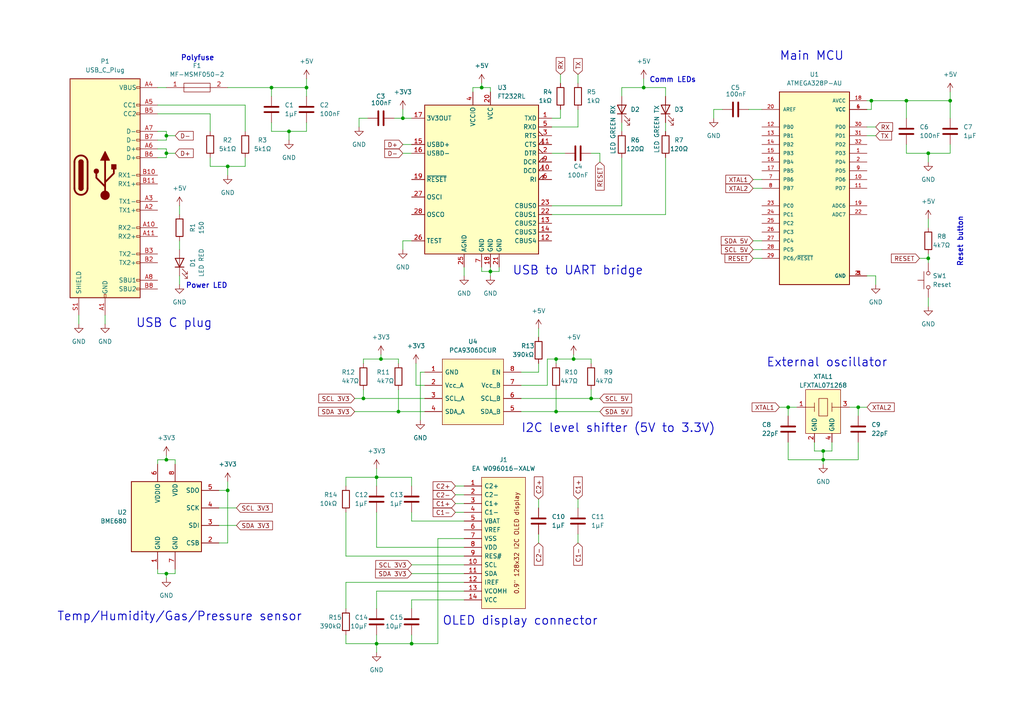
<source format=kicad_sch>
(kicad_sch (version 20211123) (generator eeschema)

  (uuid 4cb6150e-cdfc-49c3-8d96-6f4fb6753aaf)

  (paper "A4")

  (title_block
    (title "Bachelorproef Jelte Boumans")
    (date "20/02/2023")
    (rev "1")
    (company "NMBS")
  )

  (lib_symbols
    (symbol "ATMEGA328P-AU:ATMEGA328P-AU" (pin_names (offset 1.016)) (in_bom yes) (on_board yes)
      (property "Reference" "U" (id 0) (at -10.1755 29.2546 0)
        (effects (font (size 1.27 1.27)) (justify left bottom))
      )
      (property "Value" "ATMEGA328P-AU" (id 1) (at -10.1669 -31.7714 0)
        (effects (font (size 1.27 1.27)) (justify left bottom))
      )
      (property "Footprint" "QFP80P900X900X120-32N" (id 2) (at 0 0 0)
        (effects (font (size 1.27 1.27)) (justify bottom) hide)
      )
      (property "Datasheet" "" (id 3) (at 0 0 0)
        (effects (font (size 1.27 1.27)) hide)
      )
      (property "MANUFACTURER" "Atmel" (id 4) (at 0 0 0)
        (effects (font (size 1.27 1.27)) (justify bottom) hide)
      )
      (symbol "ATMEGA328P-AU_0_0"
        (rectangle (start -10.16 -27.94) (end 10.16 27.94)
          (stroke (width 0.254) (type default) (color 0 0 0 0))
          (fill (type background))
        )
        (pin bidirectional line (at 15.24 10.16 180) (length 5.08)
          (name "PD3" (effects (font (size 1.016 1.016))))
          (number "1" (effects (font (size 1.016 1.016))))
        )
        (pin bidirectional line (at 15.24 2.54 180) (length 5.08)
          (name "PD6" (effects (font (size 1.016 1.016))))
          (number "10" (effects (font (size 1.016 1.016))))
        )
        (pin bidirectional line (at 15.24 0 180) (length 5.08)
          (name "PD7" (effects (font (size 1.016 1.016))))
          (number "11" (effects (font (size 1.016 1.016))))
        )
        (pin bidirectional line (at -15.24 17.78 0) (length 5.08)
          (name "PB0" (effects (font (size 1.016 1.016))))
          (number "12" (effects (font (size 1.016 1.016))))
        )
        (pin bidirectional line (at -15.24 15.24 0) (length 5.08)
          (name "PB1" (effects (font (size 1.016 1.016))))
          (number "13" (effects (font (size 1.016 1.016))))
        )
        (pin bidirectional line (at -15.24 12.7 0) (length 5.08)
          (name "PB2" (effects (font (size 1.016 1.016))))
          (number "14" (effects (font (size 1.016 1.016))))
        )
        (pin bidirectional line (at -15.24 10.16 0) (length 5.08)
          (name "PB3" (effects (font (size 1.016 1.016))))
          (number "15" (effects (font (size 1.016 1.016))))
        )
        (pin bidirectional line (at -15.24 7.62 0) (length 5.08)
          (name "PB4" (effects (font (size 1.016 1.016))))
          (number "16" (effects (font (size 1.016 1.016))))
        )
        (pin bidirectional line (at -15.24 5.08 0) (length 5.08)
          (name "PB5" (effects (font (size 1.016 1.016))))
          (number "17" (effects (font (size 1.016 1.016))))
        )
        (pin power_in line (at 15.24 25.4 180) (length 5.08)
          (name "AVCC" (effects (font (size 1.016 1.016))))
          (number "18" (effects (font (size 1.016 1.016))))
        )
        (pin bidirectional line (at 15.24 -5.08 180) (length 5.08)
          (name "ADC6" (effects (font (size 1.016 1.016))))
          (number "19" (effects (font (size 1.016 1.016))))
        )
        (pin bidirectional line (at 15.24 7.62 180) (length 5.08)
          (name "PD4" (effects (font (size 1.016 1.016))))
          (number "2" (effects (font (size 1.016 1.016))))
        )
        (pin input line (at -15.24 22.86 0) (length 5.08)
          (name "AREF" (effects (font (size 1.016 1.016))))
          (number "20" (effects (font (size 1.016 1.016))))
        )
        (pin power_in line (at 15.24 -25.4 180) (length 5.08)
          (name "GND" (effects (font (size 1.016 1.016))))
          (number "21" (effects (font (size 1.016 1.016))))
        )
        (pin bidirectional line (at 15.24 -7.62 180) (length 5.08)
          (name "ADC7" (effects (font (size 1.016 1.016))))
          (number "22" (effects (font (size 1.016 1.016))))
        )
        (pin bidirectional line (at -15.24 -5.08 0) (length 5.08)
          (name "PC0" (effects (font (size 1.016 1.016))))
          (number "23" (effects (font (size 1.016 1.016))))
        )
        (pin bidirectional line (at -15.24 -7.62 0) (length 5.08)
          (name "PC1" (effects (font (size 1.016 1.016))))
          (number "24" (effects (font (size 1.016 1.016))))
        )
        (pin bidirectional line (at -15.24 -10.16 0) (length 5.08)
          (name "PC2" (effects (font (size 1.016 1.016))))
          (number "25" (effects (font (size 1.016 1.016))))
        )
        (pin bidirectional line (at -15.24 -12.7 0) (length 5.08)
          (name "PC3" (effects (font (size 1.016 1.016))))
          (number "26" (effects (font (size 1.016 1.016))))
        )
        (pin bidirectional line (at -15.24 -15.24 0) (length 5.08)
          (name "PC4" (effects (font (size 1.016 1.016))))
          (number "27" (effects (font (size 1.016 1.016))))
        )
        (pin bidirectional line (at -15.24 -17.78 0) (length 5.08)
          (name "PC5" (effects (font (size 1.016 1.016))))
          (number "28" (effects (font (size 1.016 1.016))))
        )
        (pin bidirectional line (at -15.24 -20.32 0) (length 5.08)
          (name "PC6/~{RESET}" (effects (font (size 1.016 1.016))))
          (number "29" (effects (font (size 1.016 1.016))))
        )
        (pin power_in line (at 15.24 -25.4 180) (length 5.08)
          (name "GND" (effects (font (size 1.016 1.016))))
          (number "3" (effects (font (size 1.016 1.016))))
        )
        (pin bidirectional line (at 15.24 17.78 180) (length 5.08)
          (name "PD0" (effects (font (size 1.016 1.016))))
          (number "30" (effects (font (size 1.016 1.016))))
        )
        (pin bidirectional line (at 15.24 15.24 180) (length 5.08)
          (name "PD1" (effects (font (size 1.016 1.016))))
          (number "31" (effects (font (size 1.016 1.016))))
        )
        (pin bidirectional line (at 15.24 12.7 180) (length 5.08)
          (name "PD2" (effects (font (size 1.016 1.016))))
          (number "32" (effects (font (size 1.016 1.016))))
        )
        (pin power_in line (at 15.24 22.86 180) (length 5.08)
          (name "VCC" (effects (font (size 1.016 1.016))))
          (number "4" (effects (font (size 1.016 1.016))))
        )
        (pin power_in line (at 15.24 -25.4 180) (length 5.08)
          (name "GND" (effects (font (size 1.016 1.016))))
          (number "5" (effects (font (size 1.016 1.016))))
        )
        (pin power_in line (at 15.24 22.86 180) (length 5.08)
          (name "VCC" (effects (font (size 1.016 1.016))))
          (number "6" (effects (font (size 1.016 1.016))))
        )
        (pin bidirectional line (at -15.24 2.54 0) (length 5.08)
          (name "PB6" (effects (font (size 1.016 1.016))))
          (number "7" (effects (font (size 1.016 1.016))))
        )
        (pin bidirectional line (at -15.24 0 0) (length 5.08)
          (name "PB7" (effects (font (size 1.016 1.016))))
          (number "8" (effects (font (size 1.016 1.016))))
        )
        (pin bidirectional line (at 15.24 5.08 180) (length 5.08)
          (name "PD5" (effects (font (size 1.016 1.016))))
          (number "9" (effects (font (size 1.016 1.016))))
        )
      )
    )
    (symbol "Connector:USB_C_Receptacle" (pin_names (offset 1.016)) (in_bom yes) (on_board yes)
      (property "Reference" "J" (id 0) (at -10.16 29.21 0)
        (effects (font (size 1.27 1.27)) (justify left))
      )
      (property "Value" "USB_C_Receptacle" (id 1) (at 10.16 29.21 0)
        (effects (font (size 1.27 1.27)) (justify right))
      )
      (property "Footprint" "" (id 2) (at 3.81 0 0)
        (effects (font (size 1.27 1.27)) hide)
      )
      (property "Datasheet" "https://www.usb.org/sites/default/files/documents/usb_type-c.zip" (id 3) (at 3.81 0 0)
        (effects (font (size 1.27 1.27)) hide)
      )
      (property "ki_keywords" "usb universal serial bus type-C full-featured" (id 4) (at 0 0 0)
        (effects (font (size 1.27 1.27)) hide)
      )
      (property "ki_description" "USB Full-Featured Type-C Receptacle connector" (id 5) (at 0 0 0)
        (effects (font (size 1.27 1.27)) hide)
      )
      (property "ki_fp_filters" "USB*C*Receptacle*" (id 6) (at 0 0 0)
        (effects (font (size 1.27 1.27)) hide)
      )
      (symbol "USB_C_Receptacle_0_0"
        (rectangle (start -0.254 -35.56) (end 0.254 -34.544)
          (stroke (width 0) (type default) (color 0 0 0 0))
          (fill (type none))
        )
        (rectangle (start 10.16 -32.766) (end 9.144 -33.274)
          (stroke (width 0) (type default) (color 0 0 0 0))
          (fill (type none))
        )
        (rectangle (start 10.16 -30.226) (end 9.144 -30.734)
          (stroke (width 0) (type default) (color 0 0 0 0))
          (fill (type none))
        )
        (rectangle (start 10.16 -25.146) (end 9.144 -25.654)
          (stroke (width 0) (type default) (color 0 0 0 0))
          (fill (type none))
        )
        (rectangle (start 10.16 -22.606) (end 9.144 -23.114)
          (stroke (width 0) (type default) (color 0 0 0 0))
          (fill (type none))
        )
        (rectangle (start 10.16 -17.526) (end 9.144 -18.034)
          (stroke (width 0) (type default) (color 0 0 0 0))
          (fill (type none))
        )
        (rectangle (start 10.16 -14.986) (end 9.144 -15.494)
          (stroke (width 0) (type default) (color 0 0 0 0))
          (fill (type none))
        )
        (rectangle (start 10.16 -9.906) (end 9.144 -10.414)
          (stroke (width 0) (type default) (color 0 0 0 0))
          (fill (type none))
        )
        (rectangle (start 10.16 -7.366) (end 9.144 -7.874)
          (stroke (width 0) (type default) (color 0 0 0 0))
          (fill (type none))
        )
        (rectangle (start 10.16 -2.286) (end 9.144 -2.794)
          (stroke (width 0) (type default) (color 0 0 0 0))
          (fill (type none))
        )
        (rectangle (start 10.16 0.254) (end 9.144 -0.254)
          (stroke (width 0) (type default) (color 0 0 0 0))
          (fill (type none))
        )
        (rectangle (start 10.16 5.334) (end 9.144 4.826)
          (stroke (width 0) (type default) (color 0 0 0 0))
          (fill (type none))
        )
        (rectangle (start 10.16 7.874) (end 9.144 7.366)
          (stroke (width 0) (type default) (color 0 0 0 0))
          (fill (type none))
        )
        (rectangle (start 10.16 10.414) (end 9.144 9.906)
          (stroke (width 0) (type default) (color 0 0 0 0))
          (fill (type none))
        )
        (rectangle (start 10.16 12.954) (end 9.144 12.446)
          (stroke (width 0) (type default) (color 0 0 0 0))
          (fill (type none))
        )
        (rectangle (start 10.16 18.034) (end 9.144 17.526)
          (stroke (width 0) (type default) (color 0 0 0 0))
          (fill (type none))
        )
        (rectangle (start 10.16 20.574) (end 9.144 20.066)
          (stroke (width 0) (type default) (color 0 0 0 0))
          (fill (type none))
        )
        (rectangle (start 10.16 25.654) (end 9.144 25.146)
          (stroke (width 0) (type default) (color 0 0 0 0))
          (fill (type none))
        )
      )
      (symbol "USB_C_Receptacle_0_1"
        (rectangle (start -10.16 27.94) (end 10.16 -35.56)
          (stroke (width 0.254) (type default) (color 0 0 0 0))
          (fill (type background))
        )
        (arc (start -8.89 -3.81) (mid -6.985 -5.715) (end -5.08 -3.81)
          (stroke (width 0.508) (type default) (color 0 0 0 0))
          (fill (type none))
        )
        (arc (start -7.62 -3.81) (mid -6.985 -4.445) (end -6.35 -3.81)
          (stroke (width 0.254) (type default) (color 0 0 0 0))
          (fill (type none))
        )
        (arc (start -7.62 -3.81) (mid -6.985 -4.445) (end -6.35 -3.81)
          (stroke (width 0.254) (type default) (color 0 0 0 0))
          (fill (type outline))
        )
        (rectangle (start -7.62 -3.81) (end -6.35 3.81)
          (stroke (width 0.254) (type default) (color 0 0 0 0))
          (fill (type outline))
        )
        (arc (start -6.35 3.81) (mid -6.985 4.445) (end -7.62 3.81)
          (stroke (width 0.254) (type default) (color 0 0 0 0))
          (fill (type none))
        )
        (arc (start -6.35 3.81) (mid -6.985 4.445) (end -7.62 3.81)
          (stroke (width 0.254) (type default) (color 0 0 0 0))
          (fill (type outline))
        )
        (arc (start -5.08 3.81) (mid -6.985 5.715) (end -8.89 3.81)
          (stroke (width 0.508) (type default) (color 0 0 0 0))
          (fill (type none))
        )
        (polyline
          (pts
            (xy -8.89 -3.81)
            (xy -8.89 3.81)
          )
          (stroke (width 0.508) (type default) (color 0 0 0 0))
          (fill (type none))
        )
        (polyline
          (pts
            (xy -5.08 3.81)
            (xy -5.08 -3.81)
          )
          (stroke (width 0.508) (type default) (color 0 0 0 0))
          (fill (type none))
        )
      )
      (symbol "USB_C_Receptacle_1_1"
        (circle (center -2.54 1.143) (radius 0.635)
          (stroke (width 0.254) (type default) (color 0 0 0 0))
          (fill (type outline))
        )
        (circle (center 0 -5.842) (radius 1.27)
          (stroke (width 0) (type default) (color 0 0 0 0))
          (fill (type outline))
        )
        (polyline
          (pts
            (xy 0 -5.842)
            (xy 0 4.318)
          )
          (stroke (width 0.508) (type default) (color 0 0 0 0))
          (fill (type none))
        )
        (polyline
          (pts
            (xy 0 -3.302)
            (xy -2.54 -0.762)
            (xy -2.54 0.508)
          )
          (stroke (width 0.508) (type default) (color 0 0 0 0))
          (fill (type none))
        )
        (polyline
          (pts
            (xy 0 -2.032)
            (xy 2.54 0.508)
            (xy 2.54 1.778)
          )
          (stroke (width 0.508) (type default) (color 0 0 0 0))
          (fill (type none))
        )
        (polyline
          (pts
            (xy -1.27 4.318)
            (xy 0 6.858)
            (xy 1.27 4.318)
            (xy -1.27 4.318)
          )
          (stroke (width 0.254) (type default) (color 0 0 0 0))
          (fill (type outline))
        )
        (rectangle (start 1.905 1.778) (end 3.175 3.048)
          (stroke (width 0.254) (type default) (color 0 0 0 0))
          (fill (type outline))
        )
        (pin passive line (at 0 -40.64 90) (length 5.08)
          (name "GND" (effects (font (size 1.27 1.27))))
          (number "A1" (effects (font (size 1.27 1.27))))
        )
        (pin bidirectional line (at 15.24 -15.24 180) (length 5.08)
          (name "RX2-" (effects (font (size 1.27 1.27))))
          (number "A10" (effects (font (size 1.27 1.27))))
        )
        (pin bidirectional line (at 15.24 -17.78 180) (length 5.08)
          (name "RX2+" (effects (font (size 1.27 1.27))))
          (number "A11" (effects (font (size 1.27 1.27))))
        )
        (pin passive line (at 0 -40.64 90) (length 5.08) hide
          (name "GND" (effects (font (size 1.27 1.27))))
          (number "A12" (effects (font (size 1.27 1.27))))
        )
        (pin bidirectional line (at 15.24 -10.16 180) (length 5.08)
          (name "TX1+" (effects (font (size 1.27 1.27))))
          (number "A2" (effects (font (size 1.27 1.27))))
        )
        (pin bidirectional line (at 15.24 -7.62 180) (length 5.08)
          (name "TX1-" (effects (font (size 1.27 1.27))))
          (number "A3" (effects (font (size 1.27 1.27))))
        )
        (pin passive line (at 15.24 25.4 180) (length 5.08)
          (name "VBUS" (effects (font (size 1.27 1.27))))
          (number "A4" (effects (font (size 1.27 1.27))))
        )
        (pin bidirectional line (at 15.24 20.32 180) (length 5.08)
          (name "CC1" (effects (font (size 1.27 1.27))))
          (number "A5" (effects (font (size 1.27 1.27))))
        )
        (pin bidirectional line (at 15.24 7.62 180) (length 5.08)
          (name "D+" (effects (font (size 1.27 1.27))))
          (number "A6" (effects (font (size 1.27 1.27))))
        )
        (pin bidirectional line (at 15.24 12.7 180) (length 5.08)
          (name "D-" (effects (font (size 1.27 1.27))))
          (number "A7" (effects (font (size 1.27 1.27))))
        )
        (pin bidirectional line (at 15.24 -30.48 180) (length 5.08)
          (name "SBU1" (effects (font (size 1.27 1.27))))
          (number "A8" (effects (font (size 1.27 1.27))))
        )
        (pin passive line (at 15.24 25.4 180) (length 5.08) hide
          (name "VBUS" (effects (font (size 1.27 1.27))))
          (number "A9" (effects (font (size 1.27 1.27))))
        )
        (pin passive line (at 0 -40.64 90) (length 5.08) hide
          (name "GND" (effects (font (size 1.27 1.27))))
          (number "B1" (effects (font (size 1.27 1.27))))
        )
        (pin bidirectional line (at 15.24 0 180) (length 5.08)
          (name "RX1-" (effects (font (size 1.27 1.27))))
          (number "B10" (effects (font (size 1.27 1.27))))
        )
        (pin bidirectional line (at 15.24 -2.54 180) (length 5.08)
          (name "RX1+" (effects (font (size 1.27 1.27))))
          (number "B11" (effects (font (size 1.27 1.27))))
        )
        (pin passive line (at 0 -40.64 90) (length 5.08) hide
          (name "GND" (effects (font (size 1.27 1.27))))
          (number "B12" (effects (font (size 1.27 1.27))))
        )
        (pin bidirectional line (at 15.24 -25.4 180) (length 5.08)
          (name "TX2+" (effects (font (size 1.27 1.27))))
          (number "B2" (effects (font (size 1.27 1.27))))
        )
        (pin bidirectional line (at 15.24 -22.86 180) (length 5.08)
          (name "TX2-" (effects (font (size 1.27 1.27))))
          (number "B3" (effects (font (size 1.27 1.27))))
        )
        (pin passive line (at 15.24 25.4 180) (length 5.08) hide
          (name "VBUS" (effects (font (size 1.27 1.27))))
          (number "B4" (effects (font (size 1.27 1.27))))
        )
        (pin bidirectional line (at 15.24 17.78 180) (length 5.08)
          (name "CC2" (effects (font (size 1.27 1.27))))
          (number "B5" (effects (font (size 1.27 1.27))))
        )
        (pin bidirectional line (at 15.24 5.08 180) (length 5.08)
          (name "D+" (effects (font (size 1.27 1.27))))
          (number "B6" (effects (font (size 1.27 1.27))))
        )
        (pin bidirectional line (at 15.24 10.16 180) (length 5.08)
          (name "D-" (effects (font (size 1.27 1.27))))
          (number "B7" (effects (font (size 1.27 1.27))))
        )
        (pin bidirectional line (at 15.24 -33.02 180) (length 5.08)
          (name "SBU2" (effects (font (size 1.27 1.27))))
          (number "B8" (effects (font (size 1.27 1.27))))
        )
        (pin passive line (at 15.24 25.4 180) (length 5.08) hide
          (name "VBUS" (effects (font (size 1.27 1.27))))
          (number "B9" (effects (font (size 1.27 1.27))))
        )
        (pin passive line (at -7.62 -40.64 90) (length 5.08)
          (name "SHIELD" (effects (font (size 1.27 1.27))))
          (number "S1" (effects (font (size 1.27 1.27))))
        )
      )
    )
    (symbol "Device:C" (pin_numbers hide) (pin_names (offset 0.254)) (in_bom yes) (on_board yes)
      (property "Reference" "C" (id 0) (at 0.635 2.54 0)
        (effects (font (size 1.27 1.27)) (justify left))
      )
      (property "Value" "C" (id 1) (at 0.635 -2.54 0)
        (effects (font (size 1.27 1.27)) (justify left))
      )
      (property "Footprint" "" (id 2) (at 0.9652 -3.81 0)
        (effects (font (size 1.27 1.27)) hide)
      )
      (property "Datasheet" "~" (id 3) (at 0 0 0)
        (effects (font (size 1.27 1.27)) hide)
      )
      (property "ki_keywords" "cap capacitor" (id 4) (at 0 0 0)
        (effects (font (size 1.27 1.27)) hide)
      )
      (property "ki_description" "Unpolarized capacitor" (id 5) (at 0 0 0)
        (effects (font (size 1.27 1.27)) hide)
      )
      (property "ki_fp_filters" "C_*" (id 6) (at 0 0 0)
        (effects (font (size 1.27 1.27)) hide)
      )
      (symbol "C_0_1"
        (polyline
          (pts
            (xy -2.032 -0.762)
            (xy 2.032 -0.762)
          )
          (stroke (width 0.508) (type default) (color 0 0 0 0))
          (fill (type none))
        )
        (polyline
          (pts
            (xy -2.032 0.762)
            (xy 2.032 0.762)
          )
          (stroke (width 0.508) (type default) (color 0 0 0 0))
          (fill (type none))
        )
      )
      (symbol "C_1_1"
        (pin passive line (at 0 3.81 270) (length 2.794)
          (name "~" (effects (font (size 1.27 1.27))))
          (number "1" (effects (font (size 1.27 1.27))))
        )
        (pin passive line (at 0 -3.81 90) (length 2.794)
          (name "~" (effects (font (size 1.27 1.27))))
          (number "2" (effects (font (size 1.27 1.27))))
        )
      )
    )
    (symbol "Device:LED" (pin_numbers hide) (pin_names (offset 1.016) hide) (in_bom yes) (on_board yes)
      (property "Reference" "D" (id 0) (at 0 2.54 0)
        (effects (font (size 1.27 1.27)))
      )
      (property "Value" "LED" (id 1) (at 0 -2.54 0)
        (effects (font (size 1.27 1.27)))
      )
      (property "Footprint" "" (id 2) (at 0 0 0)
        (effects (font (size 1.27 1.27)) hide)
      )
      (property "Datasheet" "~" (id 3) (at 0 0 0)
        (effects (font (size 1.27 1.27)) hide)
      )
      (property "ki_keywords" "LED diode" (id 4) (at 0 0 0)
        (effects (font (size 1.27 1.27)) hide)
      )
      (property "ki_description" "Light emitting diode" (id 5) (at 0 0 0)
        (effects (font (size 1.27 1.27)) hide)
      )
      (property "ki_fp_filters" "LED* LED_SMD:* LED_THT:*" (id 6) (at 0 0 0)
        (effects (font (size 1.27 1.27)) hide)
      )
      (symbol "LED_0_1"
        (polyline
          (pts
            (xy -1.27 -1.27)
            (xy -1.27 1.27)
          )
          (stroke (width 0.254) (type default) (color 0 0 0 0))
          (fill (type none))
        )
        (polyline
          (pts
            (xy -1.27 0)
            (xy 1.27 0)
          )
          (stroke (width 0) (type default) (color 0 0 0 0))
          (fill (type none))
        )
        (polyline
          (pts
            (xy 1.27 -1.27)
            (xy 1.27 1.27)
            (xy -1.27 0)
            (xy 1.27 -1.27)
          )
          (stroke (width 0.254) (type default) (color 0 0 0 0))
          (fill (type none))
        )
        (polyline
          (pts
            (xy -3.048 -0.762)
            (xy -4.572 -2.286)
            (xy -3.81 -2.286)
            (xy -4.572 -2.286)
            (xy -4.572 -1.524)
          )
          (stroke (width 0) (type default) (color 0 0 0 0))
          (fill (type none))
        )
        (polyline
          (pts
            (xy -1.778 -0.762)
            (xy -3.302 -2.286)
            (xy -2.54 -2.286)
            (xy -3.302 -2.286)
            (xy -3.302 -1.524)
          )
          (stroke (width 0) (type default) (color 0 0 0 0))
          (fill (type none))
        )
      )
      (symbol "LED_1_1"
        (pin passive line (at -3.81 0 0) (length 2.54)
          (name "K" (effects (font (size 1.27 1.27))))
          (number "1" (effects (font (size 1.27 1.27))))
        )
        (pin passive line (at 3.81 0 180) (length 2.54)
          (name "A" (effects (font (size 1.27 1.27))))
          (number "2" (effects (font (size 1.27 1.27))))
        )
      )
    )
    (symbol "Device:R" (pin_numbers hide) (pin_names (offset 0)) (in_bom yes) (on_board yes)
      (property "Reference" "R" (id 0) (at 2.032 0 90)
        (effects (font (size 1.27 1.27)))
      )
      (property "Value" "R" (id 1) (at 0 0 90)
        (effects (font (size 1.27 1.27)))
      )
      (property "Footprint" "" (id 2) (at -1.778 0 90)
        (effects (font (size 1.27 1.27)) hide)
      )
      (property "Datasheet" "~" (id 3) (at 0 0 0)
        (effects (font (size 1.27 1.27)) hide)
      )
      (property "ki_keywords" "R res resistor" (id 4) (at 0 0 0)
        (effects (font (size 1.27 1.27)) hide)
      )
      (property "ki_description" "Resistor" (id 5) (at 0 0 0)
        (effects (font (size 1.27 1.27)) hide)
      )
      (property "ki_fp_filters" "R_*" (id 6) (at 0 0 0)
        (effects (font (size 1.27 1.27)) hide)
      )
      (symbol "R_0_1"
        (rectangle (start -1.016 -2.54) (end 1.016 2.54)
          (stroke (width 0.254) (type default) (color 0 0 0 0))
          (fill (type none))
        )
      )
      (symbol "R_1_1"
        (pin passive line (at 0 3.81 270) (length 1.27)
          (name "~" (effects (font (size 1.27 1.27))))
          (number "1" (effects (font (size 1.27 1.27))))
        )
        (pin passive line (at 0 -3.81 90) (length 1.27)
          (name "~" (effects (font (size 1.27 1.27))))
          (number "2" (effects (font (size 1.27 1.27))))
        )
      )
    )
    (symbol "Interface_USB:FT232RL" (in_bom yes) (on_board yes)
      (property "Reference" "U" (id 0) (at -16.51 22.86 0)
        (effects (font (size 1.27 1.27)) (justify left))
      )
      (property "Value" "FT232RL" (id 1) (at 10.16 22.86 0)
        (effects (font (size 1.27 1.27)) (justify left))
      )
      (property "Footprint" "Package_SO:SSOP-28_5.3x10.2mm_P0.65mm" (id 2) (at 27.94 -22.86 0)
        (effects (font (size 1.27 1.27)) hide)
      )
      (property "Datasheet" "https://www.ftdichip.com/Support/Documents/DataSheets/ICs/DS_FT232R.pdf" (id 3) (at 0 0 0)
        (effects (font (size 1.27 1.27)) hide)
      )
      (property "ki_keywords" "FTDI USB Serial" (id 4) (at 0 0 0)
        (effects (font (size 1.27 1.27)) hide)
      )
      (property "ki_description" "USB to Serial Interface, SSOP-28" (id 5) (at 0 0 0)
        (effects (font (size 1.27 1.27)) hide)
      )
      (property "ki_fp_filters" "SSOP*5.3x10.2mm*P0.65mm*" (id 6) (at 0 0 0)
        (effects (font (size 1.27 1.27)) hide)
      )
      (symbol "FT232RL_0_1"
        (rectangle (start -16.51 21.59) (end 16.51 -21.59)
          (stroke (width 0.254) (type default) (color 0 0 0 0))
          (fill (type background))
        )
      )
      (symbol "FT232RL_1_1"
        (pin output line (at 20.32 17.78 180) (length 3.81)
          (name "TXD" (effects (font (size 1.27 1.27))))
          (number "1" (effects (font (size 1.27 1.27))))
        )
        (pin input input_low (at 20.32 2.54 180) (length 3.81)
          (name "DCD" (effects (font (size 1.27 1.27))))
          (number "10" (effects (font (size 1.27 1.27))))
        )
        (pin input input_low (at 20.32 10.16 180) (length 3.81)
          (name "CTS" (effects (font (size 1.27 1.27))))
          (number "11" (effects (font (size 1.27 1.27))))
        )
        (pin bidirectional line (at 20.32 -17.78 180) (length 3.81)
          (name "CBUS4" (effects (font (size 1.27 1.27))))
          (number "12" (effects (font (size 1.27 1.27))))
        )
        (pin bidirectional line (at 20.32 -12.7 180) (length 3.81)
          (name "CBUS2" (effects (font (size 1.27 1.27))))
          (number "13" (effects (font (size 1.27 1.27))))
        )
        (pin bidirectional line (at 20.32 -15.24 180) (length 3.81)
          (name "CBUS3" (effects (font (size 1.27 1.27))))
          (number "14" (effects (font (size 1.27 1.27))))
        )
        (pin bidirectional line (at -20.32 10.16 0) (length 3.81)
          (name "USBD+" (effects (font (size 1.27 1.27))))
          (number "15" (effects (font (size 1.27 1.27))))
        )
        (pin bidirectional line (at -20.32 7.62 0) (length 3.81)
          (name "USBD-" (effects (font (size 1.27 1.27))))
          (number "16" (effects (font (size 1.27 1.27))))
        )
        (pin power_out line (at -20.32 17.78 0) (length 3.81)
          (name "3V3OUT" (effects (font (size 1.27 1.27))))
          (number "17" (effects (font (size 1.27 1.27))))
        )
        (pin power_in line (at 2.54 -25.4 90) (length 3.81)
          (name "GND" (effects (font (size 1.27 1.27))))
          (number "18" (effects (font (size 1.27 1.27))))
        )
        (pin input line (at -20.32 0 0) (length 3.81)
          (name "~{RESET}" (effects (font (size 1.27 1.27))))
          (number "19" (effects (font (size 1.27 1.27))))
        )
        (pin output output_low (at 20.32 7.62 180) (length 3.81)
          (name "DTR" (effects (font (size 1.27 1.27))))
          (number "2" (effects (font (size 1.27 1.27))))
        )
        (pin power_in line (at 2.54 25.4 270) (length 3.81)
          (name "VCC" (effects (font (size 1.27 1.27))))
          (number "20" (effects (font (size 1.27 1.27))))
        )
        (pin power_in line (at 5.08 -25.4 90) (length 3.81)
          (name "GND" (effects (font (size 1.27 1.27))))
          (number "21" (effects (font (size 1.27 1.27))))
        )
        (pin bidirectional line (at 20.32 -10.16 180) (length 3.81)
          (name "CBUS1" (effects (font (size 1.27 1.27))))
          (number "22" (effects (font (size 1.27 1.27))))
        )
        (pin bidirectional line (at 20.32 -7.62 180) (length 3.81)
          (name "CBUS0" (effects (font (size 1.27 1.27))))
          (number "23" (effects (font (size 1.27 1.27))))
        )
        (pin power_in line (at -5.08 -25.4 90) (length 3.81)
          (name "AGND" (effects (font (size 1.27 1.27))))
          (number "25" (effects (font (size 1.27 1.27))))
        )
        (pin input line (at -20.32 -17.78 0) (length 3.81)
          (name "TEST" (effects (font (size 1.27 1.27))))
          (number "26" (effects (font (size 1.27 1.27))))
        )
        (pin input line (at -20.32 -5.08 0) (length 3.81)
          (name "OSCI" (effects (font (size 1.27 1.27))))
          (number "27" (effects (font (size 1.27 1.27))))
        )
        (pin output line (at -20.32 -10.16 0) (length 3.81)
          (name "OSCO" (effects (font (size 1.27 1.27))))
          (number "28" (effects (font (size 1.27 1.27))))
        )
        (pin output output_low (at 20.32 12.7 180) (length 3.81)
          (name "RTS" (effects (font (size 1.27 1.27))))
          (number "3" (effects (font (size 1.27 1.27))))
        )
        (pin power_in line (at -2.54 25.4 270) (length 3.81)
          (name "VCCIO" (effects (font (size 1.27 1.27))))
          (number "4" (effects (font (size 1.27 1.27))))
        )
        (pin input line (at 20.32 15.24 180) (length 3.81)
          (name "RXD" (effects (font (size 1.27 1.27))))
          (number "5" (effects (font (size 1.27 1.27))))
        )
        (pin input input_low (at 20.32 0 180) (length 3.81)
          (name "RI" (effects (font (size 1.27 1.27))))
          (number "6" (effects (font (size 1.27 1.27))))
        )
        (pin power_in line (at 0 -25.4 90) (length 3.81)
          (name "GND" (effects (font (size 1.27 1.27))))
          (number "7" (effects (font (size 1.27 1.27))))
        )
        (pin input input_low (at 20.32 5.08 180) (length 3.81)
          (name "DCR" (effects (font (size 1.27 1.27))))
          (number "9" (effects (font (size 1.27 1.27))))
        )
      )
    )
    (symbol "LFXTAL071268:LFXTAL071268" (in_bom yes) (on_board yes)
      (property "Reference" "XTAL1" (id 0) (at 0 8.89 0)
        (effects (font (size 1.27 1.27)))
      )
      (property "Value" "LFXTAL071268" (id 1) (at 0 6.35 0)
        (effects (font (size 1.27 1.27)))
      )
      (property "Footprint" "LFXTAL071268:LFXTAL071268" (id 2) (at 0 1.27 0)
        (effects (font (size 1.27 1.27)) hide)
      )
      (property "Datasheet" "" (id 3) (at 0 1.27 0)
        (effects (font (size 1.27 1.27)) hide)
      )
      (symbol "LFXTAL071268_0_1"
        (rectangle (start -5.08 5.08) (end 5.08 -7.62)
          (stroke (width 0) (type default) (color 0 0 0 0))
          (fill (type background))
        )
        (rectangle (start -1.27 2.54) (end 1.27 -2.54)
          (stroke (width 0) (type default) (color 0 0 0 0))
          (fill (type background))
        )
        (polyline
          (pts
            (xy -2.54 0)
            (xy -5.08 0)
          )
          (stroke (width 0) (type default) (color 0 0 0 0))
          (fill (type none))
        )
        (polyline
          (pts
            (xy -2.54 1.27)
            (xy -2.54 -1.27)
          )
          (stroke (width 0) (type default) (color 0 0 0 0))
          (fill (type none))
        )
        (polyline
          (pts
            (xy 2.54 0)
            (xy 5.08 0)
          )
          (stroke (width 0) (type default) (color 0 0 0 0))
          (fill (type none))
        )
        (polyline
          (pts
            (xy 2.54 1.27)
            (xy 2.54 -1.27)
          )
          (stroke (width 0) (type default) (color 0 0 0 0))
          (fill (type none))
        )
      )
      (symbol "LFXTAL071268_1_1"
        (pin output line (at -7.62 0 0) (length 2.54)
          (name "" (effects (font (size 1.27 1.27))))
          (number "1" (effects (font (size 1.27 1.27))))
        )
        (pin power_in line (at -2.54 -10.16 90) (length 2.54)
          (name "GND" (effects (font (size 1.27 1.27))))
          (number "2" (effects (font (size 1.27 1.27))))
        )
        (pin output line (at 7.62 0 180) (length 2.54)
          (name "" (effects (font (size 1.27 1.27))))
          (number "3" (effects (font (size 1.27 1.27))))
        )
        (pin power_in line (at 2.54 -10.16 90) (length 2.54)
          (name "GND" (effects (font (size 1.27 1.27))))
          (number "4" (effects (font (size 1.27 1.27))))
        )
      )
    )
    (symbol "MF-MSMF050-2:MF-MSMF050-2" (pin_names (offset 0.762)) (in_bom yes) (on_board yes)
      (property "Reference" "F" (id 0) (at 13.97 6.35 0)
        (effects (font (size 1.27 1.27)) (justify left))
      )
      (property "Value" "MF-MSMF050-2" (id 1) (at 13.97 3.81 0)
        (effects (font (size 1.27 1.27)) (justify left))
      )
      (property "Footprint" "FUSC4632X85N" (id 2) (at 13.97 1.27 0)
        (effects (font (size 1.27 1.27)) (justify left) hide)
      )
      (property "Datasheet" "https://www.bourns.com/pdfs/mfmsmf.pdf" (id 3) (at 13.97 -1.27 0)
        (effects (font (size 1.27 1.27)) (justify left) hide)
      )
      (property "Description" "Fuse, PTC, Resettable, SMD, 1812, 500mA Bourns 0.5A Surface Mount Resettable Fuse, 15 V" (id 4) (at 13.97 -3.81 0)
        (effects (font (size 1.27 1.27)) (justify left) hide)
      )
      (property "Height" "" (id 5) (at 13.97 -6.35 0)
        (effects (font (size 1.27 1.27)) (justify left) hide)
      )
      (property "Mouser Part Number" "652-MF-MSMF050-2" (id 6) (at 13.97 -8.89 0)
        (effects (font (size 1.27 1.27)) (justify left) hide)
      )
      (property "Mouser Price/Stock" "https://www.mouser.co.uk/ProductDetail/Bourns/MF-MSMF050-2?qs=t3shhpq1i1DZ7OBD5kLNoA%3D%3D" (id 7) (at 13.97 -11.43 0)
        (effects (font (size 1.27 1.27)) (justify left) hide)
      )
      (property "Manufacturer_Name" "Bourns" (id 8) (at 13.97 -13.97 0)
        (effects (font (size 1.27 1.27)) (justify left) hide)
      )
      (property "Manufacturer_Part_Number" "MF-MSMF050-2" (id 9) (at 13.97 -16.51 0)
        (effects (font (size 1.27 1.27)) (justify left) hide)
      )
      (symbol "MF-MSMF050-2_0_0"
        (pin passive line (at 0 0 0) (length 5.08)
          (name "~" (effects (font (size 1.27 1.27))))
          (number "1" (effects (font (size 1.27 1.27))))
        )
        (pin passive line (at 17.78 0 180) (length 5.08)
          (name "~" (effects (font (size 1.27 1.27))))
          (number "2" (effects (font (size 1.27 1.27))))
        )
      )
      (symbol "MF-MSMF050-2_0_1"
        (polyline
          (pts
            (xy 5.08 0)
            (xy 12.7 0)
          )
          (stroke (width 0.1524) (type default) (color 0 0 0 0))
          (fill (type none))
        )
        (polyline
          (pts
            (xy 5.08 1.27)
            (xy 12.7 1.27)
            (xy 12.7 -1.27)
            (xy 5.08 -1.27)
            (xy 5.08 1.27)
          )
          (stroke (width 0.1524) (type default) (color 0 0 0 0))
          (fill (type none))
        )
      )
    )
    (symbol "OLED connector:XF3M-1415-1B" (pin_names (offset 0.762)) (in_bom yes) (on_board yes)
      (property "Reference" "J1" (id 0) (at 11.43 7.62 0)
        (effects (font (size 1.27 1.27)))
      )
      (property "Value" "EA W096016-XALW" (id 1) (at 11.43 5.08 0)
        (effects (font (size 1.27 1.27)))
      )
      (property "Footprint" "EA_W096016-XALW:EA_W096016-XALW" (id 2) (at 21.59 2.54 0)
        (effects (font (size 1.27 1.27)) (justify left) hide)
      )
      (property "Datasheet" "" (id 3) (at -15.24 -11.43 0)
        (effects (font (size 1.27 1.27)) (justify left) hide)
      )
      (property "Description" "\n" (id 4) (at -15.24 -13.97 0)
        (effects (font (size 1.27 1.27)) (justify left) hide)
      )
      (property "Height" "\n" (id 5) (at 21.59 -5.08 0)
        (effects (font (size 1.27 1.27)) (justify left) hide)
      )
      (property "Mouser Part Number" "" (id 6) (at -15.24 -19.05 0)
        (effects (font (size 1.27 1.27)) (justify left) hide)
      )
      (property "Mouser Price/Stock" "\n" (id 7) (at -15.24 -21.59 0)
        (effects (font (size 1.27 1.27)) (justify left) hide)
      )
      (property "Manufacturer_Name" "\n" (id 8) (at -15.24 -24.13 0)
        (effects (font (size 1.27 1.27)) (justify left) hide)
      )
      (property "Manufacturer_Part_Number" "\n" (id 9) (at -15.24 -26.67 0)
        (effects (font (size 1.27 1.27)) (justify left) hide)
      )
      (symbol "XF3M-1415-1B_0_0"
        (text "0.9\" 128x32 I2C OLED display" (at 15.24 -16.51 900)
          (effects (font (size 1.27 1.27)))
        )
        (pin passive line (at 0 0 0) (length 5.08)
          (name "C2+" (effects (font (size 1.27 1.27))))
          (number "1" (effects (font (size 1.27 1.27))))
        )
        (pin passive line (at 0 -22.86 0) (length 5.08)
          (name "SCL" (effects (font (size 1.27 1.27))))
          (number "10" (effects (font (size 1.27 1.27))))
        )
        (pin passive line (at 0 -25.4 0) (length 5.08)
          (name "SDA" (effects (font (size 1.27 1.27))))
          (number "11" (effects (font (size 1.27 1.27))))
        )
        (pin passive line (at 0 -27.94 0) (length 5.08)
          (name "IREF" (effects (font (size 1.27 1.27))))
          (number "12" (effects (font (size 1.27 1.27))))
        )
        (pin passive line (at 0 -30.48 0) (length 5.08)
          (name "VCOMH" (effects (font (size 1.27 1.27))))
          (number "13" (effects (font (size 1.27 1.27))))
        )
        (pin passive line (at 0 -33.02 0) (length 5.08)
          (name "VCC" (effects (font (size 1.27 1.27))))
          (number "14" (effects (font (size 1.27 1.27))))
        )
        (pin passive line (at 0 -2.54 0) (length 5.08)
          (name "C2-" (effects (font (size 1.27 1.27))))
          (number "2" (effects (font (size 1.27 1.27))))
        )
        (pin passive line (at 0 -5.08 0) (length 5.08)
          (name "C1+" (effects (font (size 1.27 1.27))))
          (number "3" (effects (font (size 1.27 1.27))))
        )
        (pin passive line (at 0 -7.62 0) (length 5.08)
          (name "C1-" (effects (font (size 1.27 1.27))))
          (number "4" (effects (font (size 1.27 1.27))))
        )
        (pin passive line (at 0 -10.16 0) (length 5.08)
          (name "VBAT" (effects (font (size 1.27 1.27))))
          (number "5" (effects (font (size 1.27 1.27))))
        )
        (pin passive line (at 0 -12.7 0) (length 5.08)
          (name "VREF" (effects (font (size 1.27 1.27))))
          (number "6" (effects (font (size 1.27 1.27))))
        )
        (pin passive line (at 0 -15.24 0) (length 5.08)
          (name "VSS" (effects (font (size 1.27 1.27))))
          (number "7" (effects (font (size 1.27 1.27))))
        )
        (pin passive line (at 0 -17.78 0) (length 5.08)
          (name "VDD" (effects (font (size 1.27 1.27))))
          (number "8" (effects (font (size 1.27 1.27))))
        )
        (pin passive line (at 0 -20.32 0) (length 5.08)
          (name "RES#" (effects (font (size 1.27 1.27))))
          (number "9" (effects (font (size 1.27 1.27))))
        )
      )
      (symbol "XF3M-1415-1B_0_1"
        (polyline
          (pts
            (xy 5.08 2.54)
            (xy 17.78 2.54)
            (xy 17.78 -35.56)
            (xy 5.08 -35.56)
            (xy 5.08 2.54)
          )
          (stroke (width 0.1524) (type default) (color 0 0 0 0))
          (fill (type background))
        )
      )
    )
    (symbol "PI6ULS5V9306:PI6ULS5V9306" (pin_names (offset 0.762)) (in_bom yes) (on_board yes)
      (property "Reference" "U4" (id 0) (at 13.97 8.89 0)
        (effects (font (size 1.27 1.27)))
      )
      (property "Value" "PI6ULS5V9306" (id 1) (at 13.97 6.35 0)
        (effects (font (size 1.27 1.27)))
      )
      (property "Footprint" "TCA9517ADGKR:TCA9517ADGKR" (id 2) (at 86.36 66.04 0)
        (effects (font (size 1.27 1.27)) (justify left) hide)
      )
      (property "Datasheet" "" (id 3) (at 86.36 63.5 0)
        (effects (font (size 1.27 1.27)) (justify left) hide)
      )
      (property "Description" "" (id 4) (at 86.36 60.96 0)
        (effects (font (size 1.27 1.27)) (justify left) hide)
      )
      (property "Height" "" (id 5) (at 86.36 45.72 0)
        (effects (font (size 1.27 1.27)) (justify left) hide)
      )
      (property "Mouser Part Number" "" (id 6) (at 86.36 55.88 0)
        (effects (font (size 1.27 1.27)) (justify left) hide)
      )
      (property "Mouser Price/Stock" "" (id 7) (at 86.36 53.34 0)
        (effects (font (size 1.27 1.27)) (justify left) hide)
      )
      (property "Manufacturer_Name" "" (id 8) (at 86.36 50.8 0)
        (effects (font (size 1.27 1.27)) (justify left) hide)
      )
      (property "Manufacturer_Part_Number" "" (id 9) (at 86.36 48.26 0)
        (effects (font (size 1.27 1.27)) (justify left) hide)
      )
      (symbol "PI6ULS5V9306_0_0"
        (pin passive line (at 0 0 0) (length 5.08)
          (name "GND" (effects (font (size 1.27 1.27))))
          (number "1" (effects (font (size 1.27 1.27))))
        )
        (pin passive line (at 0 -3.81 0) (length 5.08)
          (name "Vcc_A" (effects (font (size 1.27 1.27))))
          (number "2" (effects (font (size 1.27 1.27))))
        )
        (pin passive line (at 0 -7.62 0) (length 5.08)
          (name "SCL_A" (effects (font (size 1.27 1.27))))
          (number "3" (effects (font (size 1.27 1.27))))
        )
        (pin passive line (at 0 -11.43 0) (length 5.08)
          (name "SDA_A" (effects (font (size 1.27 1.27))))
          (number "4" (effects (font (size 1.27 1.27))))
        )
        (pin passive line (at 27.94 -11.43 180) (length 5.08)
          (name "SDA_B" (effects (font (size 1.27 1.27))))
          (number "5" (effects (font (size 1.27 1.27))))
        )
        (pin passive line (at 27.94 -7.62 180) (length 5.08)
          (name "SCL_B" (effects (font (size 1.27 1.27))))
          (number "6" (effects (font (size 1.27 1.27))))
        )
        (pin passive line (at 27.94 -3.81 180) (length 5.08)
          (name "Vcc_B" (effects (font (size 1.27 1.27))))
          (number "7" (effects (font (size 1.27 1.27))))
        )
        (pin passive line (at 27.94 0 180) (length 5.08)
          (name "EN" (effects (font (size 1.27 1.27))))
          (number "8" (effects (font (size 1.27 1.27))))
        )
      )
      (symbol "PI6ULS5V9306_0_1"
        (polyline
          (pts
            (xy 5.08 3.81)
            (xy 22.86 3.81)
            (xy 22.86 -15.24)
            (xy 5.08 -15.24)
            (xy 5.08 3.81)
          )
          (stroke (width 0.1524) (type default) (color 0 0 0 0))
          (fill (type background))
        )
      )
    )
    (symbol "Sensor:BME680" (in_bom yes) (on_board yes)
      (property "Reference" "U" (id 0) (at -8.89 11.43 0)
        (effects (font (size 1.27 1.27)))
      )
      (property "Value" "BME680" (id 1) (at 7.62 11.43 0)
        (effects (font (size 1.27 1.27)))
      )
      (property "Footprint" "Package_LGA:Bosch_LGA-8_3x3mm_P0.8mm_ClockwisePinNumbering" (id 2) (at 36.83 -11.43 0)
        (effects (font (size 1.27 1.27)) hide)
      )
      (property "Datasheet" "https://ae-bst.resource.bosch.com/media/_tech/media/datasheets/BST-BME680-DS001.pdf" (id 3) (at 0 -5.08 0)
        (effects (font (size 1.27 1.27)) hide)
      )
      (property "ki_keywords" "Bosch gas pressure humidity temperature environment environmental measurement digital" (id 4) (at 0 0 0)
        (effects (font (size 1.27 1.27)) hide)
      )
      (property "ki_description" "4-in-1 sensor, gas, humidity, pressure, temperature, I2C and SPI interface, 1.71-3.6V, LGA-8" (id 5) (at 0 0 0)
        (effects (font (size 1.27 1.27)) hide)
      )
      (property "ki_fp_filters" "*LGA*3x3mm*P0.8mm*Clockwise*" (id 6) (at 0 0 0)
        (effects (font (size 1.27 1.27)) hide)
      )
      (symbol "BME680_0_1"
        (rectangle (start -10.16 10.16) (end 10.16 -10.16)
          (stroke (width 0.254) (type default) (color 0 0 0 0))
          (fill (type background))
        )
      )
      (symbol "BME680_1_1"
        (pin power_in line (at -2.54 -15.24 90) (length 5.08)
          (name "GND" (effects (font (size 1.27 1.27))))
          (number "1" (effects (font (size 1.27 1.27))))
        )
        (pin input line (at 15.24 -7.62 180) (length 5.08)
          (name "CSB" (effects (font (size 1.27 1.27))))
          (number "2" (effects (font (size 1.27 1.27))))
        )
        (pin bidirectional line (at 15.24 -2.54 180) (length 5.08)
          (name "SDI" (effects (font (size 1.27 1.27))))
          (number "3" (effects (font (size 1.27 1.27))))
        )
        (pin input line (at 15.24 2.54 180) (length 5.08)
          (name "SCK" (effects (font (size 1.27 1.27))))
          (number "4" (effects (font (size 1.27 1.27))))
        )
        (pin bidirectional line (at 15.24 7.62 180) (length 5.08)
          (name "SDO" (effects (font (size 1.27 1.27))))
          (number "5" (effects (font (size 1.27 1.27))))
        )
        (pin power_in line (at -2.54 15.24 270) (length 5.08)
          (name "VDDIO" (effects (font (size 1.27 1.27))))
          (number "6" (effects (font (size 1.27 1.27))))
        )
        (pin power_in line (at 2.54 -15.24 90) (length 5.08)
          (name "GND" (effects (font (size 1.27 1.27))))
          (number "7" (effects (font (size 1.27 1.27))))
        )
        (pin power_in line (at 2.54 15.24 270) (length 5.08)
          (name "VDD" (effects (font (size 1.27 1.27))))
          (number "8" (effects (font (size 1.27 1.27))))
        )
      )
    )
    (symbol "Switch:SW_Push" (pin_numbers hide) (pin_names (offset 1.016) hide) (in_bom yes) (on_board yes)
      (property "Reference" "SW" (id 0) (at 1.27 2.54 0)
        (effects (font (size 1.27 1.27)) (justify left))
      )
      (property "Value" "SW_Push" (id 1) (at 0 -1.524 0)
        (effects (font (size 1.27 1.27)))
      )
      (property "Footprint" "" (id 2) (at 0 5.08 0)
        (effects (font (size 1.27 1.27)) hide)
      )
      (property "Datasheet" "~" (id 3) (at 0 5.08 0)
        (effects (font (size 1.27 1.27)) hide)
      )
      (property "ki_keywords" "switch normally-open pushbutton push-button" (id 4) (at 0 0 0)
        (effects (font (size 1.27 1.27)) hide)
      )
      (property "ki_description" "Push button switch, generic, two pins" (id 5) (at 0 0 0)
        (effects (font (size 1.27 1.27)) hide)
      )
      (symbol "SW_Push_0_1"
        (circle (center -2.032 0) (radius 0.508)
          (stroke (width 0) (type default) (color 0 0 0 0))
          (fill (type none))
        )
        (polyline
          (pts
            (xy 0 1.27)
            (xy 0 3.048)
          )
          (stroke (width 0) (type default) (color 0 0 0 0))
          (fill (type none))
        )
        (polyline
          (pts
            (xy 2.54 1.27)
            (xy -2.54 1.27)
          )
          (stroke (width 0) (type default) (color 0 0 0 0))
          (fill (type none))
        )
        (circle (center 2.032 0) (radius 0.508)
          (stroke (width 0) (type default) (color 0 0 0 0))
          (fill (type none))
        )
        (pin passive line (at -5.08 0 0) (length 2.54)
          (name "1" (effects (font (size 1.27 1.27))))
          (number "1" (effects (font (size 1.27 1.27))))
        )
        (pin passive line (at 5.08 0 180) (length 2.54)
          (name "2" (effects (font (size 1.27 1.27))))
          (number "2" (effects (font (size 1.27 1.27))))
        )
      )
    )
    (symbol "power:+3V3" (power) (pin_names (offset 0)) (in_bom yes) (on_board yes)
      (property "Reference" "#PWR" (id 0) (at 0 -3.81 0)
        (effects (font (size 1.27 1.27)) hide)
      )
      (property "Value" "+3V3" (id 1) (at 0 3.556 0)
        (effects (font (size 1.27 1.27)))
      )
      (property "Footprint" "" (id 2) (at 0 0 0)
        (effects (font (size 1.27 1.27)) hide)
      )
      (property "Datasheet" "" (id 3) (at 0 0 0)
        (effects (font (size 1.27 1.27)) hide)
      )
      (property "ki_keywords" "global power" (id 4) (at 0 0 0)
        (effects (font (size 1.27 1.27)) hide)
      )
      (property "ki_description" "Power symbol creates a global label with name \"+3V3\"" (id 5) (at 0 0 0)
        (effects (font (size 1.27 1.27)) hide)
      )
      (symbol "+3V3_0_1"
        (polyline
          (pts
            (xy -0.762 1.27)
            (xy 0 2.54)
          )
          (stroke (width 0) (type default) (color 0 0 0 0))
          (fill (type none))
        )
        (polyline
          (pts
            (xy 0 0)
            (xy 0 2.54)
          )
          (stroke (width 0) (type default) (color 0 0 0 0))
          (fill (type none))
        )
        (polyline
          (pts
            (xy 0 2.54)
            (xy 0.762 1.27)
          )
          (stroke (width 0) (type default) (color 0 0 0 0))
          (fill (type none))
        )
      )
      (symbol "+3V3_1_1"
        (pin power_in line (at 0 0 90) (length 0) hide
          (name "+3V3" (effects (font (size 1.27 1.27))))
          (number "1" (effects (font (size 1.27 1.27))))
        )
      )
    )
    (symbol "power:+5V" (power) (pin_names (offset 0)) (in_bom yes) (on_board yes)
      (property "Reference" "#PWR" (id 0) (at 0 -3.81 0)
        (effects (font (size 1.27 1.27)) hide)
      )
      (property "Value" "+5V" (id 1) (at 0 3.556 0)
        (effects (font (size 1.27 1.27)))
      )
      (property "Footprint" "" (id 2) (at 0 0 0)
        (effects (font (size 1.27 1.27)) hide)
      )
      (property "Datasheet" "" (id 3) (at 0 0 0)
        (effects (font (size 1.27 1.27)) hide)
      )
      (property "ki_keywords" "global power" (id 4) (at 0 0 0)
        (effects (font (size 1.27 1.27)) hide)
      )
      (property "ki_description" "Power symbol creates a global label with name \"+5V\"" (id 5) (at 0 0 0)
        (effects (font (size 1.27 1.27)) hide)
      )
      (symbol "+5V_0_1"
        (polyline
          (pts
            (xy -0.762 1.27)
            (xy 0 2.54)
          )
          (stroke (width 0) (type default) (color 0 0 0 0))
          (fill (type none))
        )
        (polyline
          (pts
            (xy 0 0)
            (xy 0 2.54)
          )
          (stroke (width 0) (type default) (color 0 0 0 0))
          (fill (type none))
        )
        (polyline
          (pts
            (xy 0 2.54)
            (xy 0.762 1.27)
          )
          (stroke (width 0) (type default) (color 0 0 0 0))
          (fill (type none))
        )
      )
      (symbol "+5V_1_1"
        (pin power_in line (at 0 0 90) (length 0) hide
          (name "+5V" (effects (font (size 1.27 1.27))))
          (number "1" (effects (font (size 1.27 1.27))))
        )
      )
    )
    (symbol "power:GND" (power) (pin_names (offset 0)) (in_bom yes) (on_board yes)
      (property "Reference" "#PWR" (id 0) (at 0 -6.35 0)
        (effects (font (size 1.27 1.27)) hide)
      )
      (property "Value" "GND" (id 1) (at 0 -3.81 0)
        (effects (font (size 1.27 1.27)))
      )
      (property "Footprint" "" (id 2) (at 0 0 0)
        (effects (font (size 1.27 1.27)) hide)
      )
      (property "Datasheet" "" (id 3) (at 0 0 0)
        (effects (font (size 1.27 1.27)) hide)
      )
      (property "ki_keywords" "global power" (id 4) (at 0 0 0)
        (effects (font (size 1.27 1.27)) hide)
      )
      (property "ki_description" "Power symbol creates a global label with name \"GND\" , ground" (id 5) (at 0 0 0)
        (effects (font (size 1.27 1.27)) hide)
      )
      (symbol "GND_0_1"
        (polyline
          (pts
            (xy 0 0)
            (xy 0 -1.27)
            (xy 1.27 -1.27)
            (xy 0 -2.54)
            (xy -1.27 -1.27)
            (xy 0 -1.27)
          )
          (stroke (width 0) (type default) (color 0 0 0 0))
          (fill (type none))
        )
      )
      (symbol "GND_1_1"
        (pin power_in line (at 0 0 270) (length 0) hide
          (name "GND" (effects (font (size 1.27 1.27))))
          (number "1" (effects (font (size 1.27 1.27))))
        )
      )
    )
  )

  (junction (at 186.69 25.4) (diameter 0) (color 0 0 0 0)
    (uuid 0cc974e9-da36-4449-bfc3-9f501e52dda0)
  )
  (junction (at 83.82 38.1) (diameter 0) (color 0 0 0 0)
    (uuid 0fcb6e28-dbf2-4758-b87f-8942b8467136)
  )
  (junction (at 116.84 34.29) (diameter 0) (color 0 0 0 0)
    (uuid 13a6ddb2-4856-4f77-9644-40ee54d275fa)
  )
  (junction (at 248.92 118.11) (diameter 0) (color 0 0 0 0)
    (uuid 1b7c9ba5-7049-45ba-bd0f-c5c1419242d7)
  )
  (junction (at 105.41 115.57) (diameter 0) (color 0 0 0 0)
    (uuid 1e4b1cea-2de4-4198-9d17-4b8cd692906a)
  )
  (junction (at 262.89 29.21) (diameter 0) (color 0 0 0 0)
    (uuid 1f4054ac-1816-40c1-a767-30dcba6e69dd)
  )
  (junction (at 48.26 133.35) (diameter 0) (color 0 0 0 0)
    (uuid 2458e8f1-5197-4745-8b02-03cc88be3cab)
  )
  (junction (at 109.22 138.43) (diameter 0) (color 0 0 0 0)
    (uuid 2a4dec63-b201-48a2-8f7d-dd2ccecd8029)
  )
  (junction (at 238.76 133.35) (diameter 0) (color 0 0 0 0)
    (uuid 2dbc6e74-50a8-4d87-a974-c8f1b6782d9b)
  )
  (junction (at 110.49 104.14) (diameter 0) (color 0 0 0 0)
    (uuid 522ad7b9-63a2-48fa-b67c-d45b1cecda8b)
  )
  (junction (at 142.24 78.74) (diameter 0) (color 0 0 0 0)
    (uuid 582b70bd-3163-40f0-b893-e56339aa9352)
  )
  (junction (at 275.59 29.21) (diameter 0) (color 0 0 0 0)
    (uuid 58eae8cb-f07b-40ff-9479-78a738fefd93)
  )
  (junction (at 166.37 104.14) (diameter 0) (color 0 0 0 0)
    (uuid 66d8ffaf-420b-4043-becb-3cdb8b344dbb)
  )
  (junction (at 161.29 104.14) (diameter 0) (color 0 0 0 0)
    (uuid 6d605a70-bb2f-4ad6-8d8b-257aca048349)
  )
  (junction (at 269.24 74.93) (diameter 0) (color 0 0 0 0)
    (uuid 8320cb4c-bff2-4c80-ab43-7a24b299eaa6)
  )
  (junction (at 109.22 186.69) (diameter 0) (color 0 0 0 0)
    (uuid 86fc26bc-0242-40c6-abf3-1c2bf025928e)
  )
  (junction (at 78.74 25.4) (diameter 0) (color 0 0 0 0)
    (uuid 88df0838-08be-4160-87eb-0b84f052f3ca)
  )
  (junction (at 238.76 130.81) (diameter 0) (color 0 0 0 0)
    (uuid 910b94b4-d5e4-4da9-80d4-ec54b1cfbb46)
  )
  (junction (at 48.26 44.45) (diameter 0) (color 0 0 0 0)
    (uuid 9223e7e8-8198-48ae-8aef-3a764b406f5c)
  )
  (junction (at 269.24 44.45) (diameter 0) (color 0 0 0 0)
    (uuid 9fcf9187-6aa2-4bbd-be8e-74c2773d916d)
  )
  (junction (at 119.38 186.69) (diameter 0) (color 0 0 0 0)
    (uuid aaa0c5ec-b112-42e6-b7c1-a01c1278b7eb)
  )
  (junction (at 161.29 119.38) (diameter 0) (color 0 0 0 0)
    (uuid af0626c6-aa03-4ff1-87db-3248a80a0b2b)
  )
  (junction (at 66.04 142.24) (diameter 0) (color 0 0 0 0)
    (uuid bd27a266-4760-4976-8e10-88e7d1b1e72c)
  )
  (junction (at 139.7 25.4) (diameter 0) (color 0 0 0 0)
    (uuid cdd7194b-bd9b-46a3-8169-a1a3c83419cb)
  )
  (junction (at 88.9 25.4) (diameter 0) (color 0 0 0 0)
    (uuid cef78593-d462-4a2b-9c81-4af80b21b585)
  )
  (junction (at 48.26 39.37) (diameter 0) (color 0 0 0 0)
    (uuid d04e9cf7-36d3-4df8-af4b-ad5f37254b13)
  )
  (junction (at 48.26 166.37) (diameter 0) (color 0 0 0 0)
    (uuid d48acd89-ecf9-4acd-94a8-69cc6952b2f2)
  )
  (junction (at 252.73 29.21) (diameter 0) (color 0 0 0 0)
    (uuid dffdccef-6350-4928-aba8-d82c65cf2fd3)
  )
  (junction (at 228.6 118.11) (diameter 0) (color 0 0 0 0)
    (uuid ecc67c0f-6049-4da8-814e-ab5eddbcc3f1)
  )
  (junction (at 66.04 48.26) (diameter 0) (color 0 0 0 0)
    (uuid eeb73646-3fe6-4044-bb0d-c36ba15adb11)
  )
  (junction (at 115.57 119.38) (diameter 0) (color 0 0 0 0)
    (uuid f68c1b77-7222-4b53-9ada-5840a20098e9)
  )
  (junction (at 171.45 115.57) (diameter 0) (color 0 0 0 0)
    (uuid ff469272-6bfb-4e8c-8bfd-14feb32b14bb)
  )

  (wire (pts (xy 156.21 107.95) (xy 156.21 105.41))
    (stroke (width 0) (type default) (color 0 0 0 0))
    (uuid 003c6746-a87f-4504-81e3-ee3d1249a891)
  )
  (wire (pts (xy 166.37 104.14) (xy 161.29 104.14))
    (stroke (width 0) (type default) (color 0 0 0 0))
    (uuid 01e6b939-4675-4f3f-98a9-359514c59640)
  )
  (wire (pts (xy 100.33 186.69) (xy 109.22 186.69))
    (stroke (width 0) (type default) (color 0 0 0 0))
    (uuid 0221fc2a-8d91-43ad-918b-b7bd99ba0fdd)
  )
  (wire (pts (xy 60.96 33.02) (xy 60.96 38.1))
    (stroke (width 0) (type default) (color 0 0 0 0))
    (uuid 024625d9-d7c7-40b0-ba27-a7677b3e40f6)
  )
  (wire (pts (xy 45.72 133.35) (xy 48.26 133.35))
    (stroke (width 0) (type default) (color 0 0 0 0))
    (uuid 025ab39a-1242-47e0-b9f5-8704051f10b3)
  )
  (wire (pts (xy 104.14 34.29) (xy 106.68 34.29))
    (stroke (width 0) (type default) (color 0 0 0 0))
    (uuid 03a98481-3002-4f6e-a6ef-b5f45ce51596)
  )
  (wire (pts (xy 160.02 44.45) (xy 163.83 44.45))
    (stroke (width 0) (type default) (color 0 0 0 0))
    (uuid 04332943-fdea-4c51-9bf5-0bf878fed5c9)
  )
  (wire (pts (xy 173.99 119.38) (xy 161.29 119.38))
    (stroke (width 0) (type default) (color 0 0 0 0))
    (uuid 0554fcb3-f502-42c4-b7bb-e0040a578875)
  )
  (wire (pts (xy 137.16 26.67) (xy 137.16 25.4))
    (stroke (width 0) (type default) (color 0 0 0 0))
    (uuid 078accb2-db16-4195-96bd-60dd9c193495)
  )
  (wire (pts (xy 269.24 44.45) (xy 275.59 44.45))
    (stroke (width 0) (type default) (color 0 0 0 0))
    (uuid 07a6434a-4178-4696-98d7-cfc0b187a85c)
  )
  (wire (pts (xy 167.64 31.75) (xy 167.64 36.83))
    (stroke (width 0) (type default) (color 0 0 0 0))
    (uuid 0856022e-09d1-4129-be40-03fdffb5ab6c)
  )
  (wire (pts (xy 171.45 44.45) (xy 173.99 44.45))
    (stroke (width 0) (type default) (color 0 0 0 0))
    (uuid 08d95026-d84a-40f3-a7da-f0cd0d18d9d8)
  )
  (wire (pts (xy 78.74 25.4) (xy 78.74 27.94))
    (stroke (width 0) (type default) (color 0 0 0 0))
    (uuid 09a705b8-4758-40b3-896c-4c0666df715e)
  )
  (wire (pts (xy 60.96 45.72) (xy 60.96 48.26))
    (stroke (width 0) (type default) (color 0 0 0 0))
    (uuid 0c349e70-e97f-4dcb-965b-e8c4d1da1d6f)
  )
  (wire (pts (xy 252.73 31.75) (xy 252.73 29.21))
    (stroke (width 0) (type default) (color 0 0 0 0))
    (uuid 1107509f-645c-4f11-930f-0ba29bf37057)
  )
  (wire (pts (xy 123.19 119.38) (xy 115.57 119.38))
    (stroke (width 0) (type default) (color 0 0 0 0))
    (uuid 11314b36-7fc2-44f9-b4ad-aca4d2f48230)
  )
  (wire (pts (xy 134.62 77.47) (xy 134.62 80.01))
    (stroke (width 0) (type default) (color 0 0 0 0))
    (uuid 11bbfcff-09d4-42e3-8c3d-bc46c1a18f7c)
  )
  (wire (pts (xy 48.26 133.35) (xy 48.26 132.08))
    (stroke (width 0) (type default) (color 0 0 0 0))
    (uuid 13dd508a-e21e-4d79-b607-a0f1f2fffe95)
  )
  (wire (pts (xy 139.7 78.74) (xy 142.24 78.74))
    (stroke (width 0) (type default) (color 0 0 0 0))
    (uuid 13f2256d-f5e5-4ec8-a6e5-12e75f9f49c9)
  )
  (wire (pts (xy 217.17 31.75) (xy 220.98 31.75))
    (stroke (width 0) (type default) (color 0 0 0 0))
    (uuid 14e7802d-a857-4e71-ba3a-85451025c97d)
  )
  (wire (pts (xy 171.45 104.14) (xy 166.37 104.14))
    (stroke (width 0) (type default) (color 0 0 0 0))
    (uuid 14f09a03-b0de-4643-b4e8-1c96c9df8ef5)
  )
  (wire (pts (xy 226.06 118.11) (xy 228.6 118.11))
    (stroke (width 0) (type default) (color 0 0 0 0))
    (uuid 18fe4dd1-a78f-47a1-86be-c6568090ea57)
  )
  (wire (pts (xy 100.33 168.91) (xy 100.33 176.53))
    (stroke (width 0) (type default) (color 0 0 0 0))
    (uuid 1934ad6b-a9bc-4cac-b344-da81b73bc95d)
  )
  (wire (pts (xy 45.72 165.1) (xy 45.72 166.37))
    (stroke (width 0) (type default) (color 0 0 0 0))
    (uuid 1a3abf0d-e8da-4fec-9b5b-d9da76b1c54d)
  )
  (wire (pts (xy 100.33 140.97) (xy 100.33 138.43))
    (stroke (width 0) (type default) (color 0 0 0 0))
    (uuid 1a6ed9c0-c8e4-44db-891d-300a98c15eb0)
  )
  (wire (pts (xy 119.38 173.99) (xy 119.38 176.53))
    (stroke (width 0) (type default) (color 0 0 0 0))
    (uuid 1b413811-f735-4115-abc6-9f040cc28ffe)
  )
  (wire (pts (xy 119.38 186.69) (xy 127 186.69))
    (stroke (width 0) (type default) (color 0 0 0 0))
    (uuid 1b448abc-86d9-46d7-8fcf-49b317b1fa53)
  )
  (wire (pts (xy 139.7 77.47) (xy 139.7 78.74))
    (stroke (width 0) (type default) (color 0 0 0 0))
    (uuid 1fe1a4d6-5bbe-4a4f-bfd3-6a06b59a590d)
  )
  (wire (pts (xy 207.01 31.75) (xy 209.55 31.75))
    (stroke (width 0) (type default) (color 0 0 0 0))
    (uuid 222ced0b-e2dc-4a79-866d-e46068649948)
  )
  (wire (pts (xy 45.72 33.02) (xy 60.96 33.02))
    (stroke (width 0) (type default) (color 0 0 0 0))
    (uuid 23bc73aa-1071-432b-9080-fa821dd02534)
  )
  (wire (pts (xy 66.04 25.4) (xy 78.74 25.4))
    (stroke (width 0) (type default) (color 0 0 0 0))
    (uuid 267a7207-b2e4-415f-8813-bf4880a56fd1)
  )
  (wire (pts (xy 156.21 95.25) (xy 156.21 97.79))
    (stroke (width 0) (type default) (color 0 0 0 0))
    (uuid 279bc489-106f-4459-8142-a4361cadd13c)
  )
  (wire (pts (xy 116.84 34.29) (xy 119.38 34.29))
    (stroke (width 0) (type default) (color 0 0 0 0))
    (uuid 282ba7b1-d59d-46d8-b74e-f6ff1d0f49ef)
  )
  (wire (pts (xy 66.04 48.26) (xy 66.04 50.8))
    (stroke (width 0) (type default) (color 0 0 0 0))
    (uuid 291f6875-f67f-4e2e-8ad3-332e36d3b43e)
  )
  (wire (pts (xy 275.59 26.67) (xy 275.59 29.21))
    (stroke (width 0) (type default) (color 0 0 0 0))
    (uuid 2980cd79-b491-4975-9940-496c869cf70f)
  )
  (wire (pts (xy 134.62 173.99) (xy 119.38 173.99))
    (stroke (width 0) (type default) (color 0 0 0 0))
    (uuid 2a05de19-fbe3-41e5-aa59-c1f8f5c62691)
  )
  (wire (pts (xy 66.04 48.26) (xy 71.12 48.26))
    (stroke (width 0) (type default) (color 0 0 0 0))
    (uuid 2afccdb3-95e5-4b53-91c7-85088b79bb95)
  )
  (wire (pts (xy 119.38 140.97) (xy 119.38 138.43))
    (stroke (width 0) (type default) (color 0 0 0 0))
    (uuid 2cbc871d-0cdc-4f49-a3d8-507d8a373ac8)
  )
  (wire (pts (xy 109.22 189.23) (xy 109.22 186.69))
    (stroke (width 0) (type default) (color 0 0 0 0))
    (uuid 2d577326-f99d-48bd-a730-e2ac9313482f)
  )
  (wire (pts (xy 45.72 38.1) (xy 48.26 38.1))
    (stroke (width 0) (type default) (color 0 0 0 0))
    (uuid 2d769082-cf9d-4bcf-afc8-5615ba29a747)
  )
  (wire (pts (xy 109.22 135.89) (xy 109.22 138.43))
    (stroke (width 0) (type default) (color 0 0 0 0))
    (uuid 2e86a89f-ee2c-438d-83f7-f47dd378d7f7)
  )
  (wire (pts (xy 218.44 74.93) (xy 220.98 74.93))
    (stroke (width 0) (type default) (color 0 0 0 0))
    (uuid 2f9549f0-000c-46dc-8cc6-1b3c24e37b07)
  )
  (wire (pts (xy 137.16 25.4) (xy 139.7 25.4))
    (stroke (width 0) (type default) (color 0 0 0 0))
    (uuid 305c859e-9f51-463c-8d1e-7fab94ef4ae5)
  )
  (wire (pts (xy 115.57 119.38) (xy 102.87 119.38))
    (stroke (width 0) (type default) (color 0 0 0 0))
    (uuid 313e9e74-b28c-44fe-ac87-6ac61bf02ceb)
  )
  (wire (pts (xy 228.6 133.35) (xy 238.76 133.35))
    (stroke (width 0) (type default) (color 0 0 0 0))
    (uuid 3293ed62-1496-4c6f-b79b-3fa686ead4ce)
  )
  (wire (pts (xy 100.33 161.29) (xy 134.62 161.29))
    (stroke (width 0) (type default) (color 0 0 0 0))
    (uuid 35d1b121-a3fe-459b-8cb4-1f7b18152485)
  )
  (wire (pts (xy 238.76 130.81) (xy 241.3 130.81))
    (stroke (width 0) (type default) (color 0 0 0 0))
    (uuid 35daa397-8f9c-4706-bcef-423ff306157f)
  )
  (wire (pts (xy 78.74 38.1) (xy 83.82 38.1))
    (stroke (width 0) (type default) (color 0 0 0 0))
    (uuid 35e1b756-e2ad-41ec-877c-88bf96c01b8a)
  )
  (wire (pts (xy 132.08 143.51) (xy 134.62 143.51))
    (stroke (width 0) (type default) (color 0 0 0 0))
    (uuid 3718f6bb-12db-48ef-b90c-087e6ff72fb9)
  )
  (wire (pts (xy 238.76 133.35) (xy 248.92 133.35))
    (stroke (width 0) (type default) (color 0 0 0 0))
    (uuid 37e7f91b-8cd3-4578-8a34-9add80e75fab)
  )
  (wire (pts (xy 162.56 21.59) (xy 162.56 24.13))
    (stroke (width 0) (type default) (color 0 0 0 0))
    (uuid 3899f67e-a709-465c-afd0-7371dc83b902)
  )
  (wire (pts (xy 50.8 134.62) (xy 50.8 133.35))
    (stroke (width 0) (type default) (color 0 0 0 0))
    (uuid 3b6bdc95-8011-461e-bd7c-abc8c94ab826)
  )
  (wire (pts (xy 193.04 35.56) (xy 193.04 38.1))
    (stroke (width 0) (type default) (color 0 0 0 0))
    (uuid 3b8d6bf3-1c92-41d5-815c-a0723dabbca4)
  )
  (wire (pts (xy 241.3 128.27) (xy 241.3 130.81))
    (stroke (width 0) (type default) (color 0 0 0 0))
    (uuid 3cadfa8f-c335-4bb7-b7b0-637f8eeaa70f)
  )
  (wire (pts (xy 132.08 148.59) (xy 134.62 148.59))
    (stroke (width 0) (type default) (color 0 0 0 0))
    (uuid 3d535f8f-8612-4717-95ee-ba713b876705)
  )
  (wire (pts (xy 105.41 113.03) (xy 105.41 115.57))
    (stroke (width 0) (type default) (color 0 0 0 0))
    (uuid 3dd15e77-3dc7-45d9-8e0c-fd450e02f050)
  )
  (wire (pts (xy 161.29 113.03) (xy 161.29 119.38))
    (stroke (width 0) (type default) (color 0 0 0 0))
    (uuid 3de8401e-826c-48ba-b36c-1780fe4d2eb3)
  )
  (wire (pts (xy 142.24 26.67) (xy 142.24 25.4))
    (stroke (width 0) (type default) (color 0 0 0 0))
    (uuid 3e145b3c-0c80-4f7b-a43c-6226e8bd4337)
  )
  (wire (pts (xy 166.37 102.87) (xy 166.37 104.14))
    (stroke (width 0) (type default) (color 0 0 0 0))
    (uuid 3f086d9a-f943-4c48-bfd5-fb7e2256fe07)
  )
  (wire (pts (xy 134.62 151.13) (xy 119.38 151.13))
    (stroke (width 0) (type default) (color 0 0 0 0))
    (uuid 4174bac4-d578-41dc-a86b-88b69b553909)
  )
  (wire (pts (xy 48.26 166.37) (xy 48.26 167.64))
    (stroke (width 0) (type default) (color 0 0 0 0))
    (uuid 41982c52-4056-429d-827a-272f4039c088)
  )
  (wire (pts (xy 63.5 152.4) (xy 68.58 152.4))
    (stroke (width 0) (type default) (color 0 0 0 0))
    (uuid 42074311-ee5c-462b-80f2-8fd0fcf129ce)
  )
  (wire (pts (xy 248.92 118.11) (xy 251.46 118.11))
    (stroke (width 0) (type default) (color 0 0 0 0))
    (uuid 42389338-7bc4-4bc2-b782-09e170aa8dab)
  )
  (wire (pts (xy 266.7 74.93) (xy 269.24 74.93))
    (stroke (width 0) (type default) (color 0 0 0 0))
    (uuid 44ea12e4-d879-45be-ac88-027f1a894447)
  )
  (wire (pts (xy 228.6 128.27) (xy 228.6 133.35))
    (stroke (width 0) (type default) (color 0 0 0 0))
    (uuid 45c83c27-24bc-4338-932d-7c6afe17dcc3)
  )
  (wire (pts (xy 45.72 134.62) (xy 45.72 133.35))
    (stroke (width 0) (type default) (color 0 0 0 0))
    (uuid 463ea965-1b5f-4a66-af6a-612f056b4584)
  )
  (wire (pts (xy 119.38 166.37) (xy 134.62 166.37))
    (stroke (width 0) (type default) (color 0 0 0 0))
    (uuid 4685bda5-b794-4910-a930-44c3afa682e5)
  )
  (wire (pts (xy 193.04 62.23) (xy 160.02 62.23))
    (stroke (width 0) (type default) (color 0 0 0 0))
    (uuid 47f6d825-b71b-4f6c-9089-7d9d25a58324)
  )
  (wire (pts (xy 30.48 91.44) (xy 30.48 93.98))
    (stroke (width 0) (type default) (color 0 0 0 0))
    (uuid 499a4757-4869-486c-9ec2-d4db8a1ceb0d)
  )
  (wire (pts (xy 88.9 27.94) (xy 88.9 25.4))
    (stroke (width 0) (type default) (color 0 0 0 0))
    (uuid 4cb92b69-5419-4892-8f12-02105939b9d5)
  )
  (wire (pts (xy 48.26 44.45) (xy 50.8 44.45))
    (stroke (width 0) (type default) (color 0 0 0 0))
    (uuid 4e8cba95-a36c-480f-b1c2-89dbed00014c)
  )
  (wire (pts (xy 218.44 69.85) (xy 220.98 69.85))
    (stroke (width 0) (type default) (color 0 0 0 0))
    (uuid 4f21ab50-9b55-42b2-9221-c46b6d3cdf2e)
  )
  (wire (pts (xy 151.13 111.76) (xy 158.75 111.76))
    (stroke (width 0) (type default) (color 0 0 0 0))
    (uuid 52828cb9-41fe-4f75-9872-d21fd0d3755d)
  )
  (wire (pts (xy 167.64 157.48) (xy 167.64 154.94))
    (stroke (width 0) (type default) (color 0 0 0 0))
    (uuid 5293f8bb-0352-4c0a-8352-05fb5f3feeab)
  )
  (wire (pts (xy 119.38 69.85) (xy 116.84 69.85))
    (stroke (width 0) (type default) (color 0 0 0 0))
    (uuid 52e724d5-413e-4b63-a26f-a520274e0f3b)
  )
  (wire (pts (xy 116.84 44.45) (xy 119.38 44.45))
    (stroke (width 0) (type default) (color 0 0 0 0))
    (uuid 54f7b04d-c595-4d7a-828b-632f729c61a0)
  )
  (wire (pts (xy 269.24 66.04) (xy 269.24 63.5))
    (stroke (width 0) (type default) (color 0 0 0 0))
    (uuid 57ad2b5a-bc0b-4cde-8ae3-5ff5422f35e2)
  )
  (wire (pts (xy 160.02 34.29) (xy 162.56 34.29))
    (stroke (width 0) (type default) (color 0 0 0 0))
    (uuid 581d1385-b617-466e-a508-62afe51a14fc)
  )
  (wire (pts (xy 207.01 34.29) (xy 207.01 31.75))
    (stroke (width 0) (type default) (color 0 0 0 0))
    (uuid 58b6f7d0-bd98-4174-b121-6d4bf53aad12)
  )
  (wire (pts (xy 228.6 118.11) (xy 228.6 120.65))
    (stroke (width 0) (type default) (color 0 0 0 0))
    (uuid 5bdbf728-ec2b-475f-be3b-4714ad52f110)
  )
  (wire (pts (xy 269.24 73.66) (xy 269.24 74.93))
    (stroke (width 0) (type default) (color 0 0 0 0))
    (uuid 5bf161c8-9220-41b6-a45d-8cd36de10c0b)
  )
  (wire (pts (xy 132.08 140.97) (xy 134.62 140.97))
    (stroke (width 0) (type default) (color 0 0 0 0))
    (uuid 5faae944-55ca-4a1f-96b9-75f2b46eab27)
  )
  (wire (pts (xy 105.41 115.57) (xy 102.87 115.57))
    (stroke (width 0) (type default) (color 0 0 0 0))
    (uuid 605e2094-c48f-464d-a02f-0c4be5e7f7a3)
  )
  (wire (pts (xy 161.29 105.41) (xy 161.29 104.14))
    (stroke (width 0) (type default) (color 0 0 0 0))
    (uuid 607aebfd-56a3-46d2-a8a4-82ad6cbfbcab)
  )
  (wire (pts (xy 52.07 59.69) (xy 52.07 62.23))
    (stroke (width 0) (type default) (color 0 0 0 0))
    (uuid 60de5b26-261a-4d04-b9b1-b4bfd79c5833)
  )
  (wire (pts (xy 156.21 157.48) (xy 156.21 154.94))
    (stroke (width 0) (type default) (color 0 0 0 0))
    (uuid 63d14173-9752-455b-8c48-06f191a15acc)
  )
  (wire (pts (xy 173.99 115.57) (xy 171.45 115.57))
    (stroke (width 0) (type default) (color 0 0 0 0))
    (uuid 6468e5c8-4a0c-4f20-8628-bc022c5d35b8)
  )
  (wire (pts (xy 218.44 54.61) (xy 220.98 54.61))
    (stroke (width 0) (type default) (color 0 0 0 0))
    (uuid 64a2e723-b531-455e-a8e0-5665006b49f5)
  )
  (wire (pts (xy 180.34 35.56) (xy 180.34 38.1))
    (stroke (width 0) (type default) (color 0 0 0 0))
    (uuid 64c91f77-0a14-4239-ae8b-b1cc06c93e3b)
  )
  (wire (pts (xy 236.22 128.27) (xy 236.22 130.81))
    (stroke (width 0) (type default) (color 0 0 0 0))
    (uuid 673d0a60-0864-4e77-93fe-215d3a65f63d)
  )
  (wire (pts (xy 134.62 168.91) (xy 100.33 168.91))
    (stroke (width 0) (type default) (color 0 0 0 0))
    (uuid 6a572b44-8558-4a81-8e00-9337f6830272)
  )
  (wire (pts (xy 269.24 74.93) (xy 269.24 76.2))
    (stroke (width 0) (type default) (color 0 0 0 0))
    (uuid 6a9c8f41-f431-413b-a563-f6a7f37f4930)
  )
  (wire (pts (xy 116.84 34.29) (xy 116.84 31.75))
    (stroke (width 0) (type default) (color 0 0 0 0))
    (uuid 6b87e188-12ab-4721-965d-d092d91446af)
  )
  (wire (pts (xy 139.7 25.4) (xy 139.7 24.13))
    (stroke (width 0) (type default) (color 0 0 0 0))
    (uuid 6ba1aeb0-eeb5-496e-a683-8cfb571f152c)
  )
  (wire (pts (xy 193.04 25.4) (xy 186.69 25.4))
    (stroke (width 0) (type default) (color 0 0 0 0))
    (uuid 6bc26f3c-9368-4654-9844-6f08a5c74b20)
  )
  (wire (pts (xy 52.07 72.39) (xy 52.07 69.85))
    (stroke (width 0) (type default) (color 0 0 0 0))
    (uuid 6bccf8b9-10b8-4491-9c04-07e6f9201b91)
  )
  (wire (pts (xy 109.22 138.43) (xy 109.22 140.97))
    (stroke (width 0) (type default) (color 0 0 0 0))
    (uuid 6dd8ae19-3c05-42f6-ba91-066b81d86bea)
  )
  (wire (pts (xy 254 39.37) (xy 251.46 39.37))
    (stroke (width 0) (type default) (color 0 0 0 0))
    (uuid 719a5fef-5d7d-4997-a5f9-672cb3619fc8)
  )
  (wire (pts (xy 254 36.83) (xy 251.46 36.83))
    (stroke (width 0) (type default) (color 0 0 0 0))
    (uuid 71adb829-0018-4ad7-b05e-7a88f0f29288)
  )
  (wire (pts (xy 246.38 118.11) (xy 248.92 118.11))
    (stroke (width 0) (type default) (color 0 0 0 0))
    (uuid 721c5ce9-fa0f-4547-a445-d9f6847454f9)
  )
  (wire (pts (xy 269.24 86.36) (xy 269.24 88.9))
    (stroke (width 0) (type default) (color 0 0 0 0))
    (uuid 7873196f-2473-4f71-a695-4918310279f3)
  )
  (wire (pts (xy 262.89 44.45) (xy 269.24 44.45))
    (stroke (width 0) (type default) (color 0 0 0 0))
    (uuid 797a21ba-4065-41e0-808b-d64ff65b29e6)
  )
  (wire (pts (xy 109.22 186.69) (xy 119.38 186.69))
    (stroke (width 0) (type default) (color 0 0 0 0))
    (uuid 7a3622da-a7cb-4ee4-b52a-db0077add43c)
  )
  (wire (pts (xy 180.34 59.69) (xy 160.02 59.69))
    (stroke (width 0) (type default) (color 0 0 0 0))
    (uuid 7b10af27-bfd4-4819-862e-9d3b75cbdea7)
  )
  (wire (pts (xy 156.21 144.78) (xy 156.21 147.32))
    (stroke (width 0) (type default) (color 0 0 0 0))
    (uuid 7c111445-91f1-4f08-8d65-d131100eaa9c)
  )
  (wire (pts (xy 83.82 38.1) (xy 88.9 38.1))
    (stroke (width 0) (type default) (color 0 0 0 0))
    (uuid 7cb0eed5-4c51-41cd-b7d1-cc1adedc00f9)
  )
  (wire (pts (xy 109.22 186.69) (xy 109.22 184.15))
    (stroke (width 0) (type default) (color 0 0 0 0))
    (uuid 7d121583-6827-49e7-be4b-0925322df1eb)
  )
  (wire (pts (xy 218.44 52.07) (xy 220.98 52.07))
    (stroke (width 0) (type default) (color 0 0 0 0))
    (uuid 7eaefdab-d6d5-472d-9496-65357696c002)
  )
  (wire (pts (xy 132.08 146.05) (xy 134.62 146.05))
    (stroke (width 0) (type default) (color 0 0 0 0))
    (uuid 7eb2b2c2-adf8-4039-969f-5813e01873a5)
  )
  (wire (pts (xy 254 80.01) (xy 254 82.55))
    (stroke (width 0) (type default) (color 0 0 0 0))
    (uuid 7f3a1b64-d6cf-4648-9dc4-2dafbfb15ddf)
  )
  (wire (pts (xy 119.38 151.13) (xy 119.38 148.59))
    (stroke (width 0) (type default) (color 0 0 0 0))
    (uuid 7ff9457e-5129-4614-a151-d036b6ba88fe)
  )
  (wire (pts (xy 115.57 113.03) (xy 115.57 119.38))
    (stroke (width 0) (type default) (color 0 0 0 0))
    (uuid 80a891c1-d166-4a10-ae56-913d2e9193cf)
  )
  (wire (pts (xy 45.72 43.18) (xy 48.26 43.18))
    (stroke (width 0) (type default) (color 0 0 0 0))
    (uuid 80caf5bb-fb9e-48f8-b347-1ce39a04b4f1)
  )
  (wire (pts (xy 167.64 36.83) (xy 160.02 36.83))
    (stroke (width 0) (type default) (color 0 0 0 0))
    (uuid 832d4719-6072-46d2-8d42-0f08266b59d3)
  )
  (wire (pts (xy 151.13 107.95) (xy 156.21 107.95))
    (stroke (width 0) (type default) (color 0 0 0 0))
    (uuid 835fac02-1163-46e1-8f89-5047438af6b9)
  )
  (wire (pts (xy 66.04 142.24) (xy 66.04 157.48))
    (stroke (width 0) (type default) (color 0 0 0 0))
    (uuid 8400f784-e2ba-4dc9-9bea-78cf847acac9)
  )
  (wire (pts (xy 151.13 119.38) (xy 161.29 119.38))
    (stroke (width 0) (type default) (color 0 0 0 0))
    (uuid 845628ce-6ff3-4ba2-aa6f-602a93511ef4)
  )
  (wire (pts (xy 109.22 148.59) (xy 109.22 158.75))
    (stroke (width 0) (type default) (color 0 0 0 0))
    (uuid 855cc6b7-e930-49e9-a857-31c152953e00)
  )
  (wire (pts (xy 218.44 72.39) (xy 220.98 72.39))
    (stroke (width 0) (type default) (color 0 0 0 0))
    (uuid 870bd544-3a0f-4106-80b6-ab28f1d1cb89)
  )
  (wire (pts (xy 180.34 45.72) (xy 180.34 59.69))
    (stroke (width 0) (type default) (color 0 0 0 0))
    (uuid 8972d542-8783-415d-924d-85d2544a4a42)
  )
  (wire (pts (xy 115.57 105.41) (xy 115.57 104.14))
    (stroke (width 0) (type default) (color 0 0 0 0))
    (uuid 89ac2bb0-b02e-420b-8429-78b5e73e9d4c)
  )
  (wire (pts (xy 193.04 45.72) (xy 193.04 62.23))
    (stroke (width 0) (type default) (color 0 0 0 0))
    (uuid 8d30b124-1b4b-4277-8ee7-0c71a6940151)
  )
  (wire (pts (xy 248.92 128.27) (xy 248.92 133.35))
    (stroke (width 0) (type default) (color 0 0 0 0))
    (uuid 8e497828-c6be-43b9-98d7-ba411094d104)
  )
  (wire (pts (xy 48.26 39.37) (xy 48.26 40.64))
    (stroke (width 0) (type default) (color 0 0 0 0))
    (uuid 8ef68d89-80a2-47dc-8b2c-4aaa1370fa1e)
  )
  (wire (pts (xy 104.14 36.83) (xy 104.14 34.29))
    (stroke (width 0) (type default) (color 0 0 0 0))
    (uuid 92507189-da8f-4b12-b10f-6f1b0c6811b7)
  )
  (wire (pts (xy 50.8 165.1) (xy 50.8 166.37))
    (stroke (width 0) (type default) (color 0 0 0 0))
    (uuid 92cb63e7-cdb1-4768-b6a3-c770778b5d43)
  )
  (wire (pts (xy 134.62 156.21) (xy 127 156.21))
    (stroke (width 0) (type default) (color 0 0 0 0))
    (uuid 9361997c-9844-409c-b675-5f064a048cec)
  )
  (wire (pts (xy 167.64 144.78) (xy 167.64 147.32))
    (stroke (width 0) (type default) (color 0 0 0 0))
    (uuid 982fa8f5-624b-4bd7-b2b8-8870c880b8e0)
  )
  (wire (pts (xy 88.9 22.86) (xy 88.9 25.4))
    (stroke (width 0) (type default) (color 0 0 0 0))
    (uuid 98429425-d5ba-43a7-8d30-698d00cee921)
  )
  (wire (pts (xy 63.5 147.32) (xy 68.58 147.32))
    (stroke (width 0) (type default) (color 0 0 0 0))
    (uuid 99b58d1b-3391-4cdc-88d7-1d529505fcd4)
  )
  (wire (pts (xy 231.14 118.11) (xy 228.6 118.11))
    (stroke (width 0) (type default) (color 0 0 0 0))
    (uuid 9a83f993-2d9c-4a04-bc5a-d3e9b22ac55c)
  )
  (wire (pts (xy 63.5 142.24) (xy 66.04 142.24))
    (stroke (width 0) (type default) (color 0 0 0 0))
    (uuid 9b3fc0bb-4604-49ef-9ddf-d46d22f5af53)
  )
  (wire (pts (xy 142.24 78.74) (xy 142.24 80.01))
    (stroke (width 0) (type default) (color 0 0 0 0))
    (uuid 9c586abf-39c4-4a3e-a12e-02ca76860a82)
  )
  (wire (pts (xy 45.72 40.64) (xy 48.26 40.64))
    (stroke (width 0) (type default) (color 0 0 0 0))
    (uuid 9d715c7f-fca7-4d67-be4a-70e9d2dfdd84)
  )
  (wire (pts (xy 48.26 133.35) (xy 50.8 133.35))
    (stroke (width 0) (type default) (color 0 0 0 0))
    (uuid a125d3f8-362c-484f-923a-e44000d827fd)
  )
  (wire (pts (xy 120.65 111.76) (xy 123.19 111.76))
    (stroke (width 0) (type default) (color 0 0 0 0))
    (uuid a1339205-ba1f-4c02-b94c-8a56ea4bbd79)
  )
  (wire (pts (xy 186.69 22.86) (xy 186.69 25.4))
    (stroke (width 0) (type default) (color 0 0 0 0))
    (uuid a6c3d2e3-9e7c-49f0-b181-c986af42620c)
  )
  (wire (pts (xy 238.76 133.35) (xy 238.76 134.62))
    (stroke (width 0) (type default) (color 0 0 0 0))
    (uuid a7553cc3-20be-4550-99e9-831f27edc53d)
  )
  (wire (pts (xy 116.84 69.85) (xy 116.84 72.39))
    (stroke (width 0) (type default) (color 0 0 0 0))
    (uuid a84cb250-888f-4534-b26e-1efaafdfec00)
  )
  (wire (pts (xy 105.41 105.41) (xy 105.41 104.14))
    (stroke (width 0) (type default) (color 0 0 0 0))
    (uuid a9f7dd85-b231-4004-815d-929d68a38248)
  )
  (wire (pts (xy 269.24 44.45) (xy 269.24 46.99))
    (stroke (width 0) (type default) (color 0 0 0 0))
    (uuid aa811f09-fe46-4463-bd4a-b063cad627eb)
  )
  (wire (pts (xy 123.19 115.57) (xy 105.41 115.57))
    (stroke (width 0) (type default) (color 0 0 0 0))
    (uuid ae33e9b7-a49b-43a0-8688-372b68674963)
  )
  (wire (pts (xy 251.46 80.01) (xy 254 80.01))
    (stroke (width 0) (type default) (color 0 0 0 0))
    (uuid aed5ae6f-9427-465a-a8bd-4a3d48a439b5)
  )
  (wire (pts (xy 22.86 91.44) (xy 22.86 93.98))
    (stroke (width 0) (type default) (color 0 0 0 0))
    (uuid afb8b027-a16f-4219-bdb3-306d8ccd46a1)
  )
  (wire (pts (xy 66.04 142.24) (xy 66.04 139.7))
    (stroke (width 0) (type default) (color 0 0 0 0))
    (uuid b139617b-3dae-4a09-b915-998d04dcf07f)
  )
  (wire (pts (xy 110.49 102.87) (xy 110.49 104.14))
    (stroke (width 0) (type default) (color 0 0 0 0))
    (uuid b153dc97-6354-49c6-a579-a8d9d45a36c9)
  )
  (wire (pts (xy 275.59 29.21) (xy 262.89 29.21))
    (stroke (width 0) (type default) (color 0 0 0 0))
    (uuid b1657860-2de8-436a-aecf-107483e9b07b)
  )
  (wire (pts (xy 100.33 138.43) (xy 109.22 138.43))
    (stroke (width 0) (type default) (color 0 0 0 0))
    (uuid b2428061-5a80-4bfc-b14d-88da27c3a8bf)
  )
  (wire (pts (xy 121.92 107.95) (xy 123.19 107.95))
    (stroke (width 0) (type default) (color 0 0 0 0))
    (uuid b3236b37-878b-4b93-809e-288a90b4f79e)
  )
  (wire (pts (xy 52.07 82.55) (xy 52.07 80.01))
    (stroke (width 0) (type default) (color 0 0 0 0))
    (uuid b3ccf655-5fce-45f3-b303-8859134030ca)
  )
  (wire (pts (xy 45.72 166.37) (xy 48.26 166.37))
    (stroke (width 0) (type default) (color 0 0 0 0))
    (uuid b74af013-5c49-445d-95b1-0d6c671419ba)
  )
  (wire (pts (xy 158.75 111.76) (xy 158.75 104.14))
    (stroke (width 0) (type default) (color 0 0 0 0))
    (uuid b78948c6-627d-4a6b-89ca-8ad645200683)
  )
  (wire (pts (xy 275.59 34.29) (xy 275.59 29.21))
    (stroke (width 0) (type default) (color 0 0 0 0))
    (uuid ba6334d4-7162-420c-b6a8-18bf31f271f1)
  )
  (wire (pts (xy 110.49 104.14) (xy 105.41 104.14))
    (stroke (width 0) (type default) (color 0 0 0 0))
    (uuid bce6093c-48ff-4b5b-9e58-76550375022e)
  )
  (wire (pts (xy 88.9 35.56) (xy 88.9 38.1))
    (stroke (width 0) (type default) (color 0 0 0 0))
    (uuid bf7c6a5c-6f6d-4c33-9145-622c75d4307e)
  )
  (wire (pts (xy 109.22 138.43) (xy 119.38 138.43))
    (stroke (width 0) (type default) (color 0 0 0 0))
    (uuid c1850814-2546-4f6a-bf81-0c2604fab0cf)
  )
  (wire (pts (xy 100.33 148.59) (xy 100.33 161.29))
    (stroke (width 0) (type default) (color 0 0 0 0))
    (uuid c1f4785b-8c13-4f8f-8de5-d24082cef8ed)
  )
  (wire (pts (xy 121.92 107.95) (xy 121.92 121.92))
    (stroke (width 0) (type default) (color 0 0 0 0))
    (uuid c347316c-7522-415e-844d-591dc972158c)
  )
  (wire (pts (xy 252.73 29.21) (xy 262.89 29.21))
    (stroke (width 0) (type default) (color 0 0 0 0))
    (uuid c374a36f-f23d-416b-8a13-de13a0a3cbd7)
  )
  (wire (pts (xy 78.74 25.4) (xy 88.9 25.4))
    (stroke (width 0) (type default) (color 0 0 0 0))
    (uuid c6a5c167-2a7e-4d66-b5a9-186dc9dadd95)
  )
  (wire (pts (xy 109.22 171.45) (xy 109.22 176.53))
    (stroke (width 0) (type default) (color 0 0 0 0))
    (uuid c80311c7-f57f-4a26-bcf0-3bf3d2adbc69)
  )
  (wire (pts (xy 158.75 104.14) (xy 161.29 104.14))
    (stroke (width 0) (type default) (color 0 0 0 0))
    (uuid ca7303cb-6d1a-4e6e-9c9b-36f4ff9df05a)
  )
  (wire (pts (xy 248.92 118.11) (xy 248.92 120.65))
    (stroke (width 0) (type default) (color 0 0 0 0))
    (uuid cc4122ec-4634-4d47-becc-b31fd57fb3db)
  )
  (wire (pts (xy 144.78 77.47) (xy 144.78 78.74))
    (stroke (width 0) (type default) (color 0 0 0 0))
    (uuid cd058484-8fc3-4fb8-9049-7ed2390bccfd)
  )
  (wire (pts (xy 71.12 45.72) (xy 71.12 48.26))
    (stroke (width 0) (type default) (color 0 0 0 0))
    (uuid cf04a48d-8fb1-44ae-a8b3-27a77abf3786)
  )
  (wire (pts (xy 48.26 38.1) (xy 48.26 39.37))
    (stroke (width 0) (type default) (color 0 0 0 0))
    (uuid cfcc2702-0f7f-495c-8abc-18cc3c28f4e7)
  )
  (wire (pts (xy 115.57 104.14) (xy 110.49 104.14))
    (stroke (width 0) (type default) (color 0 0 0 0))
    (uuid d1a86cbc-29d1-4e48-ae35-66542f7299a7)
  )
  (wire (pts (xy 251.46 31.75) (xy 252.73 31.75))
    (stroke (width 0) (type default) (color 0 0 0 0))
    (uuid d330237f-0cdd-4527-b194-c3e4555c7a0a)
  )
  (wire (pts (xy 45.72 45.72) (xy 48.26 45.72))
    (stroke (width 0) (type default) (color 0 0 0 0))
    (uuid d34d9a94-040a-49ae-8d41-97086a23827d)
  )
  (wire (pts (xy 167.64 21.59) (xy 167.64 24.13))
    (stroke (width 0) (type default) (color 0 0 0 0))
    (uuid d4e160c2-7ab2-4615-9f6a-d1aa791948de)
  )
  (wire (pts (xy 162.56 34.29) (xy 162.56 31.75))
    (stroke (width 0) (type default) (color 0 0 0 0))
    (uuid d523a99b-ea76-4ee6-b705-e24f9f7fc270)
  )
  (wire (pts (xy 109.22 158.75) (xy 134.62 158.75))
    (stroke (width 0) (type default) (color 0 0 0 0))
    (uuid d562a755-4bcf-4686-a2cf-93069303c619)
  )
  (wire (pts (xy 119.38 184.15) (xy 119.38 186.69))
    (stroke (width 0) (type default) (color 0 0 0 0))
    (uuid d6ad7986-610e-4bbb-a673-5cbb92346486)
  )
  (wire (pts (xy 262.89 41.91) (xy 262.89 44.45))
    (stroke (width 0) (type default) (color 0 0 0 0))
    (uuid d77a5323-1f8f-4805-9146-354fc06466ad)
  )
  (wire (pts (xy 83.82 38.1) (xy 83.82 40.64))
    (stroke (width 0) (type default) (color 0 0 0 0))
    (uuid d869dc13-438e-415a-8f8e-bad0974b4a80)
  )
  (wire (pts (xy 48.26 166.37) (xy 50.8 166.37))
    (stroke (width 0) (type default) (color 0 0 0 0))
    (uuid d87658a2-ee5f-4bd3-8bfe-e3c7dbf631a0)
  )
  (wire (pts (xy 236.22 130.81) (xy 238.76 130.81))
    (stroke (width 0) (type default) (color 0 0 0 0))
    (uuid d9ba98a9-69d7-4ab1-849c-bd902cfe167a)
  )
  (wire (pts (xy 262.89 29.21) (xy 262.89 34.29))
    (stroke (width 0) (type default) (color 0 0 0 0))
    (uuid d9f66fdf-2281-4768-9cae-9679796dd4f6)
  )
  (wire (pts (xy 63.5 157.48) (xy 66.04 157.48))
    (stroke (width 0) (type default) (color 0 0 0 0))
    (uuid da43a137-b91c-40e9-805e-cf22dbb63587)
  )
  (wire (pts (xy 151.13 115.57) (xy 171.45 115.57))
    (stroke (width 0) (type default) (color 0 0 0 0))
    (uuid daf3166a-49bf-44d5-b26f-c50e469ce62b)
  )
  (wire (pts (xy 173.99 44.45) (xy 173.99 46.99))
    (stroke (width 0) (type default) (color 0 0 0 0))
    (uuid db3cc972-7d69-44f3-85d6-d3f4cb2f03ea)
  )
  (wire (pts (xy 78.74 35.56) (xy 78.74 38.1))
    (stroke (width 0) (type default) (color 0 0 0 0))
    (uuid dbbc6c03-c4cc-43fd-87c5-688fbcc0cd09)
  )
  (wire (pts (xy 120.65 105.41) (xy 120.65 111.76))
    (stroke (width 0) (type default) (color 0 0 0 0))
    (uuid defaac8c-0d46-4cfe-a061-99091cf0f791)
  )
  (wire (pts (xy 171.45 105.41) (xy 171.45 104.14))
    (stroke (width 0) (type default) (color 0 0 0 0))
    (uuid e106d2f3-70bd-42fd-b987-ca0c61b9f0db)
  )
  (wire (pts (xy 193.04 27.94) (xy 193.04 25.4))
    (stroke (width 0) (type default) (color 0 0 0 0))
    (uuid e37ff42b-44c8-4187-9126-1b004b193962)
  )
  (wire (pts (xy 116.84 41.91) (xy 119.38 41.91))
    (stroke (width 0) (type default) (color 0 0 0 0))
    (uuid e4f09097-0484-49c8-9e7d-b39b96dcab23)
  )
  (wire (pts (xy 275.59 41.91) (xy 275.59 44.45))
    (stroke (width 0) (type default) (color 0 0 0 0))
    (uuid e6d6ad98-bf43-4a00-a3fe-fed281ec7097)
  )
  (wire (pts (xy 127 156.21) (xy 127 186.69))
    (stroke (width 0) (type default) (color 0 0 0 0))
    (uuid e7384841-953b-4d1e-b04f-ee4c43e2bf06)
  )
  (wire (pts (xy 71.12 30.48) (xy 71.12 38.1))
    (stroke (width 0) (type default) (color 0 0 0 0))
    (uuid e7f80cd3-1495-4f6b-9f66-4b8fe4892be3)
  )
  (wire (pts (xy 134.62 171.45) (xy 109.22 171.45))
    (stroke (width 0) (type default) (color 0 0 0 0))
    (uuid e815de77-74b7-473d-8196-fd1e0bc3100a)
  )
  (wire (pts (xy 48.26 44.45) (xy 48.26 45.72))
    (stroke (width 0) (type default) (color 0 0 0 0))
    (uuid ea2f5172-cc06-478f-85b9-7f345ae28f93)
  )
  (wire (pts (xy 238.76 130.81) (xy 238.76 133.35))
    (stroke (width 0) (type default) (color 0 0 0 0))
    (uuid ea6f3c22-82c8-4c95-a0a4-518632a9e1c2)
  )
  (wire (pts (xy 171.45 113.03) (xy 171.45 115.57))
    (stroke (width 0) (type default) (color 0 0 0 0))
    (uuid ecc0baa7-08c6-413b-a087-2635c82a9a68)
  )
  (wire (pts (xy 45.72 30.48) (xy 71.12 30.48))
    (stroke (width 0) (type default) (color 0 0 0 0))
    (uuid ed695031-7f15-4065-ba20-fcac5ddee56c)
  )
  (wire (pts (xy 119.38 163.83) (xy 134.62 163.83))
    (stroke (width 0) (type default) (color 0 0 0 0))
    (uuid f0ec7fd1-4644-4451-a1b0-1dd2928ea387)
  )
  (wire (pts (xy 142.24 25.4) (xy 139.7 25.4))
    (stroke (width 0) (type default) (color 0 0 0 0))
    (uuid f26a378e-5047-4ec6-aa96-5fdc01f98f88)
  )
  (wire (pts (xy 60.96 48.26) (xy 66.04 48.26))
    (stroke (width 0) (type default) (color 0 0 0 0))
    (uuid f2b056d6-a7c0-4322-b85b-dcd193ee5ef1)
  )
  (wire (pts (xy 45.72 25.4) (xy 48.26 25.4))
    (stroke (width 0) (type default) (color 0 0 0 0))
    (uuid f50c5fa5-2c3a-4474-90d6-e85ea28ddd15)
  )
  (wire (pts (xy 180.34 27.94) (xy 180.34 25.4))
    (stroke (width 0) (type default) (color 0 0 0 0))
    (uuid f58a013f-59c0-4f83-a6bd-9ef8226d9a90)
  )
  (wire (pts (xy 142.24 77.47) (xy 142.24 78.74))
    (stroke (width 0) (type default) (color 0 0 0 0))
    (uuid f8d002a6-33ae-41ff-bcf4-c76381898fda)
  )
  (wire (pts (xy 180.34 25.4) (xy 186.69 25.4))
    (stroke (width 0) (type default) (color 0 0 0 0))
    (uuid f8f9f9f2-4a0f-46ae-a7d4-6aba745e4878)
  )
  (wire (pts (xy 114.3 34.29) (xy 116.84 34.29))
    (stroke (width 0) (type default) (color 0 0 0 0))
    (uuid f8fc6f44-01ef-4520-b8eb-56a46b006126)
  )
  (wire (pts (xy 48.26 39.37) (xy 50.8 39.37))
    (stroke (width 0) (type default) (color 0 0 0 0))
    (uuid faeb4d1c-76ac-404a-ba76-d9cd41e6203e)
  )
  (wire (pts (xy 100.33 184.15) (xy 100.33 186.69))
    (stroke (width 0) (type default) (color 0 0 0 0))
    (uuid fca41371-36eb-43f6-a9fd-8ec29c3700ab)
  )
  (wire (pts (xy 48.26 43.18) (xy 48.26 44.45))
    (stroke (width 0) (type default) (color 0 0 0 0))
    (uuid fd1233f0-75af-40dc-8c44-7ea6afe7b51a)
  )
  (wire (pts (xy 144.78 78.74) (xy 142.24 78.74))
    (stroke (width 0) (type default) (color 0 0 0 0))
    (uuid fd89d790-26f8-421a-8ea9-78906aa6bb5c)
  )
  (wire (pts (xy 251.46 29.21) (xy 252.73 29.21))
    (stroke (width 0) (type default) (color 0 0 0 0))
    (uuid fefef337-a5f1-4b76-ad71-bbd5a7e1e522)
  )

  (text "External oscillator" (at 222.25 106.68 0)
    (effects (font (size 2.5 2.5) (thickness 0.254) bold) (justify left bottom))
    (uuid 1ee7470f-6291-4ac4-965d-387ffff7ed6a)
  )
  (text "Power LED" (at 66.04 83.82 180)
    (effects (font (size 1.5 1.5) (thickness 0.254) bold) (justify right bottom))
    (uuid 24623645-9db8-42f6-8321-8bbbf8f59f83)
  )
  (text "Reset button" (at 279.4 77.47 90)
    (effects (font (size 1.5 1.5) (thickness 0.254) bold) (justify left bottom))
    (uuid 36c2471d-2ec2-49fb-b536-0ba1aab69c51)
  )
  (text "USB to UART bridge\n" (at 148.59 80.01 0)
    (effects (font (size 2.5 2.5) (thickness 0.254) bold) (justify left bottom))
    (uuid 4013b867-6f49-47a8-b394-f706190593d4)
  )
  (text "USB C plug" (at 39.37 95.25 0)
    (effects (font (size 2.5 2.5) (thickness 0.254) bold) (justify left bottom))
    (uuid 584f6c9f-35a5-4fdd-9bdc-7658060e2569)
  )
  (text "Polyfuse" (at 62.23 17.78 180)
    (effects (font (size 1.5 1.5) (thickness 0.254) bold) (justify right bottom))
    (uuid 59196775-be4d-44a6-9c82-f3f1bcedf179)
  )
  (text "I2C level shifter (5V to 3.3V)" (at 151.13 125.73 0)
    (effects (font (size 2.5 2.5) (thickness 0.254) bold) (justify left bottom))
    (uuid 7e9d21c6-e5c5-4c37-a212-aa14f6a411c4)
  )
  (text "Comm LEDs" (at 201.93 24.13 180)
    (effects (font (size 1.5 1.5) (thickness 0.254) bold) (justify right bottom))
    (uuid bca1f23d-652f-4546-b331-7ea791b59bd8)
  )
  (text "Main MCU" (at 226.06 17.78 0)
    (effects (font (size 2.5 2.5) (thickness 0.254) bold) (justify left bottom))
    (uuid d2b181cd-4c34-4bca-a353-08fa9948b9b1)
  )
  (text "OLED display connector" (at 128.27 181.61 0)
    (effects (font (size 2.5 2.5) (thickness 0.254) bold) (justify left bottom))
    (uuid d5c0ba0c-768d-4c8c-b55a-d5da071460f3)
  )
  (text "Temp/Humidity/Gas/Pressure sensor" (at 16.51 180.34 0)
    (effects (font (size 2.5 2.5) (thickness 0.254) bold) (justify left bottom))
    (uuid df26d33e-8823-4274-95a9-1326c93ce736)
  )

  (global_label "C1+" (shape input) (at 167.64 144.78 90) (fields_autoplaced)
    (effects (font (size 1.27 1.27)) (justify left))
    (uuid 02bd101e-2102-4b4e-ad85-ffe24d983324)
    (property "Intersheet References" "${INTERSHEET_REFS}" (id 0) (at 167.7194 138.315 90)
      (effects (font (size 1.27 1.27)) (justify left) hide)
    )
  )
  (global_label "XTAL2" (shape input) (at 251.46 118.11 0) (fields_autoplaced)
    (effects (font (size 1.27 1.27)) (justify left))
    (uuid 067d99ec-02dc-45d9-b4cb-ddb5a08c945d)
    (property "Intersheet References" "${INTERSHEET_REFS}" (id 0) (at 259.3764 118.0306 0)
      (effects (font (size 1.27 1.27)) (justify left) hide)
    )
  )
  (global_label "SCL 3V3" (shape input) (at 102.87 115.57 180) (fields_autoplaced)
    (effects (font (size 1.27 1.27)) (justify right))
    (uuid 0b46a2fd-bfb9-4742-a8bc-b5b925918698)
    (property "Intersheet References" "${INTERSHEET_REFS}" (id 0) (at 92.474 115.4906 0)
      (effects (font (size 1.27 1.27)) (justify right) hide)
    )
  )
  (global_label "SDA 3V3" (shape input) (at 119.38 166.37 180) (fields_autoplaced)
    (effects (font (size 1.27 1.27)) (justify right))
    (uuid 12448162-7417-4f66-9635-43c4a39c6134)
    (property "Intersheet References" "${INTERSHEET_REFS}" (id 0) (at 108.9236 166.4494 0)
      (effects (font (size 1.27 1.27)) (justify right) hide)
    )
  )
  (global_label "SDA 5V" (shape input) (at 173.99 119.38 0) (fields_autoplaced)
    (effects (font (size 1.27 1.27)) (justify left))
    (uuid 16be622f-df67-471d-ae3c-8b6da91020c9)
    (property "Intersheet References" "${INTERSHEET_REFS}" (id 0) (at 183.2369 119.3006 0)
      (effects (font (size 1.27 1.27)) (justify left) hide)
    )
  )
  (global_label "C2-" (shape input) (at 132.08 143.51 180) (fields_autoplaced)
    (effects (font (size 1.27 1.27)) (justify right))
    (uuid 1a5501e7-85f1-4d30-9d16-2f9d8af10543)
    (property "Intersheet References" "${INTERSHEET_REFS}" (id 0) (at 125.615 143.4306 0)
      (effects (font (size 1.27 1.27)) (justify right) hide)
    )
  )
  (global_label "TX" (shape input) (at 254 39.37 0) (fields_autoplaced)
    (effects (font (size 1.27 1.27)) (justify left))
    (uuid 1aed0dad-55da-458d-97f8-6879fefaee0f)
    (property "Intersheet References" "${INTERSHEET_REFS}" (id 0) (at 258.5902 39.2906 0)
      (effects (font (size 1.27 1.27)) (justify left) hide)
    )
  )
  (global_label "D-" (shape input) (at 116.84 44.45 180) (fields_autoplaced)
    (effects (font (size 1.27 1.27)) (justify right))
    (uuid 1caefadd-d7ea-45a9-97a8-87a59e445b7e)
    (property "Intersheet References" "${INTERSHEET_REFS}" (id 0) (at 111.5845 44.5294 0)
      (effects (font (size 1.27 1.27)) (justify right) hide)
    )
  )
  (global_label "SDA 5V" (shape input) (at 218.44 69.85 180) (fields_autoplaced)
    (effects (font (size 1.27 1.27)) (justify right))
    (uuid 25162b36-ca63-4f3c-ad97-486f0ec8ddc0)
    (property "Intersheet References" "${INTERSHEET_REFS}" (id 0) (at 209.1931 69.7706 0)
      (effects (font (size 1.27 1.27)) (justify right) hide)
    )
  )
  (global_label "TX" (shape input) (at 167.64 21.59 90) (fields_autoplaced)
    (effects (font (size 1.27 1.27)) (justify left))
    (uuid 258a9f79-3bf5-473c-b439-9dd45cb4fbdb)
    (property "Intersheet References" "${INTERSHEET_REFS}" (id 0) (at 167.5606 16.9998 90)
      (effects (font (size 1.27 1.27)) (justify left) hide)
    )
  )
  (global_label "SCL 5V" (shape input) (at 218.44 72.39 180) (fields_autoplaced)
    (effects (font (size 1.27 1.27)) (justify right))
    (uuid 31f90afd-f70d-4c4f-8e84-d0e48e73c945)
    (property "Intersheet References" "${INTERSHEET_REFS}" (id 0) (at 209.2536 72.4694 0)
      (effects (font (size 1.27 1.27)) (justify right) hide)
    )
  )
  (global_label "XTAL1" (shape input) (at 226.06 118.11 180) (fields_autoplaced)
    (effects (font (size 1.27 1.27)) (justify right))
    (uuid 45d57031-3f8c-446f-9f54-df3c56bae5a6)
    (property "Intersheet References" "${INTERSHEET_REFS}" (id 0) (at 218.1436 118.0306 0)
      (effects (font (size 1.27 1.27)) (justify right) hide)
    )
  )
  (global_label "C2-" (shape input) (at 156.21 157.48 270) (fields_autoplaced)
    (effects (font (size 1.27 1.27)) (justify right))
    (uuid 55891a97-a5b2-460c-8f2d-7ad9b5e7eaa4)
    (property "Intersheet References" "${INTERSHEET_REFS}" (id 0) (at 156.1306 163.945 90)
      (effects (font (size 1.27 1.27)) (justify right) hide)
    )
  )
  (global_label "RX" (shape input) (at 162.56 21.59 90) (fields_autoplaced)
    (effects (font (size 1.27 1.27)) (justify left))
    (uuid 58a1f243-b097-41a2-ae8a-71c3a8a7add6)
    (property "Intersheet References" "${INTERSHEET_REFS}" (id 0) (at 162.4806 16.6974 90)
      (effects (font (size 1.27 1.27)) (justify left) hide)
    )
  )
  (global_label "XTAL1" (shape input) (at 218.44 52.07 180) (fields_autoplaced)
    (effects (font (size 1.27 1.27)) (justify right))
    (uuid 629fbcc1-e529-4594-9fcb-87353bd42780)
    (property "Intersheet References" "${INTERSHEET_REFS}" (id 0) (at 210.5236 51.9906 0)
      (effects (font (size 1.27 1.27)) (justify right) hide)
    )
  )
  (global_label "C2+" (shape input) (at 156.21 144.78 90) (fields_autoplaced)
    (effects (font (size 1.27 1.27)) (justify left))
    (uuid 721c155c-2c27-4703-84c5-3a1ab920f546)
    (property "Intersheet References" "${INTERSHEET_REFS}" (id 0) (at 156.2894 138.315 90)
      (effects (font (size 1.27 1.27)) (justify left) hide)
    )
  )
  (global_label "C1-" (shape input) (at 132.08 148.59 180) (fields_autoplaced)
    (effects (font (size 1.27 1.27)) (justify right))
    (uuid 7b86077f-388e-4ff0-aefc-462839b77784)
    (property "Intersheet References" "${INTERSHEET_REFS}" (id 0) (at 125.615 148.5106 0)
      (effects (font (size 1.27 1.27)) (justify right) hide)
    )
  )
  (global_label "RESET" (shape input) (at 218.44 74.93 180) (fields_autoplaced)
    (effects (font (size 1.27 1.27)) (justify right))
    (uuid 803cdf0a-4609-4e68-ad70-5e65962e0ca6)
    (property "Intersheet References" "${INTERSHEET_REFS}" (id 0) (at 210.2817 75.0094 0)
      (effects (font (size 1.27 1.27)) (justify right) hide)
    )
  )
  (global_label "RESET" (shape input) (at 173.99 46.99 270) (fields_autoplaced)
    (effects (font (size 1.27 1.27)) (justify right))
    (uuid 882e2d59-d6ae-427c-9168-720cbce1ac26)
    (property "Intersheet References" "${INTERSHEET_REFS}" (id 0) (at 174.0694 55.1483 90)
      (effects (font (size 1.27 1.27)) (justify right) hide)
    )
  )
  (global_label "C1+" (shape input) (at 132.08 146.05 180) (fields_autoplaced)
    (effects (font (size 1.27 1.27)) (justify right))
    (uuid 9900644a-7909-4c09-a056-195415edfe68)
    (property "Intersheet References" "${INTERSHEET_REFS}" (id 0) (at 125.615 145.9706 0)
      (effects (font (size 1.27 1.27)) (justify right) hide)
    )
  )
  (global_label "SDA 3V3" (shape input) (at 102.87 119.38 180) (fields_autoplaced)
    (effects (font (size 1.27 1.27)) (justify right))
    (uuid 9de29683-22d7-4572-9e2e-026e941c9608)
    (property "Intersheet References" "${INTERSHEET_REFS}" (id 0) (at 92.4136 119.3006 0)
      (effects (font (size 1.27 1.27)) (justify right) hide)
    )
  )
  (global_label "RX" (shape input) (at 254 36.83 0) (fields_autoplaced)
    (effects (font (size 1.27 1.27)) (justify left))
    (uuid 9edc5c35-1c71-4f4b-bcaf-0d1fff785b2e)
    (property "Intersheet References" "${INTERSHEET_REFS}" (id 0) (at 258.8926 36.7506 0)
      (effects (font (size 1.27 1.27)) (justify left) hide)
    )
  )
  (global_label "C1-" (shape input) (at 167.64 157.48 270) (fields_autoplaced)
    (effects (font (size 1.27 1.27)) (justify right))
    (uuid ae34d1b9-d0ca-4c43-81a4-16d193f0bf87)
    (property "Intersheet References" "${INTERSHEET_REFS}" (id 0) (at 167.5606 163.945 90)
      (effects (font (size 1.27 1.27)) (justify right) hide)
    )
  )
  (global_label "SDA 3V3" (shape input) (at 68.58 152.4 0) (fields_autoplaced)
    (effects (font (size 1.27 1.27)) (justify left))
    (uuid b531310d-0104-4185-9389-20898443805f)
    (property "Intersheet References" "${INTERSHEET_REFS}" (id 0) (at 79.0364 152.3206 0)
      (effects (font (size 1.27 1.27)) (justify left) hide)
    )
  )
  (global_label "C2+" (shape input) (at 132.08 140.97 180) (fields_autoplaced)
    (effects (font (size 1.27 1.27)) (justify right))
    (uuid b93b93d9-cc7f-4d0a-b026-76ba5e9b8f49)
    (property "Intersheet References" "${INTERSHEET_REFS}" (id 0) (at 125.615 140.8906 0)
      (effects (font (size 1.27 1.27)) (justify right) hide)
    )
  )
  (global_label "XTAL2" (shape input) (at 218.44 54.61 180) (fields_autoplaced)
    (effects (font (size 1.27 1.27)) (justify right))
    (uuid c53547b6-a9fd-4e96-bc06-da6c2c4102de)
    (property "Intersheet References" "${INTERSHEET_REFS}" (id 0) (at 210.5236 54.6894 0)
      (effects (font (size 1.27 1.27)) (justify right) hide)
    )
  )
  (global_label "D+" (shape input) (at 50.8 44.45 0) (fields_autoplaced)
    (effects (font (size 1.27 1.27)) (justify left))
    (uuid c5d2ef59-1be7-4895-af57-b1a804ae3567)
    (property "Intersheet References" "${INTERSHEET_REFS}" (id 0) (at 56.0555 44.3706 0)
      (effects (font (size 1.27 1.27)) (justify left) hide)
    )
  )
  (global_label "SCL 5V" (shape input) (at 173.99 115.57 0) (fields_autoplaced)
    (effects (font (size 1.27 1.27)) (justify left))
    (uuid ce2aeb3e-bad8-4d0a-bd3d-47fdf4928a78)
    (property "Intersheet References" "${INTERSHEET_REFS}" (id 0) (at 183.1764 115.6494 0)
      (effects (font (size 1.27 1.27)) (justify left) hide)
    )
  )
  (global_label "SCL 3V3" (shape input) (at 68.58 147.32 0) (fields_autoplaced)
    (effects (font (size 1.27 1.27)) (justify left))
    (uuid d391fa34-8915-4ee0-8b5f-2cfa37ac5a73)
    (property "Intersheet References" "${INTERSHEET_REFS}" (id 0) (at 78.976 147.2406 0)
      (effects (font (size 1.27 1.27)) (justify left) hide)
    )
  )
  (global_label "SCL 3V3" (shape input) (at 119.38 163.83 180) (fields_autoplaced)
    (effects (font (size 1.27 1.27)) (justify right))
    (uuid d5bd3baa-ac48-4e9a-9c82-0e6962f14d6b)
    (property "Intersheet References" "${INTERSHEET_REFS}" (id 0) (at 108.984 163.9094 0)
      (effects (font (size 1.27 1.27)) (justify right) hide)
    )
  )
  (global_label "RESET" (shape input) (at 266.7 74.93 180) (fields_autoplaced)
    (effects (font (size 1.27 1.27)) (justify right))
    (uuid d83fe810-7389-4325-b388-0e9da0752a27)
    (property "Intersheet References" "${INTERSHEET_REFS}" (id 0) (at 258.5417 75.0094 0)
      (effects (font (size 1.27 1.27)) (justify right) hide)
    )
  )
  (global_label "D-" (shape input) (at 50.8 39.37 0) (fields_autoplaced)
    (effects (font (size 1.27 1.27)) (justify left))
    (uuid da758599-367a-4449-9809-7d0aa8e6a768)
    (property "Intersheet References" "${INTERSHEET_REFS}" (id 0) (at 56.0555 39.2906 0)
      (effects (font (size 1.27 1.27)) (justify left) hide)
    )
  )
  (global_label "D+" (shape input) (at 116.84 41.91 180) (fields_autoplaced)
    (effects (font (size 1.27 1.27)) (justify right))
    (uuid eace5d5c-2b2a-4bd6-97bc-e4d4d89778a4)
    (property "Intersheet References" "${INTERSHEET_REFS}" (id 0) (at 111.5845 41.9894 0)
      (effects (font (size 1.27 1.27)) (justify right) hide)
    )
  )

  (symbol (lib_id "Sensor:BME680") (at 48.26 149.86 0) (unit 1)
    (in_bom yes) (on_board yes) (fields_autoplaced)
    (uuid 01bd5451-b671-4441-8da2-6ec64cb6425e)
    (property "Reference" "U2" (id 0) (at 36.83 148.5899 0)
      (effects (font (size 1.27 1.27)) (justify right))
    )
    (property "Value" "BME680" (id 1) (at 36.83 151.1299 0)
      (effects (font (size 1.27 1.27)) (justify right))
    )
    (property "Footprint" "Package_LGA:Bosch_LGA-8_3x3mm_P0.8mm_ClockwisePinNumbering" (id 2) (at 85.09 161.29 0)
      (effects (font (size 1.27 1.27)) hide)
    )
    (property "Datasheet" "https://ae-bst.resource.bosch.com/media/_tech/media/datasheets/BST-BME680-DS001.pdf" (id 3) (at 48.26 154.94 0)
      (effects (font (size 1.27 1.27)) hide)
    )
    (pin "1" (uuid fa2b463a-d1b6-4de2-85aa-c9272beaf82b))
    (pin "2" (uuid 95aac31c-0cc0-4552-b342-50a27d01e4ae))
    (pin "3" (uuid cd2114bd-01df-4b61-9da6-a6e469bb4659))
    (pin "4" (uuid a59f9dc5-8046-44b5-aea1-7eafbd7c06f0))
    (pin "5" (uuid 5baa8e06-0f44-4a53-acd3-5595978f8d80))
    (pin "6" (uuid f8be889b-db07-4eee-b069-a9f3e77331d0))
    (pin "7" (uuid 7e063085-5802-4dff-8fc5-815dc1075f68))
    (pin "8" (uuid cb78b761-bb92-4499-a3e7-0b89a23ed96f))
  )

  (symbol (lib_id "Device:R") (at 115.57 109.22 0) (mirror y) (unit 1)
    (in_bom yes) (on_board yes)
    (uuid 030fd555-7e2b-4bd0-8fe2-16553c30436e)
    (property "Reference" "R11" (id 0) (at 109.22 107.95 0)
      (effects (font (size 1.27 1.27)) (justify right))
    )
    (property "Value" "4k7Ω" (id 1) (at 109.22 110.49 0)
      (effects (font (size 1.27 1.27)) (justify right))
    )
    (property "Footprint" "Resistor_SMD:R_0603_1608Metric_Pad0.98x0.95mm_HandSolder" (id 2) (at 117.348 109.22 90)
      (effects (font (size 1.27 1.27)) hide)
    )
    (property "Datasheet" "~" (id 3) (at 115.57 109.22 0)
      (effects (font (size 1.27 1.27)) hide)
    )
    (pin "1" (uuid d24ed177-2b91-428a-943e-5845ded2b85e))
    (pin "2" (uuid 894bfb10-5a35-4705-9ab4-5680a18d43c2))
  )

  (symbol (lib_id "power:GND") (at 269.24 46.99 0) (unit 1)
    (in_bom yes) (on_board yes) (fields_autoplaced)
    (uuid 04845439-69a2-4c9a-af33-f138da38f784)
    (property "Reference" "#PWR0101" (id 0) (at 269.24 53.34 0)
      (effects (font (size 1.27 1.27)) hide)
    )
    (property "Value" "GND" (id 1) (at 269.24 52.07 0))
    (property "Footprint" "" (id 2) (at 269.24 46.99 0)
      (effects (font (size 1.27 1.27)) hide)
    )
    (property "Datasheet" "" (id 3) (at 269.24 46.99 0)
      (effects (font (size 1.27 1.27)) hide)
    )
    (pin "1" (uuid 83325ac0-f94b-4ea3-b2f3-2d5059800751))
  )

  (symbol (lib_id "power:GND") (at 116.84 72.39 0) (unit 1)
    (in_bom yes) (on_board yes) (fields_autoplaced)
    (uuid 04ca9ecd-8265-4268-bf86-0567bf269f56)
    (property "Reference" "#PWR0125" (id 0) (at 116.84 78.74 0)
      (effects (font (size 1.27 1.27)) hide)
    )
    (property "Value" "GND" (id 1) (at 116.84 77.47 0))
    (property "Footprint" "" (id 2) (at 116.84 72.39 0)
      (effects (font (size 1.27 1.27)) hide)
    )
    (property "Datasheet" "" (id 3) (at 116.84 72.39 0)
      (effects (font (size 1.27 1.27)) hide)
    )
    (pin "1" (uuid a4a945fd-cdf1-4c37-99f8-a90f245ef048))
  )

  (symbol (lib_id "power:GND") (at 207.01 34.29 0) (unit 1)
    (in_bom yes) (on_board yes) (fields_autoplaced)
    (uuid 06712fec-af54-4c5f-aaae-b5763aea3104)
    (property "Reference" "#PWR0110" (id 0) (at 207.01 40.64 0)
      (effects (font (size 1.27 1.27)) hide)
    )
    (property "Value" "GND" (id 1) (at 207.01 39.37 0))
    (property "Footprint" "" (id 2) (at 207.01 34.29 0)
      (effects (font (size 1.27 1.27)) hide)
    )
    (property "Datasheet" "" (id 3) (at 207.01 34.29 0)
      (effects (font (size 1.27 1.27)) hide)
    )
    (pin "1" (uuid 0172f085-0181-43bc-8fee-2cb10922358c))
  )

  (symbol (lib_id "Switch:SW_Push") (at 269.24 81.28 90) (unit 1)
    (in_bom yes) (on_board yes) (fields_autoplaced)
    (uuid 0728b630-5512-47d2-a9ae-6ee07daa7c9c)
    (property "Reference" "SW1" (id 0) (at 270.51 80.0099 90)
      (effects (font (size 1.27 1.27)) (justify right))
    )
    (property "Value" "Reset" (id 1) (at 270.51 82.5499 90)
      (effects (font (size 1.27 1.27)) (justify right))
    )
    (property "Footprint" "SW_PTS636_SM43J_SMTR_LFS:SW_PTS636_SM43J_SMTR_LFS" (id 2) (at 264.16 81.28 0)
      (effects (font (size 1.27 1.27)) hide)
    )
    (property "Datasheet" "~" (id 3) (at 264.16 81.28 0)
      (effects (font (size 1.27 1.27)) hide)
    )
    (pin "1" (uuid 94d74034-c81c-49c8-9330-d910143e2686))
    (pin "2" (uuid ee1258cb-feba-4e80-a4cc-eb533b64a3d5))
  )

  (symbol (lib_id "Device:C") (at 275.59 38.1 0) (unit 1)
    (in_bom yes) (on_board yes) (fields_autoplaced)
    (uuid 0dbbd145-caa5-487c-acd3-c59b6a060c26)
    (property "Reference" "C7" (id 0) (at 279.4 36.8299 0)
      (effects (font (size 1.27 1.27)) (justify left))
    )
    (property "Value" "1µF" (id 1) (at 279.4 39.3699 0)
      (effects (font (size 1.27 1.27)) (justify left))
    )
    (property "Footprint" "Capacitor_SMD:C_0603_1608Metric" (id 2) (at 276.5552 41.91 0)
      (effects (font (size 1.27 1.27)) hide)
    )
    (property "Datasheet" "~" (id 3) (at 275.59 38.1 0)
      (effects (font (size 1.27 1.27)) hide)
    )
    (pin "1" (uuid d3b1905d-4add-48b9-b387-516539bf389e))
    (pin "2" (uuid b2c4c3ee-24a4-48b2-a646-c363ba7d709d))
  )

  (symbol (lib_id "Device:R") (at 156.21 101.6 0) (unit 1)
    (in_bom yes) (on_board yes)
    (uuid 154a5a3b-538e-42ca-b47f-23117d3390ba)
    (property "Reference" "R13" (id 0) (at 151.13 100.33 0)
      (effects (font (size 1.27 1.27)) (justify left))
    )
    (property "Value" "390kΩ" (id 1) (at 148.59 102.87 0)
      (effects (font (size 1.27 1.27)) (justify left))
    )
    (property "Footprint" "Resistor_SMD:R_0603_1608Metric_Pad0.98x0.95mm_HandSolder" (id 2) (at 154.432 101.6 90)
      (effects (font (size 1.27 1.27)) hide)
    )
    (property "Datasheet" "~" (id 3) (at 156.21 101.6 0)
      (effects (font (size 1.27 1.27)) hide)
    )
    (pin "1" (uuid d314e144-ffa2-4cd9-853c-59cc96cd10b3))
    (pin "2" (uuid 55fa84e4-022b-4713-ab01-793821056145))
  )

  (symbol (lib_id "Device:R") (at 171.45 109.22 0) (mirror y) (unit 1)
    (in_bom yes) (on_board yes)
    (uuid 1b50e405-44c4-4c1e-9296-a3141b54f5a5)
    (property "Reference" "R9" (id 0) (at 177.8 107.95 0)
      (effects (font (size 1.27 1.27)) (justify left))
    )
    (property "Value" "4k7Ω" (id 1) (at 177.8 110.49 0)
      (effects (font (size 1.27 1.27)) (justify left))
    )
    (property "Footprint" "Resistor_SMD:R_0603_1608Metric_Pad0.98x0.95mm_HandSolder" (id 2) (at 173.228 109.22 90)
      (effects (font (size 1.27 1.27)) hide)
    )
    (property "Datasheet" "~" (id 3) (at 171.45 109.22 0)
      (effects (font (size 1.27 1.27)) hide)
    )
    (pin "1" (uuid 644384ae-35af-4330-b356-bfbab57f3430))
    (pin "2" (uuid c84c370e-4582-4337-adb2-ddc3e596f7eb))
  )

  (symbol (lib_id "PI6ULS5V9306:PI6ULS5V9306") (at 123.19 107.95 0) (unit 1)
    (in_bom yes) (on_board yes) (fields_autoplaced)
    (uuid 218d8b52-6b66-40f6-a5de-c0bd454da8da)
    (property "Reference" "U4" (id 0) (at 137.16 99.06 0))
    (property "Value" "PCA9306DCUR" (id 1) (at 137.16 101.6 0))
    (property "Footprint" "TCA9517ADGKR:TCA9517ADGKR" (id 2) (at 209.55 41.91 0)
      (effects (font (size 1.27 1.27)) (justify left) hide)
    )
    (property "Datasheet" "" (id 3) (at 209.55 44.45 0)
      (effects (font (size 1.27 1.27)) (justify left) hide)
    )
    (property "Description" "" (id 4) (at 209.55 46.99 0)
      (effects (font (size 1.27 1.27)) (justify left) hide)
    )
    (property "Height" "" (id 5) (at 209.55 62.23 0)
      (effects (font (size 1.27 1.27)) (justify left) hide)
    )
    (property "Mouser Part Number" "" (id 6) (at 209.55 52.07 0)
      (effects (font (size 1.27 1.27)) (justify left) hide)
    )
    (property "Mouser Price/Stock" "" (id 7) (at 209.55 54.61 0)
      (effects (font (size 1.27 1.27)) (justify left) hide)
    )
    (property "Manufacturer_Name" "" (id 8) (at 209.55 57.15 0)
      (effects (font (size 1.27 1.27)) (justify left) hide)
    )
    (property "Manufacturer_Part_Number" "" (id 9) (at 209.55 59.69 0)
      (effects (font (size 1.27 1.27)) (justify left) hide)
    )
    (pin "1" (uuid 7a397530-015f-4193-8509-b5915adb4e7f))
    (pin "2" (uuid a5af3913-e97d-4560-aea6-5c0a7ed33371))
    (pin "3" (uuid 1f149bf5-227c-47a9-9775-4b9b734ba410))
    (pin "4" (uuid c96cb2b1-747b-4c97-8da5-d40827f9d9ea))
    (pin "5" (uuid e2b3e5e0-5a29-41ac-98b8-f94e9f348171))
    (pin "6" (uuid 9188e852-bd62-4122-a367-9d5f02936c66))
    (pin "7" (uuid 2200ff80-0a0c-483d-be61-3688cfca5fef))
    (pin "8" (uuid 638548f6-4906-4296-87b6-e62ba9007624))
  )

  (symbol (lib_id "Device:C") (at 88.9 31.75 0) (unit 1)
    (in_bom yes) (on_board yes) (fields_autoplaced)
    (uuid 2515efdf-3837-4288-8fb0-03ddf70a7a34)
    (property "Reference" "C2" (id 0) (at 92.71 30.4799 0)
      (effects (font (size 1.27 1.27)) (justify left))
    )
    (property "Value" "100nF" (id 1) (at 92.71 33.0199 0)
      (effects (font (size 1.27 1.27)) (justify left))
    )
    (property "Footprint" "Capacitor_SMD:C_0603_1608Metric" (id 2) (at 89.8652 35.56 0)
      (effects (font (size 1.27 1.27)) hide)
    )
    (property "Datasheet" "~" (id 3) (at 88.9 31.75 0)
      (effects (font (size 1.27 1.27)) hide)
    )
    (pin "1" (uuid a62756ed-0fb7-471f-92cf-bb3a144e6631))
    (pin "2" (uuid dfc00204-aeea-4697-83cc-3f4518ea0164))
  )

  (symbol (lib_id "Device:R") (at 269.24 69.85 0) (unit 1)
    (in_bom yes) (on_board yes)
    (uuid 2e8f3790-ddfb-46eb-a9e4-07a3684d60fc)
    (property "Reference" "R8" (id 0) (at 271.78 68.5799 0)
      (effects (font (size 1.27 1.27)) (justify left))
    )
    (property "Value" "4k7Ω" (id 1) (at 270.51 71.12 0)
      (effects (font (size 1.27 1.27)) (justify left))
    )
    (property "Footprint" "Resistor_SMD:R_0603_1608Metric_Pad0.98x0.95mm_HandSolder" (id 2) (at 267.462 69.85 90)
      (effects (font (size 1.27 1.27)) hide)
    )
    (property "Datasheet" "~" (id 3) (at 269.24 69.85 0)
      (effects (font (size 1.27 1.27)) hide)
    )
    (pin "1" (uuid 9e114e31-7cad-45f8-b17c-7b3d62c12c97))
    (pin "2" (uuid fbfc6740-e130-4a35-9ab7-8b919dc2b8fc))
  )

  (symbol (lib_id "Device:C") (at 110.49 34.29 90) (unit 1)
    (in_bom yes) (on_board yes)
    (uuid 2eb699a9-80bd-4092-be91-527c3ca3926e)
    (property "Reference" "C3" (id 0) (at 111.76 27.94 90)
      (effects (font (size 1.27 1.27)) (justify left))
    )
    (property "Value" "100nF" (id 1) (at 113.665 29.845 90)
      (effects (font (size 1.27 1.27)) (justify left))
    )
    (property "Footprint" "Capacitor_SMD:C_0603_1608Metric" (id 2) (at 114.3 33.3248 0)
      (effects (font (size 1.27 1.27)) hide)
    )
    (property "Datasheet" "~" (id 3) (at 110.49 34.29 0)
      (effects (font (size 1.27 1.27)) hide)
    )
    (pin "1" (uuid 7163b376-e407-47e3-b316-ff0d58e632c1))
    (pin "2" (uuid 91755e19-9a3f-45a9-8cff-0d5663f3f4d1))
  )

  (symbol (lib_id "power:GND") (at 48.26 167.64 0) (unit 1)
    (in_bom yes) (on_board yes) (fields_autoplaced)
    (uuid 32a40262-4c57-403a-8722-092052d187aa)
    (property "Reference" "#PWR0122" (id 0) (at 48.26 173.99 0)
      (effects (font (size 1.27 1.27)) hide)
    )
    (property "Value" "GND" (id 1) (at 48.26 172.72 0))
    (property "Footprint" "" (id 2) (at 48.26 167.64 0)
      (effects (font (size 1.27 1.27)) hide)
    )
    (property "Datasheet" "" (id 3) (at 48.26 167.64 0)
      (effects (font (size 1.27 1.27)) hide)
    )
    (pin "1" (uuid 18645b74-78cb-4038-8a91-125e40faa8e2))
  )

  (symbol (lib_id "power:+5V") (at 88.9 22.86 0) (unit 1)
    (in_bom yes) (on_board yes) (fields_autoplaced)
    (uuid 46a0e9af-89a3-4aed-9311-8b904877f489)
    (property "Reference" "#PWR0124" (id 0) (at 88.9 26.67 0)
      (effects (font (size 1.27 1.27)) hide)
    )
    (property "Value" "+5V" (id 1) (at 88.9 17.78 0))
    (property "Footprint" "" (id 2) (at 88.9 22.86 0)
      (effects (font (size 1.27 1.27)) hide)
    )
    (property "Datasheet" "" (id 3) (at 88.9 22.86 0)
      (effects (font (size 1.27 1.27)) hide)
    )
    (pin "1" (uuid 81097fa0-d297-432e-8181-88a23fb41b32))
  )

  (symbol (lib_id "MF-MSMF050-2:MF-MSMF050-2") (at 48.26 25.4 0) (unit 1)
    (in_bom yes) (on_board yes) (fields_autoplaced)
    (uuid 4a2ac87b-45c8-4cfa-94b7-afb5e8acaaf7)
    (property "Reference" "F1" (id 0) (at 57.15 19.05 0))
    (property "Value" "MF-MSMF050-2" (id 1) (at 57.15 21.59 0))
    (property "Footprint" "MF-MSMF050-2:MF-MSMF050-2" (id 2) (at 62.23 24.13 0)
      (effects (font (size 1.27 1.27)) (justify left) hide)
    )
    (property "Datasheet" "https://www.bourns.com/pdfs/mfmsmf.pdf" (id 3) (at 62.23 26.67 0)
      (effects (font (size 1.27 1.27)) (justify left) hide)
    )
    (property "Description" "Fuse, PTC, Resettable, SMD, 1812, 500mA Bourns 0.5A Surface Mount Resettable Fuse, 15 V" (id 4) (at 62.23 29.21 0)
      (effects (font (size 1.27 1.27)) (justify left) hide)
    )
    (property "Height" "" (id 5) (at 62.23 31.75 0)
      (effects (font (size 1.27 1.27)) (justify left) hide)
    )
    (property "Mouser Part Number" "652-MF-MSMF050-2" (id 6) (at 62.23 34.29 0)
      (effects (font (size 1.27 1.27)) (justify left) hide)
    )
    (property "Mouser Price/Stock" "https://www.mouser.co.uk/ProductDetail/Bourns/MF-MSMF050-2?qs=t3shhpq1i1DZ7OBD5kLNoA%3D%3D" (id 7) (at 62.23 36.83 0)
      (effects (font (size 1.27 1.27)) (justify left) hide)
    )
    (property "Manufacturer_Name" "Bourns" (id 8) (at 62.23 39.37 0)
      (effects (font (size 1.27 1.27)) (justify left) hide)
    )
    (property "Manufacturer_Part_Number" "MF-MSMF050-2" (id 9) (at 62.23 41.91 0)
      (effects (font (size 1.27 1.27)) (justify left) hide)
    )
    (pin "1" (uuid ebcb90e9-82fd-4c87-aeb4-7aa9484e2b12))
    (pin "2" (uuid 22178e2e-c6b7-4384-9126-7048ddd95d7d))
  )

  (symbol (lib_id "power:+5V") (at 52.07 59.69 0) (unit 1)
    (in_bom yes) (on_board yes) (fields_autoplaced)
    (uuid 4fe40fa6-2bd8-499a-8a86-19e65802f2e0)
    (property "Reference" "#PWR0115" (id 0) (at 52.07 63.5 0)
      (effects (font (size 1.27 1.27)) hide)
    )
    (property "Value" "+5V" (id 1) (at 52.07 54.61 0))
    (property "Footprint" "" (id 2) (at 52.07 59.69 0)
      (effects (font (size 1.27 1.27)) hide)
    )
    (property "Datasheet" "" (id 3) (at 52.07 59.69 0)
      (effects (font (size 1.27 1.27)) hide)
    )
    (pin "1" (uuid 8e061519-7d8b-4f65-8eb8-aa75932c740e))
  )

  (symbol (lib_id "power:GND") (at 22.86 93.98 0) (unit 1)
    (in_bom yes) (on_board yes)
    (uuid 516f0ff8-d18f-484b-bfd9-9c8ec5b8da1b)
    (property "Reference" "#PWR0118" (id 0) (at 22.86 100.33 0)
      (effects (font (size 1.27 1.27)) hide)
    )
    (property "Value" "GND" (id 1) (at 22.86 99.06 0))
    (property "Footprint" "" (id 2) (at 22.86 93.98 0)
      (effects (font (size 1.27 1.27)) hide)
    )
    (property "Datasheet" "" (id 3) (at 22.86 93.98 0)
      (effects (font (size 1.27 1.27)) hide)
    )
    (pin "1" (uuid e09ce6e1-88eb-475e-ac5b-091950634320))
  )

  (symbol (lib_id "power:GND") (at 83.82 40.64 0) (unit 1)
    (in_bom yes) (on_board yes) (fields_autoplaced)
    (uuid 525d003a-c85c-48b4-bbda-f180d11cd86d)
    (property "Reference" "#PWR0126" (id 0) (at 83.82 46.99 0)
      (effects (font (size 1.27 1.27)) hide)
    )
    (property "Value" "GND" (id 1) (at 83.82 45.72 0))
    (property "Footprint" "" (id 2) (at 83.82 40.64 0)
      (effects (font (size 1.27 1.27)) hide)
    )
    (property "Datasheet" "" (id 3) (at 83.82 40.64 0)
      (effects (font (size 1.27 1.27)) hide)
    )
    (pin "1" (uuid 8e3ebe38-8273-4bb1-9ec3-4e1f15e11cbc))
  )

  (symbol (lib_id "power:+5V") (at 186.69 22.86 0) (unit 1)
    (in_bom yes) (on_board yes) (fields_autoplaced)
    (uuid 5a326d3e-a0af-426d-b216-08d4efe45f28)
    (property "Reference" "#PWR0109" (id 0) (at 186.69 26.67 0)
      (effects (font (size 1.27 1.27)) hide)
    )
    (property "Value" "+5V" (id 1) (at 186.69 17.78 0))
    (property "Footprint" "" (id 2) (at 186.69 22.86 0)
      (effects (font (size 1.27 1.27)) hide)
    )
    (property "Datasheet" "" (id 3) (at 186.69 22.86 0)
      (effects (font (size 1.27 1.27)) hide)
    )
    (pin "1" (uuid 3d9d5787-4f6d-4a32-8a7f-a2435e5c6171))
  )

  (symbol (lib_id "Device:R") (at 162.56 27.94 0) (unit 1)
    (in_bom yes) (on_board yes)
    (uuid 5a748f55-74a5-4a89-9b29-a45c91e0216b)
    (property "Reference" "R4" (id 0) (at 157.48 26.67 0)
      (effects (font (size 1.27 1.27)) (justify left))
    )
    (property "Value" "1kΩ" (id 1) (at 156.21 29.21 0)
      (effects (font (size 1.27 1.27)) (justify left))
    )
    (property "Footprint" "Resistor_SMD:R_0603_1608Metric_Pad0.98x0.95mm_HandSolder" (id 2) (at 160.782 27.94 90)
      (effects (font (size 1.27 1.27)) hide)
    )
    (property "Datasheet" "~" (id 3) (at 162.56 27.94 0)
      (effects (font (size 1.27 1.27)) hide)
    )
    (pin "1" (uuid 4fd2c0a2-2fd5-475e-903d-c8103a12df7c))
    (pin "2" (uuid 2508eaa9-ef7f-4ef1-912f-37be925ef4a6))
  )

  (symbol (lib_id "power:GND") (at 109.22 189.23 0) (unit 1)
    (in_bom yes) (on_board yes) (fields_autoplaced)
    (uuid 5d80533a-7db5-4941-a6d9-14c1dac640c2)
    (property "Reference" "#PWR0131" (id 0) (at 109.22 195.58 0)
      (effects (font (size 1.27 1.27)) hide)
    )
    (property "Value" "GND" (id 1) (at 109.22 194.31 0))
    (property "Footprint" "" (id 2) (at 109.22 189.23 0)
      (effects (font (size 1.27 1.27)) hide)
    )
    (property "Datasheet" "" (id 3) (at 109.22 189.23 0)
      (effects (font (size 1.27 1.27)) hide)
    )
    (pin "1" (uuid 1c3842d2-36e6-497a-b494-5d0a3b261978))
  )

  (symbol (lib_id "power:+3V3") (at 109.22 135.89 0) (unit 1)
    (in_bom yes) (on_board yes) (fields_autoplaced)
    (uuid 5faf64d7-2b15-4933-9d72-f44d040e4007)
    (property "Reference" "#PWR0114" (id 0) (at 109.22 139.7 0)
      (effects (font (size 1.27 1.27)) hide)
    )
    (property "Value" "+3V3" (id 1) (at 109.22 130.81 0))
    (property "Footprint" "" (id 2) (at 109.22 135.89 0)
      (effects (font (size 1.27 1.27)) hide)
    )
    (property "Datasheet" "" (id 3) (at 109.22 135.89 0)
      (effects (font (size 1.27 1.27)) hide)
    )
    (pin "1" (uuid 70250893-c0d0-4180-81f4-6a9e48deef5c))
  )

  (symbol (lib_id "Device:R") (at 180.34 41.91 0) (unit 1)
    (in_bom yes) (on_board yes)
    (uuid 5fcabef6-15de-45e5-b219-e353e10e90c8)
    (property "Reference" "R6" (id 0) (at 182.88 40.6399 0)
      (effects (font (size 1.27 1.27)) (justify left))
    )
    (property "Value" "120Ω" (id 1) (at 181.61 43.18 0)
      (effects (font (size 1.27 1.27)) (justify left))
    )
    (property "Footprint" "Resistor_SMD:R_0603_1608Metric_Pad0.98x0.95mm_HandSolder" (id 2) (at 178.562 41.91 90)
      (effects (font (size 1.27 1.27)) hide)
    )
    (property "Datasheet" "~" (id 3) (at 180.34 41.91 0)
      (effects (font (size 1.27 1.27)) hide)
    )
    (pin "1" (uuid 3d969576-56a7-40b9-b39c-76702c0482b4))
    (pin "2" (uuid b0868e46-9ee6-49e5-9b55-6a4fbbaa3a95))
  )

  (symbol (lib_id "Device:C") (at 109.22 144.78 0) (unit 1)
    (in_bom yes) (on_board yes)
    (uuid 60856042-3c1e-404e-8914-c632fd058019)
    (property "Reference" "C12" (id 0) (at 102.87 143.51 0)
      (effects (font (size 1.27 1.27)) (justify left))
    )
    (property "Value" "1µF" (id 1) (at 102.87 146.05 0)
      (effects (font (size 1.27 1.27)) (justify left))
    )
    (property "Footprint" "Capacitor_SMD:C_0603_1608Metric" (id 2) (at 110.1852 148.59 0)
      (effects (font (size 1.27 1.27)) hide)
    )
    (property "Datasheet" "~" (id 3) (at 109.22 144.78 0)
      (effects (font (size 1.27 1.27)) hide)
    )
    (pin "1" (uuid 791a45fb-1386-4913-80fa-ed2b8aa7cced))
    (pin "2" (uuid 2a292519-a4d2-412d-ba28-3a564bdaddc0))
  )

  (symbol (lib_id "power:GND") (at 104.14 36.83 0) (unit 1)
    (in_bom yes) (on_board yes) (fields_autoplaced)
    (uuid 62a6ca52-3043-4dd9-a748-32767ac5b8e6)
    (property "Reference" "#PWR0127" (id 0) (at 104.14 43.18 0)
      (effects (font (size 1.27 1.27)) hide)
    )
    (property "Value" "GND" (id 1) (at 104.14 41.91 0))
    (property "Footprint" "" (id 2) (at 104.14 36.83 0)
      (effects (font (size 1.27 1.27)) hide)
    )
    (property "Datasheet" "" (id 3) (at 104.14 36.83 0)
      (effects (font (size 1.27 1.27)) hide)
    )
    (pin "1" (uuid 2791c175-8d18-4d69-8d10-f762e6d75791))
  )

  (symbol (lib_id "power:GND") (at 238.76 134.62 0) (unit 1)
    (in_bom yes) (on_board yes) (fields_autoplaced)
    (uuid 6341285d-7106-489a-9e9d-f923d6d7444d)
    (property "Reference" "#PWR0106" (id 0) (at 238.76 140.97 0)
      (effects (font (size 1.27 1.27)) hide)
    )
    (property "Value" "GND" (id 1) (at 238.76 139.7 0))
    (property "Footprint" "" (id 2) (at 238.76 134.62 0)
      (effects (font (size 1.27 1.27)) hide)
    )
    (property "Datasheet" "" (id 3) (at 238.76 134.62 0)
      (effects (font (size 1.27 1.27)) hide)
    )
    (pin "1" (uuid ab698310-7c5f-4687-850c-6cacd4c2c153))
  )

  (symbol (lib_id "Device:R") (at 105.41 109.22 0) (mirror y) (unit 1)
    (in_bom yes) (on_board yes)
    (uuid 635131c2-46d3-45cc-8d0a-11e64919f7ac)
    (property "Reference" "R12" (id 0) (at 99.06 107.95 0)
      (effects (font (size 1.27 1.27)) (justify right))
    )
    (property "Value" "4k7Ω" (id 1) (at 99.06 110.49 0)
      (effects (font (size 1.27 1.27)) (justify right))
    )
    (property "Footprint" "Resistor_SMD:R_0603_1608Metric_Pad0.98x0.95mm_HandSolder" (id 2) (at 107.188 109.22 90)
      (effects (font (size 1.27 1.27)) hide)
    )
    (property "Datasheet" "~" (id 3) (at 105.41 109.22 0)
      (effects (font (size 1.27 1.27)) hide)
    )
    (pin "1" (uuid 52b8c1cb-38cd-48e4-916a-394c6ebd175c))
    (pin "2" (uuid d1c29b0d-6779-44f8-9b0c-a6db840be417))
  )

  (symbol (lib_id "Device:R") (at 100.33 180.34 0) (unit 1)
    (in_bom yes) (on_board yes)
    (uuid 68cc3ddc-77cc-461a-8624-3f45a74eb79d)
    (property "Reference" "R15" (id 0) (at 95.25 179.07 0)
      (effects (font (size 1.27 1.27)) (justify left))
    )
    (property "Value" "390kΩ" (id 1) (at 92.71 181.61 0)
      (effects (font (size 1.27 1.27)) (justify left))
    )
    (property "Footprint" "Resistor_SMD:R_0603_1608Metric_Pad0.98x0.95mm_HandSolder" (id 2) (at 98.552 180.34 90)
      (effects (font (size 1.27 1.27)) hide)
    )
    (property "Datasheet" "~" (id 3) (at 100.33 180.34 0)
      (effects (font (size 1.27 1.27)) hide)
    )
    (pin "1" (uuid 95971be7-f95e-455a-9975-fdd6991f4afc))
    (pin "2" (uuid 1ed13894-b6c4-4b46-96b8-bb05811717ab))
  )

  (symbol (lib_id "Device:C") (at 213.36 31.75 90) (unit 1)
    (in_bom yes) (on_board yes)
    (uuid 68fa2130-8555-43a5-871d-fbc9da0d3725)
    (property "Reference" "C5" (id 0) (at 214.63 25.4 90)
      (effects (font (size 1.27 1.27)) (justify left))
    )
    (property "Value" "100nF" (id 1) (at 216.535 27.3049 90)
      (effects (font (size 1.27 1.27)) (justify left))
    )
    (property "Footprint" "Capacitor_SMD:C_0603_1608Metric" (id 2) (at 217.17 30.7848 0)
      (effects (font (size 1.27 1.27)) hide)
    )
    (property "Datasheet" "~" (id 3) (at 213.36 31.75 0)
      (effects (font (size 1.27 1.27)) hide)
    )
    (pin "1" (uuid 1cf60128-2e18-427b-919b-5d10fb3ecf9e))
    (pin "2" (uuid 2d15167e-d436-40f4-b682-b48b46a11792))
  )

  (symbol (lib_id "power:GND") (at 66.04 50.8 0) (unit 1)
    (in_bom yes) (on_board yes) (fields_autoplaced)
    (uuid 6a2caf53-1fff-40f6-baa8-4ab75768c9c1)
    (property "Reference" "#PWR0117" (id 0) (at 66.04 57.15 0)
      (effects (font (size 1.27 1.27)) hide)
    )
    (property "Value" "GND" (id 1) (at 66.04 55.88 0))
    (property "Footprint" "" (id 2) (at 66.04 50.8 0)
      (effects (font (size 1.27 1.27)) hide)
    )
    (property "Datasheet" "" (id 3) (at 66.04 50.8 0)
      (effects (font (size 1.27 1.27)) hide)
    )
    (pin "1" (uuid 49e4eafe-a4ad-4013-8f91-a1a6d1111264))
  )

  (symbol (lib_id "power:+5V") (at 269.24 63.5 0) (unit 1)
    (in_bom yes) (on_board yes) (fields_autoplaced)
    (uuid 6c4b39c7-006b-411f-9190-bf36818b6f66)
    (property "Reference" "#PWR0103" (id 0) (at 269.24 67.31 0)
      (effects (font (size 1.27 1.27)) hide)
    )
    (property "Value" "+5V" (id 1) (at 269.24 58.42 0))
    (property "Footprint" "" (id 2) (at 269.24 63.5 0)
      (effects (font (size 1.27 1.27)) hide)
    )
    (property "Datasheet" "" (id 3) (at 269.24 63.5 0)
      (effects (font (size 1.27 1.27)) hide)
    )
    (pin "1" (uuid 0ac77925-1187-4bca-9ee6-f915a2d9e7b9))
  )

  (symbol (lib_id "Connector:USB_C_Receptacle") (at 30.48 50.8 0) (unit 1)
    (in_bom yes) (on_board yes) (fields_autoplaced)
    (uuid 762263fb-2032-4231-9e4c-4007b818a025)
    (property "Reference" "P1" (id 0) (at 30.48 17.78 0))
    (property "Value" "USB_C_Plug" (id 1) (at 30.48 20.32 0))
    (property "Footprint" "USB4155-03-C:USB4155-03-C" (id 2) (at 34.29 50.8 0)
      (effects (font (size 1.27 1.27)) hide)
    )
    (property "Datasheet" "https://www.usb.org/sites/default/files/documents/usb_type-c.zip" (id 3) (at 34.29 50.8 0)
      (effects (font (size 1.27 1.27)) hide)
    )
    (pin "A1" (uuid 91fd69f6-f36c-43de-839e-53a8543369b1))
    (pin "A10" (uuid bbad66ba-393e-461a-a43f-9a50ea52f1e9))
    (pin "A11" (uuid f13efadf-6a7d-45ea-93d8-4005307e116b))
    (pin "A12" (uuid faa88dc9-dc18-4203-a758-acf90acac822))
    (pin "A2" (uuid b547f42b-47f9-4f64-aa38-0e5d2831a70e))
    (pin "A3" (uuid 2b5460c8-f82e-4185-9fe0-5a3b172b33e9))
    (pin "A4" (uuid b3e4d98d-75d6-4f72-b028-73d7b15154b7))
    (pin "A5" (uuid 8807c1ed-8f02-4f67-93a7-645c47b03a80))
    (pin "A6" (uuid 0ae2e29e-7327-4b2e-9ed6-5d68050a2ab3))
    (pin "A7" (uuid db91a0c3-63cf-4dcb-aa2a-65d6447f5f0d))
    (pin "A8" (uuid b6edb033-13f4-4d40-9774-122638475f87))
    (pin "A9" (uuid f481bee3-931e-4bfa-90c3-972494b1271e))
    (pin "B1" (uuid c3f0b457-3b9e-492e-9f82-c4e3ee61fc1b))
    (pin "B10" (uuid e84d5e57-94a9-4993-9d19-89932cc18d95))
    (pin "B11" (uuid 72457455-aaf1-483f-befe-5f20f27385a9))
    (pin "B12" (uuid 5448ffb5-b3ba-48f8-92c1-c1e7c000b17f))
    (pin "B2" (uuid a659620b-f978-4571-be04-d66a706c4f25))
    (pin "B3" (uuid 9a24c575-4314-478a-8ff5-e887fd5cc32e))
    (pin "B4" (uuid bc6efc8d-665c-41b7-9d36-817f844e8023))
    (pin "B5" (uuid eaa33a8a-8327-4f47-8e74-590f05a6c89a))
    (pin "B6" (uuid 80fe1306-c531-4f20-9708-f4f4e9240e7a))
    (pin "B7" (uuid 2ba429e1-5d8b-49c6-9a3b-2c62f2156359))
    (pin "B8" (uuid e0a3b4aa-4fde-41a0-85c6-0ff958b4adbc))
    (pin "B9" (uuid af8ee970-a2a4-40a4-bf13-d3201cdd2ffb))
    (pin "S1" (uuid f412cde4-3f33-4926-ac69-16cbe896ad63))
  )

  (symbol (lib_id "power:+5V") (at 139.7 24.13 0) (unit 1)
    (in_bom yes) (on_board yes) (fields_autoplaced)
    (uuid 78f69f45-ca55-4a01-bc07-aac27107c023)
    (property "Reference" "#PWR0128" (id 0) (at 139.7 27.94 0)
      (effects (font (size 1.27 1.27)) hide)
    )
    (property "Value" "+5V" (id 1) (at 139.7 19.05 0))
    (property "Footprint" "" (id 2) (at 139.7 24.13 0)
      (effects (font (size 1.27 1.27)) hide)
    )
    (property "Datasheet" "" (id 3) (at 139.7 24.13 0)
      (effects (font (size 1.27 1.27)) hide)
    )
    (pin "1" (uuid b8f384aa-ac0e-4df6-8b65-d6a8a73a0f48))
  )

  (symbol (lib_id "power:GND") (at 269.24 88.9 0) (unit 1)
    (in_bom yes) (on_board yes) (fields_autoplaced)
    (uuid 79097e9b-41b8-410d-beb5-7cf3f0a3a801)
    (property "Reference" "#PWR0105" (id 0) (at 269.24 95.25 0)
      (effects (font (size 1.27 1.27)) hide)
    )
    (property "Value" "GND" (id 1) (at 269.24 93.98 0))
    (property "Footprint" "" (id 2) (at 269.24 88.9 0)
      (effects (font (size 1.27 1.27)) hide)
    )
    (property "Datasheet" "" (id 3) (at 269.24 88.9 0)
      (effects (font (size 1.27 1.27)) hide)
    )
    (pin "1" (uuid 61bcce48-8749-493c-8cac-72fa23392b2c))
  )

  (symbol (lib_id "Device:C") (at 109.22 180.34 0) (unit 1)
    (in_bom yes) (on_board yes)
    (uuid 7f82f809-9e63-411a-8358-ea8f6d102965)
    (property "Reference" "C14" (id 0) (at 102.87 179.07 0)
      (effects (font (size 1.27 1.27)) (justify left))
    )
    (property "Value" "10µF" (id 1) (at 101.6 181.61 0)
      (effects (font (size 1.27 1.27)) (justify left))
    )
    (property "Footprint" "Capacitor_SMD:C_0603_1608Metric" (id 2) (at 110.1852 184.15 0)
      (effects (font (size 1.27 1.27)) hide)
    )
    (property "Datasheet" "~" (id 3) (at 109.22 180.34 0)
      (effects (font (size 1.27 1.27)) hide)
    )
    (pin "1" (uuid f39c0df2-df81-4ed7-92ec-58f0a6528136))
    (pin "2" (uuid d9c456e2-a903-4852-a685-0955ce03c50b))
  )

  (symbol (lib_id "ATMEGA328P-AU:ATMEGA328P-AU") (at 236.22 54.61 0) (unit 1)
    (in_bom yes) (on_board yes) (fields_autoplaced)
    (uuid 83bf055c-9cf3-410e-8e76-730557697d3f)
    (property "Reference" "U1" (id 0) (at 236.22 21.59 0))
    (property "Value" "ATMEGA328P-AU" (id 1) (at 236.22 24.13 0))
    (property "Footprint" "ATMega328p:ATMEGA328P-AU" (id 2) (at 236.22 54.61 0)
      (effects (font (size 1.27 1.27)) (justify bottom) hide)
    )
    (property "Datasheet" "" (id 3) (at 236.22 54.61 0)
      (effects (font (size 1.27 1.27)) hide)
    )
    (property "MANUFACTURER" "Atmel" (id 4) (at 236.22 54.61 0)
      (effects (font (size 1.27 1.27)) (justify bottom) hide)
    )
    (pin "1" (uuid 5ed87180-4390-451f-b794-0af9b257773b))
    (pin "10" (uuid 473361d9-2729-49e8-a217-95807bdf0ed3))
    (pin "11" (uuid 1c9a235f-940d-4156-b368-000d1f9041df))
    (pin "12" (uuid 50bdf683-cc09-493b-8eb3-e4d3870052ff))
    (pin "13" (uuid 0a08f115-16c4-43c9-9cb2-71a245e7b086))
    (pin "14" (uuid 571e3d3b-8c81-43c9-ae1f-a39d830bf1f7))
    (pin "15" (uuid 3c5bf129-efb5-4316-8ca8-a06ff1d29610))
    (pin "16" (uuid feef11a2-445f-4fce-a5c8-a623aaa73473))
    (pin "17" (uuid c575edc7-0c82-468c-a02d-3c8a6cc42b35))
    (pin "18" (uuid c2fe8eb9-dc34-4115-9ce0-bfdd85eb04fe))
    (pin "19" (uuid 5feb35c3-87b0-445d-b52f-8cb5994c1b89))
    (pin "2" (uuid b2724901-1949-4a55-8b6c-c7657cb64f1a))
    (pin "20" (uuid b3ced1e7-17c8-4e97-b975-7acc23fe576c))
    (pin "21" (uuid 401bc7d8-5b04-4431-9477-5514b6822b31))
    (pin "22" (uuid f5167050-0066-485e-a98d-7b3e64d54bf9))
    (pin "23" (uuid 1878df3b-aa9b-4540-b9fd-1d9d51016e9b))
    (pin "24" (uuid f3586173-2274-4729-87d9-ac1ad7a94804))
    (pin "25" (uuid 42cbd094-7bb9-43f2-bf74-90909545a87e))
    (pin "26" (uuid 5191dde0-b84c-4c78-ab67-01c67e5f6ee4))
    (pin "27" (uuid 4d761869-906d-4e99-9cda-f146d9746443))
    (pin "28" (uuid fc44e6d3-b571-4a84-8cd4-7bb43a7cc49c))
    (pin "29" (uuid b72dc45b-8129-4b0e-ac5b-2abf271bbd64))
    (pin "3" (uuid b05c154c-145e-4b16-9a14-480aed87204f))
    (pin "30" (uuid be3fbd13-c061-4223-801b-7518a8522970))
    (pin "31" (uuid 65804558-224b-4c97-b559-6adbd47062bd))
    (pin "32" (uuid 05b5b7b8-6e59-4f46-b8de-c67038236602))
    (pin "4" (uuid eef5b987-5120-493f-9361-cc3a07c406ad))
    (pin "5" (uuid 3f8b733f-4d39-42e9-8b96-7bc06ee4d436))
    (pin "6" (uuid a2a7cbfa-30f8-4e60-a936-6949ca041817))
    (pin "7" (uuid be338e26-168c-490d-b99d-7b7f9c685ee1))
    (pin "8" (uuid 0700bbc8-cb47-4bbc-b861-0d9b88b8d105))
    (pin "9" (uuid c51e8629-7cd0-4dcc-b821-edab0d217752))
  )

  (symbol (lib_id "Interface_USB:FT232RL") (at 139.7 52.07 0) (unit 1)
    (in_bom yes) (on_board yes) (fields_autoplaced)
    (uuid 874059ba-7df9-406b-b4e5-0e728bc5de0d)
    (property "Reference" "U3" (id 0) (at 144.2594 25.4 0)
      (effects (font (size 1.27 1.27)) (justify left))
    )
    (property "Value" "FT232RL" (id 1) (at 144.2594 27.94 0)
      (effects (font (size 1.27 1.27)) (justify left))
    )
    (property "Footprint" "Package_SO:SSOP-28_5.3x10.2mm_P0.65mm" (id 2) (at 167.64 74.93 0)
      (effects (font (size 1.27 1.27)) hide)
    )
    (property "Datasheet" "https://www.ftdichip.com/Support/Documents/DataSheets/ICs/DS_FT232R.pdf" (id 3) (at 139.7 52.07 0)
      (effects (font (size 1.27 1.27)) hide)
    )
    (pin "1" (uuid 414805b8-205b-40e4-b7ac-c14a2bd082c9))
    (pin "10" (uuid ebdc88d6-e8f3-41a6-a8fa-7a0ecb0b88b0))
    (pin "11" (uuid b4b88f58-28ed-4fd0-aff7-43e5e4a52e93))
    (pin "12" (uuid 4480de65-858d-4524-99bb-419dadcceacc))
    (pin "13" (uuid 1acbca35-31ed-424b-ba80-3bba19ff1c50))
    (pin "14" (uuid 218a4cc6-7d7f-4a85-8895-c102cc43fd29))
    (pin "15" (uuid fceb0e63-08f2-4a78-be22-15713688df6d))
    (pin "16" (uuid 4bc901aa-1163-4dc0-ab64-ac8932859763))
    (pin "17" (uuid 6f275389-c299-494a-975c-459879e3c937))
    (pin "18" (uuid 40fc6627-35b9-4389-9f40-169e4306eaaa))
    (pin "19" (uuid 5ff27a67-14ee-4441-a56c-803647bb3421))
    (pin "2" (uuid 8cd625b3-dccf-436b-8396-8471ff71263f))
    (pin "20" (uuid f35a7b07-cc36-4e04-83e5-be438ae2e6b1))
    (pin "21" (uuid b1f2d4cb-bcaf-4cdf-9089-adf618d9353f))
    (pin "22" (uuid e2010dc0-8511-4511-b5ef-b3cec00d341a))
    (pin "23" (uuid fce0ea8c-4a2f-4a39-8a23-f127c05729b3))
    (pin "25" (uuid b5e107de-d4b7-4a14-8c15-999a67e85580))
    (pin "26" (uuid 2132f1e4-059c-4442-9af1-37c3d340d15c))
    (pin "27" (uuid d788631b-b883-485e-b1e4-fa62996d2150))
    (pin "28" (uuid 0d6979b9-cd21-4869-a02f-dd718fee332b))
    (pin "3" (uuid e8929232-ee62-4f60-bfc8-2ee0d1a2689e))
    (pin "4" (uuid 5396331a-6623-4e00-94fe-cde44d4432ea))
    (pin "5" (uuid ed6396a7-9b0d-4f5a-a52e-16cc17f8c813))
    (pin "6" (uuid a7985579-b182-4c97-a65a-309efc353ba6))
    (pin "7" (uuid 05bc600b-2810-4a86-acc1-397b0c3fbcc6))
    (pin "9" (uuid fd658775-4dc7-4b20-91f8-d461a61b446d))
  )

  (symbol (lib_id "power:+5V") (at 275.59 26.67 0) (unit 1)
    (in_bom yes) (on_board yes) (fields_autoplaced)
    (uuid 879d627c-69a4-4b6a-8568-c8b4febdf706)
    (property "Reference" "#PWR0102" (id 0) (at 275.59 30.48 0)
      (effects (font (size 1.27 1.27)) hide)
    )
    (property "Value" "+5V" (id 1) (at 275.59 21.59 0))
    (property "Footprint" "" (id 2) (at 275.59 26.67 0)
      (effects (font (size 1.27 1.27)) hide)
    )
    (property "Datasheet" "" (id 3) (at 275.59 26.67 0)
      (effects (font (size 1.27 1.27)) hide)
    )
    (pin "1" (uuid 764d58ce-2aa1-4688-b7c7-d28c74534423))
  )

  (symbol (lib_id "power:GND") (at 30.48 93.98 0) (unit 1)
    (in_bom yes) (on_board yes)
    (uuid 89c3f1f7-11c3-4b3e-9a07-27185594fd30)
    (property "Reference" "#PWR0119" (id 0) (at 30.48 100.33 0)
      (effects (font (size 1.27 1.27)) hide)
    )
    (property "Value" "GND" (id 1) (at 30.48 99.06 0))
    (property "Footprint" "" (id 2) (at 30.48 93.98 0)
      (effects (font (size 1.27 1.27)) hide)
    )
    (property "Datasheet" "" (id 3) (at 30.48 93.98 0)
      (effects (font (size 1.27 1.27)) hide)
    )
    (pin "1" (uuid 1ca8a436-7ca6-4e77-a8c6-747e8f0d175d))
  )

  (symbol (lib_id "power:+3V3") (at 48.26 132.08 0) (unit 1)
    (in_bom yes) (on_board yes) (fields_autoplaced)
    (uuid 8affdc37-9328-4ad0-b9d5-a12543116b73)
    (property "Reference" "#PWR0121" (id 0) (at 48.26 135.89 0)
      (effects (font (size 1.27 1.27)) hide)
    )
    (property "Value" "+3V3" (id 1) (at 48.26 127 0))
    (property "Footprint" "" (id 2) (at 48.26 132.08 0)
      (effects (font (size 1.27 1.27)) hide)
    )
    (property "Datasheet" "" (id 3) (at 48.26 132.08 0)
      (effects (font (size 1.27 1.27)) hide)
    )
    (pin "1" (uuid b7d6bbe7-dada-4234-9118-aa7c9216e0f5))
  )

  (symbol (lib_id "Device:C") (at 156.21 151.13 0) (unit 1)
    (in_bom yes) (on_board yes) (fields_autoplaced)
    (uuid 8d6d76fa-045e-4163-8e62-7eaa1758b245)
    (property "Reference" "C10" (id 0) (at 160.02 149.8599 0)
      (effects (font (size 1.27 1.27)) (justify left))
    )
    (property "Value" "1µF" (id 1) (at 160.02 152.3999 0)
      (effects (font (size 1.27 1.27)) (justify left))
    )
    (property "Footprint" "Capacitor_SMD:C_0603_1608Metric" (id 2) (at 157.1752 154.94 0)
      (effects (font (size 1.27 1.27)) hide)
    )
    (property "Datasheet" "~" (id 3) (at 156.21 151.13 0)
      (effects (font (size 1.27 1.27)) hide)
    )
    (pin "1" (uuid 0dbf5ae8-b68d-499c-8211-b000fbf7c5dd))
    (pin "2" (uuid f63bbfa7-f80d-4e4f-8875-92c41991f7dd))
  )

  (symbol (lib_id "Device:LED") (at 52.07 76.2 90) (unit 1)
    (in_bom yes) (on_board yes)
    (uuid 97182a7c-dcf3-4815-b156-9c651e0e1da1)
    (property "Reference" "D1" (id 0) (at 55.88 76.2 0))
    (property "Value" "LED RED" (id 1) (at 58.42 76.2 0))
    (property "Footprint" "LED_SMD:LED_0603_1608Metric_Pad1.05x0.95mm_HandSolder" (id 2) (at 52.07 76.2 0)
      (effects (font (size 1.27 1.27)) hide)
    )
    (property "Datasheet" "~" (id 3) (at 52.07 76.2 0)
      (effects (font (size 1.27 1.27)) hide)
    )
    (pin "1" (uuid 033c064b-6562-4c65-bfc8-ff92f7e507cd))
    (pin "2" (uuid 3832a8d8-f841-4b3b-838a-4f9b0b00dc67))
  )

  (symbol (lib_id "OLED connector:XF3M-1415-1B") (at 134.62 140.97 0) (unit 1)
    (in_bom yes) (on_board yes) (fields_autoplaced)
    (uuid 97aae965-7703-40f2-8772-3caf6da48910)
    (property "Reference" "J1" (id 0) (at 146.05 133.35 0))
    (property "Value" "EA W096016-XALW" (id 1) (at 146.05 135.89 0))
    (property "Footprint" "EA_W096016-XALW:EA_W096016-XALW" (id 2) (at 156.21 138.43 0)
      (effects (font (size 1.27 1.27)) (justify left) hide)
    )
    (property "Datasheet" "" (id 3) (at 119.38 152.4 0)
      (effects (font (size 1.27 1.27)) (justify left) hide)
    )
    (property "Description" "\n" (id 4) (at 119.38 154.94 0)
      (effects (font (size 1.27 1.27)) (justify left) hide)
    )
    (property "Height" "\n" (id 5) (at 156.21 146.05 0)
      (effects (font (size 1.27 1.27)) (justify left) hide)
    )
    (property "Mouser Part Number" "" (id 6) (at 119.38 160.02 0)
      (effects (font (size 1.27 1.27)) (justify left) hide)
    )
    (property "Mouser Price/Stock" "\n" (id 7) (at 119.38 162.56 0)
      (effects (font (size 1.27 1.27)) (justify left) hide)
    )
    (property "Manufacturer_Name" "\n" (id 8) (at 119.38 165.1 0)
      (effects (font (size 1.27 1.27)) (justify left) hide)
    )
    (property "Manufacturer_Part_Number" "\n" (id 9) (at 119.38 167.64 0)
      (effects (font (size 1.27 1.27)) (justify left) hide)
    )
    (pin "1" (uuid c0f9e04f-775a-46ad-b6b7-1a5309367ff2))
    (pin "10" (uuid d9a8cfad-c548-4bdd-b989-cfb77e08b034))
    (pin "11" (uuid c4758f10-90e6-44c1-bce7-6fa83c4b0660))
    (pin "12" (uuid 981f5b3e-4247-4383-bbb1-187546f2aa7f))
    (pin "13" (uuid 11e9c48a-b686-4d4e-b674-ba7f38077c72))
    (pin "14" (uuid 892b0e39-5e47-43ea-8dfb-7840271fa41f))
    (pin "2" (uuid 7f5d0716-a58d-4da3-baa7-a69b52dcaae3))
    (pin "3" (uuid 5d549488-76c3-467b-a039-f1345a25eb32))
    (pin "4" (uuid 0dd6199a-4b3a-4197-bd91-10d762c656f5))
    (pin "5" (uuid d9360343-59d1-444f-bae2-720798ddf084))
    (pin "6" (uuid 425f1eb6-2f86-4ae4-8bc6-919d05d8afa9))
    (pin "7" (uuid 2e248a0c-0fea-4ad4-86ba-5f9e095c212b))
    (pin "8" (uuid 2b196b26-856b-4b3b-8d22-e67f1d086188))
    (pin "9" (uuid da644e35-1296-4e9e-9a46-2afc5dbc35a2))
  )

  (symbol (lib_id "Device:C") (at 248.92 124.46 0) (unit 1)
    (in_bom yes) (on_board yes) (fields_autoplaced)
    (uuid 986b563f-787d-4ce8-8892-fa5fc02835b0)
    (property "Reference" "C9" (id 0) (at 252.73 123.1899 0)
      (effects (font (size 1.27 1.27)) (justify left))
    )
    (property "Value" "22pF" (id 1) (at 252.73 125.7299 0)
      (effects (font (size 1.27 1.27)) (justify left))
    )
    (property "Footprint" "Capacitor_SMD:C_0603_1608Metric" (id 2) (at 249.8852 128.27 0)
      (effects (font (size 1.27 1.27)) hide)
    )
    (property "Datasheet" "~" (id 3) (at 248.92 124.46 0)
      (effects (font (size 1.27 1.27)) hide)
    )
    (pin "1" (uuid 6350e825-62c0-4558-a358-3810a0cc8c15))
    (pin "2" (uuid 472602ba-21d4-4d4c-bd4c-bbf1214f3ab0))
  )

  (symbol (lib_id "LFXTAL071268:LFXTAL071268") (at 238.76 118.11 0) (unit 1)
    (in_bom yes) (on_board yes)
    (uuid 9ac4cf03-7929-44dd-9f74-8225f7549cd2)
    (property "Reference" "XTAL1" (id 0) (at 238.76 109.22 0))
    (property "Value" "LFXTAL071268" (id 1) (at 238.76 111.76 0))
    (property "Footprint" "LFXTAL071268:LFXTAL071268" (id 2) (at 238.76 116.84 0)
      (effects (font (size 1.27 1.27)) hide)
    )
    (property "Datasheet" "" (id 3) (at 238.76 116.84 0)
      (effects (font (size 1.27 1.27)) hide)
    )
    (pin "1" (uuid aa742591-fbe8-4ef7-a4df-9d297c86ef61))
    (pin "2" (uuid cf861c6a-575f-4883-9517-92d774786aaf))
    (pin "3" (uuid eacc58b4-9f59-48bd-b23b-c44a6a0ca36b))
    (pin "4" (uuid 94165570-c5bb-48e9-918e-2a47c4600eb4))
  )

  (symbol (lib_id "power:GND") (at 254 82.55 0) (unit 1)
    (in_bom yes) (on_board yes) (fields_autoplaced)
    (uuid 9eecdcd8-66e1-4277-9bed-14a5e421913c)
    (property "Reference" "#PWR0104" (id 0) (at 254 88.9 0)
      (effects (font (size 1.27 1.27)) hide)
    )
    (property "Value" "GND" (id 1) (at 254 87.63 0))
    (property "Footprint" "" (id 2) (at 254 82.55 0)
      (effects (font (size 1.27 1.27)) hide)
    )
    (property "Datasheet" "" (id 3) (at 254 82.55 0)
      (effects (font (size 1.27 1.27)) hide)
    )
    (pin "1" (uuid 1d104b99-d554-45f7-9025-36f658a243d5))
  )

  (symbol (lib_id "power:+3V3") (at 66.04 139.7 0) (unit 1)
    (in_bom yes) (on_board yes)
    (uuid a3795c78-a3be-47ad-ac13-383776878b5d)
    (property "Reference" "#PWR0120" (id 0) (at 66.04 143.51 0)
      (effects (font (size 1.27 1.27)) hide)
    )
    (property "Value" "+3V3" (id 1) (at 66.04 134.62 0))
    (property "Footprint" "" (id 2) (at 66.04 139.7 0)
      (effects (font (size 1.27 1.27)) hide)
    )
    (property "Datasheet" "" (id 3) (at 66.04 139.7 0)
      (effects (font (size 1.27 1.27)) hide)
    )
    (pin "1" (uuid 1d61c0ee-7d5f-4329-bced-5a156879eb31))
  )

  (symbol (lib_id "Device:C") (at 262.89 38.1 0) (unit 1)
    (in_bom yes) (on_board yes) (fields_autoplaced)
    (uuid a79a5a10-8c12-4c68-9419-01c57ca26f5e)
    (property "Reference" "C6" (id 0) (at 266.7 36.8299 0)
      (effects (font (size 1.27 1.27)) (justify left))
    )
    (property "Value" "100nF" (id 1) (at 266.7 39.3699 0)
      (effects (font (size 1.27 1.27)) (justify left))
    )
    (property "Footprint" "Capacitor_SMD:C_0603_1608Metric" (id 2) (at 263.8552 41.91 0)
      (effects (font (size 1.27 1.27)) hide)
    )
    (property "Datasheet" "~" (id 3) (at 262.89 38.1 0)
      (effects (font (size 1.27 1.27)) hide)
    )
    (pin "1" (uuid 979c88a5-51be-4d4c-ae8a-c89c40f058a8))
    (pin "2" (uuid 36216791-91e7-480e-862f-1abfc1892033))
  )

  (symbol (lib_id "power:+3V3") (at 120.65 105.41 0) (mirror y) (unit 1)
    (in_bom yes) (on_board yes) (fields_autoplaced)
    (uuid aa762878-fde4-4896-8bf3-6c0786208516)
    (property "Reference" "#PWR0108" (id 0) (at 120.65 109.22 0)
      (effects (font (size 1.27 1.27)) hide)
    )
    (property "Value" "+3V3" (id 1) (at 120.65 100.33 0))
    (property "Footprint" "" (id 2) (at 120.65 105.41 0)
      (effects (font (size 1.27 1.27)) hide)
    )
    (property "Datasheet" "" (id 3) (at 120.65 105.41 0)
      (effects (font (size 1.27 1.27)) hide)
    )
    (pin "1" (uuid 4c9e4aa2-fd17-4fcf-a636-dfbcc9a42e5b))
  )

  (symbol (lib_id "power:GND") (at 121.92 121.92 0) (unit 1)
    (in_bom yes) (on_board yes) (fields_autoplaced)
    (uuid ab14273e-c9e1-4657-b6a4-13e19c50067d)
    (property "Reference" "#PWR0113" (id 0) (at 121.92 128.27 0)
      (effects (font (size 1.27 1.27)) hide)
    )
    (property "Value" "GND" (id 1) (at 121.92 127 0))
    (property "Footprint" "" (id 2) (at 121.92 121.92 0)
      (effects (font (size 1.27 1.27)) hide)
    )
    (property "Datasheet" "" (id 3) (at 121.92 121.92 0)
      (effects (font (size 1.27 1.27)) hide)
    )
    (pin "1" (uuid 006efebf-77f7-480e-ad28-d21271bfd08e))
  )

  (symbol (lib_id "Device:LED") (at 180.34 31.75 90) (unit 1)
    (in_bom yes) (on_board yes)
    (uuid b31a4f6b-3306-4ab5-aa43-dbdb7e008453)
    (property "Reference" "D2" (id 0) (at 182.88 31.75 90)
      (effects (font (size 1.27 1.27)) (justify right))
    )
    (property "Value" "LED GREEN RX" (id 1) (at 177.8 30.48 0)
      (effects (font (size 1.27 1.27)) (justify right))
    )
    (property "Footprint" "LED_SMD:LED_0603_1608Metric_Pad1.05x0.95mm_HandSolder" (id 2) (at 180.34 31.75 0)
      (effects (font (size 1.27 1.27)) hide)
    )
    (property "Datasheet" "~" (id 3) (at 180.34 31.75 0)
      (effects (font (size 1.27 1.27)) hide)
    )
    (pin "1" (uuid a4e47769-c5d1-4ff1-98bc-cc1e5ef585ee))
    (pin "2" (uuid ee1c0250-165f-4ef2-a41e-58dd3fbbec27))
  )

  (symbol (lib_id "power:GND") (at 134.62 80.01 0) (unit 1)
    (in_bom yes) (on_board yes)
    (uuid b5a105b7-ff50-4749-9f2e-0156b3cec714)
    (property "Reference" "#PWR0129" (id 0) (at 134.62 86.36 0)
      (effects (font (size 1.27 1.27)) hide)
    )
    (property "Value" "GND" (id 1) (at 134.62 85.09 0))
    (property "Footprint" "" (id 2) (at 134.62 80.01 0)
      (effects (font (size 1.27 1.27)) hide)
    )
    (property "Datasheet" "" (id 3) (at 134.62 80.01 0)
      (effects (font (size 1.27 1.27)) hide)
    )
    (pin "1" (uuid 54945ede-275c-47d4-8ecb-252dd9933247))
  )

  (symbol (lib_id "Device:R") (at 100.33 144.78 0) (unit 1)
    (in_bom yes) (on_board yes)
    (uuid b96264f5-71ab-48d3-b47e-c84b88f18b56)
    (property "Reference" "R14" (id 0) (at 93.98 143.51 0)
      (effects (font (size 1.27 1.27)) (justify left))
    )
    (property "Value" "10kΩ" (id 1) (at 92.71 146.05 0)
      (effects (font (size 1.27 1.27)) (justify left))
    )
    (property "Footprint" "Resistor_SMD:R_0603_1608Metric_Pad0.98x0.95mm_HandSolder" (id 2) (at 98.552 144.78 90)
      (effects (font (size 1.27 1.27)) hide)
    )
    (property "Datasheet" "~" (id 3) (at 100.33 144.78 0)
      (effects (font (size 1.27 1.27)) hide)
    )
    (pin "1" (uuid 45dabcd9-6f7d-4859-9872-852bcd6afcb0))
    (pin "2" (uuid cb3c7891-95b9-4618-bd03-56fdcc5c3687))
  )

  (symbol (lib_id "Device:C") (at 119.38 144.78 0) (unit 1)
    (in_bom yes) (on_board yes)
    (uuid bd7d298d-3dfa-4145-a347-fb01384e381e)
    (property "Reference" "C13" (id 0) (at 113.03 143.51 0)
      (effects (font (size 1.27 1.27)) (justify left))
    )
    (property "Value" "1µF" (id 1) (at 113.03 146.05 0)
      (effects (font (size 1.27 1.27)) (justify left))
    )
    (property "Footprint" "Capacitor_SMD:C_0603_1608Metric" (id 2) (at 120.3452 148.59 0)
      (effects (font (size 1.27 1.27)) hide)
    )
    (property "Datasheet" "~" (id 3) (at 119.38 144.78 0)
      (effects (font (size 1.27 1.27)) hide)
    )
    (pin "1" (uuid da0f6a8b-ca24-49a5-95ba-d356f370faa8))
    (pin "2" (uuid 54c4e0aa-dbe7-4d8a-a0a5-cebdd57344bc))
  )

  (symbol (lib_id "power:+3V3") (at 116.84 31.75 0) (unit 1)
    (in_bom yes) (on_board yes) (fields_autoplaced)
    (uuid be0c2ba4-6415-4a97-bd8c-e89f7e6f8943)
    (property "Reference" "#PWR0123" (id 0) (at 116.84 35.56 0)
      (effects (font (size 1.27 1.27)) hide)
    )
    (property "Value" "+3V3" (id 1) (at 116.84 26.67 0))
    (property "Footprint" "" (id 2) (at 116.84 31.75 0)
      (effects (font (size 1.27 1.27)) hide)
    )
    (property "Datasheet" "" (id 3) (at 116.84 31.75 0)
      (effects (font (size 1.27 1.27)) hide)
    )
    (pin "1" (uuid 7962e978-6696-4d79-ab63-981c385bb296))
  )

  (symbol (lib_id "Device:R") (at 161.29 109.22 0) (mirror y) (unit 1)
    (in_bom yes) (on_board yes)
    (uuid c11c276f-418a-44c9-9bf8-92e589deee1d)
    (property "Reference" "R10" (id 0) (at 167.64 107.95 0)
      (effects (font (size 1.27 1.27)) (justify left))
    )
    (property "Value" "4k7Ω" (id 1) (at 167.64 110.49 0)
      (effects (font (size 1.27 1.27)) (justify left))
    )
    (property "Footprint" "Resistor_SMD:R_0603_1608Metric_Pad0.98x0.95mm_HandSolder" (id 2) (at 163.068 109.22 90)
      (effects (font (size 1.27 1.27)) hide)
    )
    (property "Datasheet" "~" (id 3) (at 161.29 109.22 0)
      (effects (font (size 1.27 1.27)) hide)
    )
    (pin "1" (uuid f72f64d7-b904-4e90-8f2f-3525edc57948))
    (pin "2" (uuid 36f02b37-20fd-4a83-89cf-9e98bce6ce50))
  )

  (symbol (lib_id "Device:C") (at 78.74 31.75 0) (unit 1)
    (in_bom yes) (on_board yes) (fields_autoplaced)
    (uuid c3f33b87-ead5-4e2e-ae04-6332a4fb5b23)
    (property "Reference" "C1" (id 0) (at 82.55 30.4799 0)
      (effects (font (size 1.27 1.27)) (justify left))
    )
    (property "Value" "1µF" (id 1) (at 82.55 33.0199 0)
      (effects (font (size 1.27 1.27)) (justify left))
    )
    (property "Footprint" "Capacitor_SMD:C_0603_1608Metric" (id 2) (at 79.7052 35.56 0)
      (effects (font (size 1.27 1.27)) hide)
    )
    (property "Datasheet" "~" (id 3) (at 78.74 31.75 0)
      (effects (font (size 1.27 1.27)) hide)
    )
    (pin "1" (uuid 4d505ddd-eb00-419f-a842-0168e15bd53b))
    (pin "2" (uuid 4110e091-14a4-4365-bb22-a4c5ff3879a4))
  )

  (symbol (lib_id "Device:R") (at 193.04 41.91 0) (unit 1)
    (in_bom yes) (on_board yes)
    (uuid cbc2cea4-cb75-4d4e-9200-a688062f6506)
    (property "Reference" "R7" (id 0) (at 195.58 40.6399 0)
      (effects (font (size 1.27 1.27)) (justify left))
    )
    (property "Value" "120Ω" (id 1) (at 194.31 43.18 0)
      (effects (font (size 1.27 1.27)) (justify left))
    )
    (property "Footprint" "Resistor_SMD:R_0603_1608Metric_Pad0.98x0.95mm_HandSolder" (id 2) (at 191.262 41.91 90)
      (effects (font (size 1.27 1.27)) hide)
    )
    (property "Datasheet" "~" (id 3) (at 193.04 41.91 0)
      (effects (font (size 1.27 1.27)) hide)
    )
    (pin "1" (uuid a3316511-757b-4812-a0a3-41ed54622615))
    (pin "2" (uuid 0da39787-c872-439e-a44c-5e8f8c651a43))
  )

  (symbol (lib_id "Device:C") (at 228.6 124.46 0) (unit 1)
    (in_bom yes) (on_board yes)
    (uuid d090da8f-5eaa-4d53-a4bd-444ccc415d10)
    (property "Reference" "C8" (id 0) (at 220.98 123.19 0)
      (effects (font (size 1.27 1.27)) (justify left))
    )
    (property "Value" "22pF" (id 1) (at 220.98 125.73 0)
      (effects (font (size 1.27 1.27)) (justify left))
    )
    (property "Footprint" "Capacitor_SMD:C_0603_1608Metric" (id 2) (at 229.5652 128.27 0)
      (effects (font (size 1.27 1.27)) hide)
    )
    (property "Datasheet" "~" (id 3) (at 228.6 124.46 0)
      (effects (font (size 1.27 1.27)) hide)
    )
    (pin "1" (uuid 3c361e44-321a-49ed-82ed-076afd3ed3ce))
    (pin "2" (uuid 00522eec-b20f-400c-b7a9-a794cc118857))
  )

  (symbol (lib_id "Device:R") (at 167.64 27.94 0) (unit 1)
    (in_bom yes) (on_board yes)
    (uuid d171642a-3686-4431-9bb8-1c79c435df8c)
    (property "Reference" "R5" (id 0) (at 170.18 26.67 0)
      (effects (font (size 1.27 1.27)) (justify left))
    )
    (property "Value" "1kΩ" (id 1) (at 170.18 29.21 0)
      (effects (font (size 1.27 1.27)) (justify left))
    )
    (property "Footprint" "Resistor_SMD:R_0603_1608Metric_Pad0.98x0.95mm_HandSolder" (id 2) (at 165.862 27.94 90)
      (effects (font (size 1.27 1.27)) hide)
    )
    (property "Datasheet" "~" (id 3) (at 167.64 27.94 0)
      (effects (font (size 1.27 1.27)) hide)
    )
    (pin "1" (uuid 0bc4e0ba-0209-438e-97b2-e5c2a4d55d55))
    (pin "2" (uuid 622937ac-e4d4-4b33-a42d-0f9e9813a69b))
  )

  (symbol (lib_id "power:+5V") (at 156.21 95.25 0) (mirror y) (unit 1)
    (in_bom yes) (on_board yes) (fields_autoplaced)
    (uuid d445967d-08cd-488f-a41b-d6fcea64236f)
    (property "Reference" "#PWR0112" (id 0) (at 156.21 99.06 0)
      (effects (font (size 1.27 1.27)) hide)
    )
    (property "Value" "+5V" (id 1) (at 156.21 90.17 0))
    (property "Footprint" "" (id 2) (at 156.21 95.25 0)
      (effects (font (size 1.27 1.27)) hide)
    )
    (property "Datasheet" "" (id 3) (at 156.21 95.25 0)
      (effects (font (size 1.27 1.27)) hide)
    )
    (pin "1" (uuid b23b73b4-d72e-4fe9-ab76-00a56c75ee30))
  )

  (symbol (lib_id "Device:C") (at 119.38 180.34 0) (unit 1)
    (in_bom yes) (on_board yes)
    (uuid d53cded6-5adc-4a41-aa51-06f71d6b96cc)
    (property "Reference" "C15" (id 0) (at 113.03 179.07 0)
      (effects (font (size 1.27 1.27)) (justify left))
    )
    (property "Value" "10µF" (id 1) (at 111.76 181.61 0)
      (effects (font (size 1.27 1.27)) (justify left))
    )
    (property "Footprint" "Capacitor_SMD:C_0603_1608Metric" (id 2) (at 120.3452 184.15 0)
      (effects (font (size 1.27 1.27)) hide)
    )
    (property "Datasheet" "~" (id 3) (at 119.38 180.34 0)
      (effects (font (size 1.27 1.27)) hide)
    )
    (pin "1" (uuid 65fd6923-2d9d-4e4d-bcfb-3bd7330d34e7))
    (pin "2" (uuid 1bfeffaf-be6a-41ee-aaca-2043f21f7a14))
  )

  (symbol (lib_id "Device:LED") (at 193.04 31.75 90) (unit 1)
    (in_bom yes) (on_board yes)
    (uuid dcec6fb5-f554-4439-8f1c-fe7a77ce44be)
    (property "Reference" "D3" (id 0) (at 195.58 31.75 90)
      (effects (font (size 1.27 1.27)) (justify right))
    )
    (property "Value" "LED GREEN TX" (id 1) (at 190.5 30.48 0)
      (effects (font (size 1.27 1.27)) (justify right))
    )
    (property "Footprint" "LED_SMD:LED_0603_1608Metric_Pad1.05x0.95mm_HandSolder" (id 2) (at 193.04 31.75 0)
      (effects (font (size 1.27 1.27)) hide)
    )
    (property "Datasheet" "~" (id 3) (at 193.04 31.75 0)
      (effects (font (size 1.27 1.27)) hide)
    )
    (pin "1" (uuid 3f014dd1-cab6-4ac9-b7bd-b1426dec7f96))
    (pin "2" (uuid 127b2f25-0656-4820-9239-359043f80e35))
  )

  (symbol (lib_id "Device:R") (at 52.07 66.04 180) (unit 1)
    (in_bom yes) (on_board yes)
    (uuid dec8114d-f3c6-4180-9833-24f74243e657)
    (property "Reference" "R1" (id 0) (at 55.88 66.04 90))
    (property "Value" "150" (id 1) (at 58.42 66.04 90))
    (property "Footprint" "Resistor_SMD:R_0603_1608Metric_Pad0.98x0.95mm_HandSolder" (id 2) (at 53.848 66.04 90)
      (effects (font (size 1.27 1.27)) hide)
    )
    (property "Datasheet" "~" (id 3) (at 52.07 66.04 0)
      (effects (font (size 1.27 1.27)) hide)
    )
    (pin "1" (uuid 1a422446-07d1-4c9d-b88c-07a72f001350))
    (pin "2" (uuid 3def642c-66b5-4722-8c9e-81e296f6923d))
  )

  (symbol (lib_id "power:+5V") (at 166.37 102.87 0) (mirror y) (unit 1)
    (in_bom yes) (on_board yes) (fields_autoplaced)
    (uuid df6480b3-03e6-4d1a-bd98-20228e52e166)
    (property "Reference" "#PWR0111" (id 0) (at 166.37 106.68 0)
      (effects (font (size 1.27 1.27)) hide)
    )
    (property "Value" "+5V" (id 1) (at 166.37 97.79 0))
    (property "Footprint" "" (id 2) (at 166.37 102.87 0)
      (effects (font (size 1.27 1.27)) hide)
    )
    (property "Datasheet" "" (id 3) (at 166.37 102.87 0)
      (effects (font (size 1.27 1.27)) hide)
    )
    (pin "1" (uuid 95eabd89-8176-4b50-8cb0-4b4db3ac773a))
  )

  (symbol (lib_id "Device:C") (at 167.64 44.45 90) (unit 1)
    (in_bom yes) (on_board yes)
    (uuid e327e82c-3a63-4f20-aae2-ae1da07b3903)
    (property "Reference" "C4" (id 0) (at 167.64 48.26 90))
    (property "Value" "100nF" (id 1) (at 167.64 50.8 90))
    (property "Footprint" "Capacitor_SMD:C_0603_1608Metric" (id 2) (at 171.45 43.4848 0)
      (effects (font (size 1.27 1.27)) hide)
    )
    (property "Datasheet" "~" (id 3) (at 167.64 44.45 0)
      (effects (font (size 1.27 1.27)) hide)
    )
    (pin "1" (uuid e122e362-84cb-4f82-96e2-8fd602de32eb))
    (pin "2" (uuid 5f1315c8-e4b9-4e4c-89c8-00c3ea3baa4c))
  )

  (symbol (lib_id "power:GND") (at 52.07 82.55 0) (unit 1)
    (in_bom yes) (on_board yes) (fields_autoplaced)
    (uuid e52f291f-2bc8-42ca-b2f0-35c6c9b755f1)
    (property "Reference" "#PWR0116" (id 0) (at 52.07 88.9 0)
      (effects (font (size 1.27 1.27)) hide)
    )
    (property "Value" "GND" (id 1) (at 52.07 87.63 0))
    (property "Footprint" "" (id 2) (at 52.07 82.55 0)
      (effects (font (size 1.27 1.27)) hide)
    )
    (property "Datasheet" "" (id 3) (at 52.07 82.55 0)
      (effects (font (size 1.27 1.27)) hide)
    )
    (pin "1" (uuid 8d279b33-f75d-4827-9484-8a6608ec3b37))
  )

  (symbol (lib_id "Device:C") (at 167.64 151.13 0) (unit 1)
    (in_bom yes) (on_board yes) (fields_autoplaced)
    (uuid eac8bba8-3c50-497c-8e61-c2ff4c77ae8a)
    (property "Reference" "C11" (id 0) (at 171.45 149.8599 0)
      (effects (font (size 1.27 1.27)) (justify left))
    )
    (property "Value" "1µF" (id 1) (at 171.45 152.3999 0)
      (effects (font (size 1.27 1.27)) (justify left))
    )
    (property "Footprint" "Capacitor_SMD:C_0603_1608Metric" (id 2) (at 168.6052 154.94 0)
      (effects (font (size 1.27 1.27)) hide)
    )
    (property "Datasheet" "~" (id 3) (at 167.64 151.13 0)
      (effects (font (size 1.27 1.27)) hide)
    )
    (pin "1" (uuid 06068952-0a3c-459b-8b67-e81a8d52e7db))
    (pin "2" (uuid 0fa81d23-1427-4e5c-b8cf-0152f35b98fb))
  )

  (symbol (lib_id "Device:R") (at 60.96 41.91 180) (unit 1)
    (in_bom yes) (on_board yes)
    (uuid ecafb426-5c0e-433b-b5d6-568abc8170fd)
    (property "Reference" "R2" (id 0) (at 67.31 40.64 0)
      (effects (font (size 1.27 1.27)) (justify left))
    )
    (property "Value" "5k1Ω" (id 1) (at 68.58 43.18 0)
      (effects (font (size 1.27 1.27)) (justify left))
    )
    (property "Footprint" "Resistor_SMD:R_0603_1608Metric_Pad0.98x0.95mm_HandSolder" (id 2) (at 62.738 41.91 90)
      (effects (font (size 1.27 1.27)) hide)
    )
    (property "Datasheet" "~" (id 3) (at 60.96 41.91 0)
      (effects (font (size 1.27 1.27)) hide)
    )
    (pin "1" (uuid 7150ab20-9ed7-4e20-bc2e-35718476ec6e))
    (pin "2" (uuid 13db20bf-66a1-4bda-b10d-9ccd7aa9a7ba))
  )

  (symbol (lib_id "power:GND") (at 142.24 80.01 0) (unit 1)
    (in_bom yes) (on_board yes) (fields_autoplaced)
    (uuid f3969fcf-c371-4a5c-aa25-296f2a223a9d)
    (property "Reference" "#PWR0130" (id 0) (at 142.24 86.36 0)
      (effects (font (size 1.27 1.27)) hide)
    )
    (property "Value" "GND" (id 1) (at 142.24 85.09 0))
    (property "Footprint" "" (id 2) (at 142.24 80.01 0)
      (effects (font (size 1.27 1.27)) hide)
    )
    (property "Datasheet" "" (id 3) (at 142.24 80.01 0)
      (effects (font (size 1.27 1.27)) hide)
    )
    (pin "1" (uuid 006e0e30-9cf0-446b-bf1d-118524adc1ed))
  )

  (symbol (lib_id "Device:R") (at 71.12 41.91 180) (unit 1)
    (in_bom yes) (on_board yes)
    (uuid f52c7863-d356-419b-805b-3c699bcc9521)
    (property "Reference" "R3" (id 0) (at 77.47 40.64 0)
      (effects (font (size 1.27 1.27)) (justify left))
    )
    (property "Value" "5k1Ω" (id 1) (at 78.74 43.18 0)
      (effects (font (size 1.27 1.27)) (justify left))
    )
    (property "Footprint" "Resistor_SMD:R_0603_1608Metric_Pad0.98x0.95mm_HandSolder" (id 2) (at 72.898 41.91 90)
      (effects (font (size 1.27 1.27)) hide)
    )
    (property "Datasheet" "~" (id 3) (at 71.12 41.91 0)
      (effects (font (size 1.27 1.27)) hide)
    )
    (pin "1" (uuid e031fb30-0b68-4a24-889c-b49cf2448f4d))
    (pin "2" (uuid 3cebb294-0811-4422-82b2-b710d33b6d38))
  )

  (symbol (lib_id "power:+3V3") (at 110.49 102.87 0) (mirror y) (unit 1)
    (in_bom yes) (on_board yes) (fields_autoplaced)
    (uuid fe3b45ae-a437-4f8a-9c0d-8688f49c4198)
    (property "Reference" "#PWR0107" (id 0) (at 110.49 106.68 0)
      (effects (font (size 1.27 1.27)) hide)
    )
    (property "Value" "+3V3" (id 1) (at 110.49 97.79 0))
    (property "Footprint" "" (id 2) (at 110.49 102.87 0)
      (effects (font (size 1.27 1.27)) hide)
    )
    (property "Datasheet" "" (id 3) (at 110.49 102.87 0)
      (effects (font (size 1.27 1.27)) hide)
    )
    (pin "1" (uuid b5eddf36-c393-4bae-b473-334746ca36b8))
  )

  (sheet_instances
    (path "/" (page "1"))
  )

  (symbol_instances
    (path "/04845439-69a2-4c9a-af33-f138da38f784"
      (reference "#PWR0101") (unit 1) (value "GND") (footprint "")
    )
    (path "/879d627c-69a4-4b6a-8568-c8b4febdf706"
      (reference "#PWR0102") (unit 1) (value "+5V") (footprint "")
    )
    (path "/6c4b39c7-006b-411f-9190-bf36818b6f66"
      (reference "#PWR0103") (unit 1) (value "+5V") (footprint "")
    )
    (path "/9eecdcd8-66e1-4277-9bed-14a5e421913c"
      (reference "#PWR0104") (unit 1) (value "GND") (footprint "")
    )
    (path "/79097e9b-41b8-410d-beb5-7cf3f0a3a801"
      (reference "#PWR0105") (unit 1) (value "GND") (footprint "")
    )
    (path "/6341285d-7106-489a-9e9d-f923d6d7444d"
      (reference "#PWR0106") (unit 1) (value "GND") (footprint "")
    )
    (path "/fe3b45ae-a437-4f8a-9c0d-8688f49c4198"
      (reference "#PWR0107") (unit 1) (value "+3V3") (footprint "")
    )
    (path "/aa762878-fde4-4896-8bf3-6c0786208516"
      (reference "#PWR0108") (unit 1) (value "+3V3") (footprint "")
    )
    (path "/5a326d3e-a0af-426d-b216-08d4efe45f28"
      (reference "#PWR0109") (unit 1) (value "+5V") (footprint "")
    )
    (path "/06712fec-af54-4c5f-aaae-b5763aea3104"
      (reference "#PWR0110") (unit 1) (value "GND") (footprint "")
    )
    (path "/df6480b3-03e6-4d1a-bd98-20228e52e166"
      (reference "#PWR0111") (unit 1) (value "+5V") (footprint "")
    )
    (path "/d445967d-08cd-488f-a41b-d6fcea64236f"
      (reference "#PWR0112") (unit 1) (value "+5V") (footprint "")
    )
    (path "/ab14273e-c9e1-4657-b6a4-13e19c50067d"
      (reference "#PWR0113") (unit 1) (value "GND") (footprint "")
    )
    (path "/5faf64d7-2b15-4933-9d72-f44d040e4007"
      (reference "#PWR0114") (unit 1) (value "+3V3") (footprint "")
    )
    (path "/4fe40fa6-2bd8-499a-8a86-19e65802f2e0"
      (reference "#PWR0115") (unit 1) (value "+5V") (footprint "")
    )
    (path "/e52f291f-2bc8-42ca-b2f0-35c6c9b755f1"
      (reference "#PWR0116") (unit 1) (value "GND") (footprint "")
    )
    (path "/6a2caf53-1fff-40f6-baa8-4ab75768c9c1"
      (reference "#PWR0117") (unit 1) (value "GND") (footprint "")
    )
    (path "/516f0ff8-d18f-484b-bfd9-9c8ec5b8da1b"
      (reference "#PWR0118") (unit 1) (value "GND") (footprint "")
    )
    (path "/89c3f1f7-11c3-4b3e-9a07-27185594fd30"
      (reference "#PWR0119") (unit 1) (value "GND") (footprint "")
    )
    (path "/a3795c78-a3be-47ad-ac13-383776878b5d"
      (reference "#PWR0120") (unit 1) (value "+3V3") (footprint "")
    )
    (path "/8affdc37-9328-4ad0-b9d5-a12543116b73"
      (reference "#PWR0121") (unit 1) (value "+3V3") (footprint "")
    )
    (path "/32a40262-4c57-403a-8722-092052d187aa"
      (reference "#PWR0122") (unit 1) (value "GND") (footprint "")
    )
    (path "/be0c2ba4-6415-4a97-bd8c-e89f7e6f8943"
      (reference "#PWR0123") (unit 1) (value "+3V3") (footprint "")
    )
    (path "/46a0e9af-89a3-4aed-9311-8b904877f489"
      (reference "#PWR0124") (unit 1) (value "+5V") (footprint "")
    )
    (path "/04ca9ecd-8265-4268-bf86-0567bf269f56"
      (reference "#PWR0125") (unit 1) (value "GND") (footprint "")
    )
    (path "/525d003a-c85c-48b4-bbda-f180d11cd86d"
      (reference "#PWR0126") (unit 1) (value "GND") (footprint "")
    )
    (path "/62a6ca52-3043-4dd9-a748-32767ac5b8e6"
      (reference "#PWR0127") (unit 1) (value "GND") (footprint "")
    )
    (path "/78f69f45-ca55-4a01-bc07-aac27107c023"
      (reference "#PWR0128") (unit 1) (value "+5V") (footprint "")
    )
    (path "/b5a105b7-ff50-4749-9f2e-0156b3cec714"
      (reference "#PWR0129") (unit 1) (value "GND") (footprint "")
    )
    (path "/f3969fcf-c371-4a5c-aa25-296f2a223a9d"
      (reference "#PWR0130") (unit 1) (value "GND") (footprint "")
    )
    (path "/5d80533a-7db5-4941-a6d9-14c1dac640c2"
      (reference "#PWR0131") (unit 1) (value "GND") (footprint "")
    )
    (path "/c3f33b87-ead5-4e2e-ae04-6332a4fb5b23"
      (reference "C1") (unit 1) (value "1µF") (footprint "Capacitor_SMD:C_0603_1608Metric")
    )
    (path "/2515efdf-3837-4288-8fb0-03ddf70a7a34"
      (reference "C2") (unit 1) (value "100nF") (footprint "Capacitor_SMD:C_0603_1608Metric")
    )
    (path "/2eb699a9-80bd-4092-be91-527c3ca3926e"
      (reference "C3") (unit 1) (value "100nF") (footprint "Capacitor_SMD:C_0603_1608Metric")
    )
    (path "/e327e82c-3a63-4f20-aae2-ae1da07b3903"
      (reference "C4") (unit 1) (value "100nF") (footprint "Capacitor_SMD:C_0603_1608Metric")
    )
    (path "/68fa2130-8555-43a5-871d-fbc9da0d3725"
      (reference "C5") (unit 1) (value "100nF") (footprint "Capacitor_SMD:C_0603_1608Metric")
    )
    (path "/a79a5a10-8c12-4c68-9419-01c57ca26f5e"
      (reference "C6") (unit 1) (value "100nF") (footprint "Capacitor_SMD:C_0603_1608Metric")
    )
    (path "/0dbbd145-caa5-487c-acd3-c59b6a060c26"
      (reference "C7") (unit 1) (value "1µF") (footprint "Capacitor_SMD:C_0603_1608Metric")
    )
    (path "/d090da8f-5eaa-4d53-a4bd-444ccc415d10"
      (reference "C8") (unit 1) (value "22pF") (footprint "Capacitor_SMD:C_0603_1608Metric")
    )
    (path "/986b563f-787d-4ce8-8892-fa5fc02835b0"
      (reference "C9") (unit 1) (value "22pF") (footprint "Capacitor_SMD:C_0603_1608Metric")
    )
    (path "/8d6d76fa-045e-4163-8e62-7eaa1758b245"
      (reference "C10") (unit 1) (value "1µF") (footprint "Capacitor_SMD:C_0603_1608Metric")
    )
    (path "/eac8bba8-3c50-497c-8e61-c2ff4c77ae8a"
      (reference "C11") (unit 1) (value "1µF") (footprint "Capacitor_SMD:C_0603_1608Metric")
    )
    (path "/60856042-3c1e-404e-8914-c632fd058019"
      (reference "C12") (unit 1) (value "1µF") (footprint "Capacitor_SMD:C_0603_1608Metric")
    )
    (path "/bd7d298d-3dfa-4145-a347-fb01384e381e"
      (reference "C13") (unit 1) (value "1µF") (footprint "Capacitor_SMD:C_0603_1608Metric")
    )
    (path "/7f82f809-9e63-411a-8358-ea8f6d102965"
      (reference "C14") (unit 1) (value "10µF") (footprint "Capacitor_SMD:C_0603_1608Metric")
    )
    (path "/d53cded6-5adc-4a41-aa51-06f71d6b96cc"
      (reference "C15") (unit 1) (value "10µF") (footprint "Capacitor_SMD:C_0603_1608Metric")
    )
    (path "/97182a7c-dcf3-4815-b156-9c651e0e1da1"
      (reference "D1") (unit 1) (value "LED RED") (footprint "LED_SMD:LED_0603_1608Metric_Pad1.05x0.95mm_HandSolder")
    )
    (path "/b31a4f6b-3306-4ab5-aa43-dbdb7e008453"
      (reference "D2") (unit 1) (value "LED GREEN RX") (footprint "LED_SMD:LED_0603_1608Metric_Pad1.05x0.95mm_HandSolder")
    )
    (path "/dcec6fb5-f554-4439-8f1c-fe7a77ce44be"
      (reference "D3") (unit 1) (value "LED GREEN TX") (footprint "LED_SMD:LED_0603_1608Metric_Pad1.05x0.95mm_HandSolder")
    )
    (path "/4a2ac87b-45c8-4cfa-94b7-afb5e8acaaf7"
      (reference "F1") (unit 1) (value "MF-MSMF050-2") (footprint "MF-MSMF050-2:MF-MSMF050-2")
    )
    (path "/97aae965-7703-40f2-8772-3caf6da48910"
      (reference "J1") (unit 1) (value "EA W096016-XALW") (footprint "EA_W096016-XALW:EA_W096016-XALW")
    )
    (path "/762263fb-2032-4231-9e4c-4007b818a025"
      (reference "P1") (unit 1) (value "USB_C_Plug") (footprint "USB4155-03-C:USB4155-03-C")
    )
    (path "/dec8114d-f3c6-4180-9833-24f74243e657"
      (reference "R1") (unit 1) (value "150") (footprint "Resistor_SMD:R_0603_1608Metric_Pad0.98x0.95mm_HandSolder")
    )
    (path "/ecafb426-5c0e-433b-b5d6-568abc8170fd"
      (reference "R2") (unit 1) (value "5k1Ω") (footprint "Resistor_SMD:R_0603_1608Metric_Pad0.98x0.95mm_HandSolder")
    )
    (path "/f52c7863-d356-419b-805b-3c699bcc9521"
      (reference "R3") (unit 1) (value "5k1Ω") (footprint "Resistor_SMD:R_0603_1608Metric_Pad0.98x0.95mm_HandSolder")
    )
    (path "/5a748f55-74a5-4a89-9b29-a45c91e0216b"
      (reference "R4") (unit 1) (value "1kΩ") (footprint "Resistor_SMD:R_0603_1608Metric_Pad0.98x0.95mm_HandSolder")
    )
    (path "/d171642a-3686-4431-9bb8-1c79c435df8c"
      (reference "R5") (unit 1) (value "1kΩ") (footprint "Resistor_SMD:R_0603_1608Metric_Pad0.98x0.95mm_HandSolder")
    )
    (path "/5fcabef6-15de-45e5-b219-e353e10e90c8"
      (reference "R6") (unit 1) (value "120Ω") (footprint "Resistor_SMD:R_0603_1608Metric_Pad0.98x0.95mm_HandSolder")
    )
    (path "/cbc2cea4-cb75-4d4e-9200-a688062f6506"
      (reference "R7") (unit 1) (value "120Ω") (footprint "Resistor_SMD:R_0603_1608Metric_Pad0.98x0.95mm_HandSolder")
    )
    (path "/2e8f3790-ddfb-46eb-a9e4-07a3684d60fc"
      (reference "R8") (unit 1) (value "4k7Ω") (footprint "Resistor_SMD:R_0603_1608Metric_Pad0.98x0.95mm_HandSolder")
    )
    (path "/1b50e405-44c4-4c1e-9296-a3141b54f5a5"
      (reference "R9") (unit 1) (value "4k7Ω") (footprint "Resistor_SMD:R_0603_1608Metric_Pad0.98x0.95mm_HandSolder")
    )
    (path "/c11c276f-418a-44c9-9bf8-92e589deee1d"
      (reference "R10") (unit 1) (value "4k7Ω") (footprint "Resistor_SMD:R_0603_1608Metric_Pad0.98x0.95mm_HandSolder")
    )
    (path "/030fd555-7e2b-4bd0-8fe2-16553c30436e"
      (reference "R11") (unit 1) (value "4k7Ω") (footprint "Resistor_SMD:R_0603_1608Metric_Pad0.98x0.95mm_HandSolder")
    )
    (path "/635131c2-46d3-45cc-8d0a-11e64919f7ac"
      (reference "R12") (unit 1) (value "4k7Ω") (footprint "Resistor_SMD:R_0603_1608Metric_Pad0.98x0.95mm_HandSolder")
    )
    (path "/154a5a3b-538e-42ca-b47f-23117d3390ba"
      (reference "R13") (unit 1) (value "390kΩ") (footprint "Resistor_SMD:R_0603_1608Metric_Pad0.98x0.95mm_HandSolder")
    )
    (path "/b96264f5-71ab-48d3-b47e-c84b88f18b56"
      (reference "R14") (unit 1) (value "10kΩ") (footprint "Resistor_SMD:R_0603_1608Metric_Pad0.98x0.95mm_HandSolder")
    )
    (path "/68cc3ddc-77cc-461a-8624-3f45a74eb79d"
      (reference "R15") (unit 1) (value "390kΩ") (footprint "Resistor_SMD:R_0603_1608Metric_Pad0.98x0.95mm_HandSolder")
    )
    (path "/0728b630-5512-47d2-a9ae-6ee07daa7c9c"
      (reference "SW1") (unit 1) (value "Reset") (footprint "SW_PTS636_SM43J_SMTR_LFS:SW_PTS636_SM43J_SMTR_LFS")
    )
    (path "/83bf055c-9cf3-410e-8e76-730557697d3f"
      (reference "U1") (unit 1) (value "ATMEGA328P-AU") (footprint "ATMega328p:ATMEGA328P-AU")
    )
    (path "/01bd5451-b671-4441-8da2-6ec64cb6425e"
      (reference "U2") (unit 1) (value "BME680") (footprint "Package_LGA:Bosch_LGA-8_3x3mm_P0.8mm_ClockwisePinNumbering")
    )
    (path "/874059ba-7df9-406b-b4e5-0e728bc5de0d"
      (reference "U3") (unit 1) (value "FT232RL") (footprint "Package_SO:SSOP-28_5.3x10.2mm_P0.65mm")
    )
    (path "/218d8b52-6b66-40f6-a5de-c0bd454da8da"
      (reference "U4") (unit 1) (value "PCA9306DCUR") (footprint "TCA9517ADGKR:TCA9517ADGKR")
    )
    (path "/9ac4cf03-7929-44dd-9f74-8225f7549cd2"
      (reference "XTAL1") (unit 1) (value "LFXTAL071268") (footprint "LFXTAL071268:LFXTAL071268")
    )
  )
)

</source>
